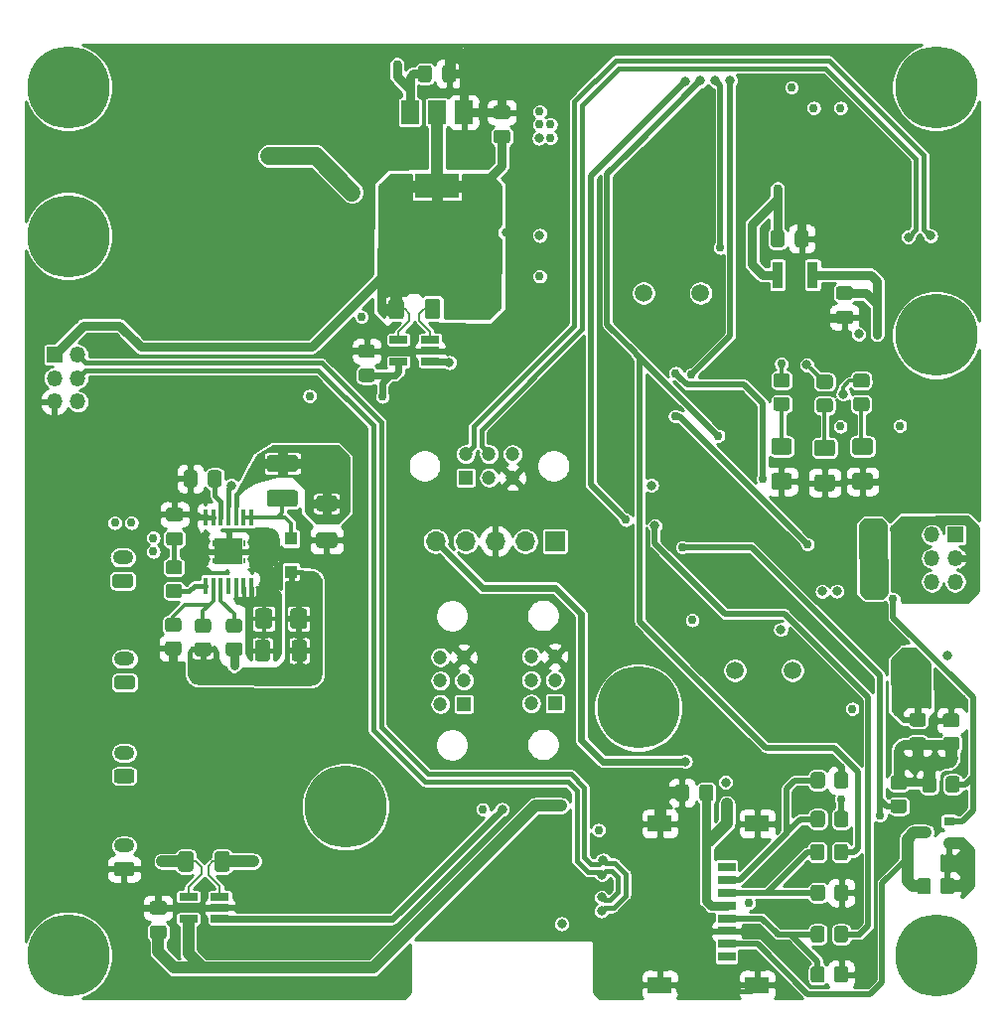
<source format=gbr>
G04 #@! TF.GenerationSoftware,KiCad,Pcbnew,(5.1.6)-1*
G04 #@! TF.CreationDate,2021-11-02T10:07:08-04:00*
G04 #@! TF.ProjectId,payload2020_papa_board,7061796c-6f61-4643-9230-32305f706170,rev?*
G04 #@! TF.SameCoordinates,Original*
G04 #@! TF.FileFunction,Copper,L1,Top*
G04 #@! TF.FilePolarity,Positive*
%FSLAX46Y46*%
G04 Gerber Fmt 4.6, Leading zero omitted, Abs format (unit mm)*
G04 Created by KiCad (PCBNEW (5.1.6)-1) date 2021-11-02 10:07:08*
%MOMM*%
%LPD*%
G01*
G04 APERTURE LIST*
G04 #@! TA.AperFunction,EtchedComponent*
%ADD10C,0.100000*%
G04 #@! TD*
G04 #@! TA.AperFunction,SMDPad,CuDef*
%ADD11R,1.500000X0.800000*%
G04 #@! TD*
G04 #@! TA.AperFunction,SMDPad,CuDef*
%ADD12R,2.000000X1.450000*%
G04 #@! TD*
G04 #@! TA.AperFunction,ComponentPad*
%ADD13R,1.350000X1.350000*%
G04 #@! TD*
G04 #@! TA.AperFunction,ComponentPad*
%ADD14O,1.350000X1.350000*%
G04 #@! TD*
G04 #@! TA.AperFunction,ComponentPad*
%ADD15C,7.000000*%
G04 #@! TD*
G04 #@! TA.AperFunction,SMDPad,CuDef*
%ADD16R,3.800000X2.000000*%
G04 #@! TD*
G04 #@! TA.AperFunction,SMDPad,CuDef*
%ADD17R,1.500000X2.000000*%
G04 #@! TD*
G04 #@! TA.AperFunction,ComponentPad*
%ADD18C,1.500000*%
G04 #@! TD*
G04 #@! TA.AperFunction,SMDPad,CuDef*
%ADD19R,2.460000X2.310000*%
G04 #@! TD*
G04 #@! TA.AperFunction,SMDPad,CuDef*
%ADD20R,0.355600X1.473200*%
G04 #@! TD*
G04 #@! TA.AperFunction,SMDPad,CuDef*
%ADD21R,0.900000X2.300000*%
G04 #@! TD*
G04 #@! TA.AperFunction,SMDPad,CuDef*
%ADD22C,0.100000*%
G04 #@! TD*
G04 #@! TA.AperFunction,SMDPad,CuDef*
%ADD23R,1.560000X0.650000*%
G04 #@! TD*
G04 #@! TA.AperFunction,SMDPad,CuDef*
%ADD24R,0.900000X0.800000*%
G04 #@! TD*
G04 #@! TA.AperFunction,ComponentPad*
%ADD25O,1.750000X1.200000*%
G04 #@! TD*
G04 #@! TA.AperFunction,ComponentPad*
%ADD26C,1.200000*%
G04 #@! TD*
G04 #@! TA.AperFunction,ComponentPad*
%ADD27R,1.200000X1.200000*%
G04 #@! TD*
G04 #@! TA.AperFunction,ComponentPad*
%ADD28O,1.700000X1.700000*%
G04 #@! TD*
G04 #@! TA.AperFunction,ComponentPad*
%ADD29R,1.700000X1.700000*%
G04 #@! TD*
G04 #@! TA.AperFunction,SMDPad,CuDef*
%ADD30R,1.100000X1.100000*%
G04 #@! TD*
G04 #@! TA.AperFunction,ViaPad*
%ADD31C,0.762000*%
G04 #@! TD*
G04 #@! TA.AperFunction,ViaPad*
%ADD32C,0.800000*%
G04 #@! TD*
G04 #@! TA.AperFunction,Conductor*
%ADD33C,0.420000*%
G04 #@! TD*
G04 #@! TA.AperFunction,Conductor*
%ADD34C,0.800000*%
G04 #@! TD*
G04 #@! TA.AperFunction,Conductor*
%ADD35C,0.203200*%
G04 #@! TD*
G04 #@! TA.AperFunction,Conductor*
%ADD36C,0.600000*%
G04 #@! TD*
G04 #@! TA.AperFunction,Conductor*
%ADD37C,0.500000*%
G04 #@! TD*
G04 #@! TA.AperFunction,Conductor*
%ADD38C,0.400000*%
G04 #@! TD*
G04 #@! TA.AperFunction,Conductor*
%ADD39C,1.000000*%
G04 #@! TD*
G04 #@! TA.AperFunction,Conductor*
%ADD40C,0.370000*%
G04 #@! TD*
G04 #@! TA.AperFunction,Conductor*
%ADD41C,1.500000*%
G04 #@! TD*
G04 #@! TA.AperFunction,Conductor*
%ADD42C,0.300000*%
G04 #@! TD*
G04 #@! TA.AperFunction,Conductor*
%ADD43C,0.350000*%
G04 #@! TD*
G04 #@! TA.AperFunction,Conductor*
%ADD44C,0.254000*%
G04 #@! TD*
G04 APERTURE END LIST*
D10*
G36*
X118284620Y-111929000D02*
G01*
X118184620Y-111929000D01*
X118184620Y-112279000D01*
X118284620Y-112279000D01*
X118284620Y-111929000D01*
G37*
X118284620Y-111929000D02*
X118184620Y-111929000D01*
X118184620Y-112279000D01*
X118284620Y-112279000D01*
X118284620Y-111929000D01*
G36*
X118284620Y-110829000D02*
G01*
X118184620Y-110829000D01*
X118184620Y-110479000D01*
X118284620Y-110479000D01*
X118284620Y-110829000D01*
G37*
X118284620Y-110829000D02*
X118184620Y-110829000D01*
X118184620Y-110479000D01*
X118284620Y-110479000D01*
X118284620Y-110829000D01*
G36*
X120744620Y-110829000D02*
G01*
X120844620Y-110829000D01*
X120844620Y-110479000D01*
X120744620Y-110479000D01*
X120744620Y-110829000D01*
G37*
X120744620Y-110829000D02*
X120844620Y-110829000D01*
X120844620Y-110479000D01*
X120744620Y-110479000D01*
X120744620Y-110829000D01*
G36*
X120744620Y-111929000D02*
G01*
X120844620Y-111929000D01*
X120844620Y-112279000D01*
X120744620Y-112279000D01*
X120744620Y-111929000D01*
G37*
X120744620Y-111929000D02*
X120844620Y-111929000D01*
X120844620Y-112279000D01*
X120744620Y-112279000D01*
X120744620Y-111929000D01*
G04 #@! TA.AperFunction,SMDPad,CuDef*
G36*
G01*
X123234560Y-116483480D02*
X123234560Y-117733480D01*
G75*
G02*
X122984560Y-117983480I-250000J0D01*
G01*
X122059560Y-117983480D01*
G75*
G02*
X121809560Y-117733480I0J250000D01*
G01*
X121809560Y-116483480D01*
G75*
G02*
X122059560Y-116233480I250000J0D01*
G01*
X122984560Y-116233480D01*
G75*
G02*
X123234560Y-116483480I0J-250000D01*
G01*
G37*
G04 #@! TD.AperFunction*
G04 #@! TA.AperFunction,SMDPad,CuDef*
G36*
G01*
X126209560Y-116483480D02*
X126209560Y-117733480D01*
G75*
G02*
X125959560Y-117983480I-250000J0D01*
G01*
X125034560Y-117983480D01*
G75*
G02*
X124784560Y-117733480I0J250000D01*
G01*
X124784560Y-116483480D01*
G75*
G02*
X125034560Y-116233480I250000J0D01*
G01*
X125959560Y-116233480D01*
G75*
G02*
X126209560Y-116483480I0J-250000D01*
G01*
G37*
G04 #@! TD.AperFunction*
G04 #@! TA.AperFunction,SMDPad,CuDef*
G36*
G01*
X130849359Y-95795760D02*
X131749361Y-95795760D01*
G75*
G02*
X131999360Y-96045759I0J-249999D01*
G01*
X131999360Y-96695761D01*
G75*
G02*
X131749361Y-96945760I-249999J0D01*
G01*
X130849359Y-96945760D01*
G75*
G02*
X130599360Y-96695761I0J249999D01*
G01*
X130599360Y-96045759D01*
G75*
G02*
X130849359Y-95795760I249999J0D01*
G01*
G37*
G04 #@! TD.AperFunction*
G04 #@! TA.AperFunction,SMDPad,CuDef*
G36*
G01*
X130849359Y-93745760D02*
X131749361Y-93745760D01*
G75*
G02*
X131999360Y-93995759I0J-249999D01*
G01*
X131999360Y-94645761D01*
G75*
G02*
X131749361Y-94895760I-249999J0D01*
G01*
X130849359Y-94895760D01*
G75*
G02*
X130599360Y-94645761I0J249999D01*
G01*
X130599360Y-93995759D01*
G75*
G02*
X130849359Y-93745760I249999J0D01*
G01*
G37*
G04 #@! TD.AperFunction*
G04 #@! TA.AperFunction,SMDPad,CuDef*
G36*
G01*
X177824119Y-127220640D02*
X178724121Y-127220640D01*
G75*
G02*
X178974120Y-127470639I0J-249999D01*
G01*
X178974120Y-128120641D01*
G75*
G02*
X178724121Y-128370640I-249999J0D01*
G01*
X177824119Y-128370640D01*
G75*
G02*
X177574120Y-128120641I0J249999D01*
G01*
X177574120Y-127470639D01*
G75*
G02*
X177824119Y-127220640I249999J0D01*
G01*
G37*
G04 #@! TD.AperFunction*
G04 #@! TA.AperFunction,SMDPad,CuDef*
G36*
G01*
X177824119Y-125170640D02*
X178724121Y-125170640D01*
G75*
G02*
X178974120Y-125420639I0J-249999D01*
G01*
X178974120Y-126070641D01*
G75*
G02*
X178724121Y-126320640I-249999J0D01*
G01*
X177824119Y-126320640D01*
G75*
G02*
X177574120Y-126070641I0J249999D01*
G01*
X177574120Y-125420639D01*
G75*
G02*
X177824119Y-125170640I249999J0D01*
G01*
G37*
G04 #@! TD.AperFunction*
D11*
X161992000Y-138256000D03*
X161992000Y-139356000D03*
X161992000Y-140466000D03*
X161992000Y-141556000D03*
X161982000Y-142656000D03*
X161992000Y-143756000D03*
X161992000Y-144856000D03*
X161992000Y-145956000D03*
D12*
X156292000Y-148336000D03*
X156292000Y-134586000D03*
X164592000Y-134586000D03*
X164592000Y-148336000D03*
D13*
X181473000Y-109966000D03*
D14*
X181473000Y-111966000D03*
X181473000Y-113966000D03*
X179473000Y-109966000D03*
X179473000Y-111966000D03*
X179473000Y-113966000D03*
X106654600Y-98628200D03*
X106654600Y-96628200D03*
X106654600Y-94628200D03*
X104654600Y-98628200D03*
X104654600Y-96628200D03*
D13*
X104654600Y-94628200D03*
G04 #@! TA.AperFunction,SMDPad,CuDef*
G36*
G01*
X127238997Y-109764400D02*
X128539003Y-109764400D01*
G75*
G02*
X128789000Y-110014397I0J-249997D01*
G01*
X128789000Y-110839403D01*
G75*
G02*
X128539003Y-111089400I-249997J0D01*
G01*
X127238997Y-111089400D01*
G75*
G02*
X126989000Y-110839403I0J249997D01*
G01*
X126989000Y-110014397D01*
G75*
G02*
X127238997Y-109764400I249997J0D01*
G01*
G37*
G04 #@! TD.AperFunction*
G04 #@! TA.AperFunction,SMDPad,CuDef*
G36*
G01*
X127238997Y-106639400D02*
X128539003Y-106639400D01*
G75*
G02*
X128789000Y-106889397I0J-249997D01*
G01*
X128789000Y-107714403D01*
G75*
G02*
X128539003Y-107964400I-249997J0D01*
G01*
X127238997Y-107964400D01*
G75*
G02*
X126989000Y-107714403I0J249997D01*
G01*
X126989000Y-106889397D01*
G75*
G02*
X127238997Y-106639400I249997J0D01*
G01*
G37*
G04 #@! TD.AperFunction*
G04 #@! TA.AperFunction,SMDPad,CuDef*
G36*
G01*
X123090500Y-119187197D02*
X123090500Y-120487203D01*
G75*
G02*
X122840503Y-120737200I-249997J0D01*
G01*
X122015497Y-120737200D01*
G75*
G02*
X121765500Y-120487203I0J249997D01*
G01*
X121765500Y-119187197D01*
G75*
G02*
X122015497Y-118937200I249997J0D01*
G01*
X122840503Y-118937200D01*
G75*
G02*
X123090500Y-119187197I0J-249997D01*
G01*
G37*
G04 #@! TD.AperFunction*
G04 #@! TA.AperFunction,SMDPad,CuDef*
G36*
G01*
X126215500Y-119187197D02*
X126215500Y-120487203D01*
G75*
G02*
X125965503Y-120737200I-249997J0D01*
G01*
X125140497Y-120737200D01*
G75*
G02*
X124890500Y-120487203I0J249997D01*
G01*
X124890500Y-119187197D01*
G75*
G02*
X125140497Y-118937200I249997J0D01*
G01*
X125965503Y-118937200D01*
G75*
G02*
X126215500Y-119187197I0J-249997D01*
G01*
G37*
G04 #@! TD.AperFunction*
G04 #@! TA.AperFunction,SMDPad,CuDef*
G36*
G01*
X136261680Y-91351261D02*
X136261680Y-90101259D01*
G75*
G02*
X136511679Y-89851260I249999J0D01*
G01*
X137311681Y-89851260D01*
G75*
G02*
X137561680Y-90101259I0J-249999D01*
G01*
X137561680Y-91351261D01*
G75*
G02*
X137311681Y-91601260I-249999J0D01*
G01*
X136511679Y-91601260D01*
G75*
G02*
X136261680Y-91351261I0J249999D01*
G01*
G37*
G04 #@! TD.AperFunction*
G04 #@! TA.AperFunction,SMDPad,CuDef*
G36*
G01*
X133161680Y-91351261D02*
X133161680Y-90101259D01*
G75*
G02*
X133411679Y-89851260I249999J0D01*
G01*
X134211681Y-89851260D01*
G75*
G02*
X134461680Y-90101259I0J-249999D01*
G01*
X134461680Y-91351261D01*
G75*
G02*
X134211681Y-91601260I-249999J0D01*
G01*
X133411679Y-91601260D01*
G75*
G02*
X133161680Y-91351261I0J249999D01*
G01*
G37*
G04 #@! TD.AperFunction*
G04 #@! TA.AperFunction,SMDPad,CuDef*
G36*
G01*
X118331820Y-138445401D02*
X118331820Y-137195399D01*
G75*
G02*
X118581819Y-136945400I249999J0D01*
G01*
X119381821Y-136945400D01*
G75*
G02*
X119631820Y-137195399I0J-249999D01*
G01*
X119631820Y-138445401D01*
G75*
G02*
X119381821Y-138695400I-249999J0D01*
G01*
X118581819Y-138695400D01*
G75*
G02*
X118331820Y-138445401I0J249999D01*
G01*
G37*
G04 #@! TD.AperFunction*
G04 #@! TA.AperFunction,SMDPad,CuDef*
G36*
G01*
X115231820Y-138445401D02*
X115231820Y-137195399D01*
G75*
G02*
X115481819Y-136945400I249999J0D01*
G01*
X116281821Y-136945400D01*
G75*
G02*
X116531820Y-137195399I0J-249999D01*
G01*
X116531820Y-138445401D01*
G75*
G02*
X116281821Y-138695400I-249999J0D01*
G01*
X115481819Y-138695400D01*
G75*
G02*
X115231820Y-138445401I0J249999D01*
G01*
G37*
G04 #@! TD.AperFunction*
D15*
X179854000Y-145818000D03*
X179854000Y-71818000D03*
X179854000Y-92948000D03*
X105854000Y-71818000D03*
X129494000Y-133138000D03*
G04 #@! TA.AperFunction,SMDPad,CuDef*
G36*
G01*
X166212099Y-96206000D02*
X167112101Y-96206000D01*
G75*
G02*
X167362100Y-96455999I0J-249999D01*
G01*
X167362100Y-97156001D01*
G75*
G02*
X167112101Y-97406000I-249999J0D01*
G01*
X166212099Y-97406000D01*
G75*
G02*
X165962100Y-97156001I0J249999D01*
G01*
X165962100Y-96455999D01*
G75*
G02*
X166212099Y-96206000I249999J0D01*
G01*
G37*
G04 #@! TD.AperFunction*
G04 #@! TA.AperFunction,SMDPad,CuDef*
G36*
G01*
X166212099Y-98206000D02*
X167112101Y-98206000D01*
G75*
G02*
X167362100Y-98455999I0J-249999D01*
G01*
X167362100Y-99156001D01*
G75*
G02*
X167112101Y-99406000I-249999J0D01*
G01*
X166212099Y-99406000D01*
G75*
G02*
X165962100Y-99156001I0J249999D01*
G01*
X165962100Y-98455999D01*
G75*
G02*
X166212099Y-98206000I249999J0D01*
G01*
G37*
G04 #@! TD.AperFunction*
X154454000Y-124698000D03*
X105854000Y-145818000D03*
X105854000Y-84498000D03*
G04 #@! TA.AperFunction,SMDPad,CuDef*
G36*
G01*
X138918440Y-70192880D02*
X138918440Y-71142880D01*
G75*
G02*
X138668440Y-71392880I-250000J0D01*
G01*
X137993440Y-71392880D01*
G75*
G02*
X137743440Y-71142880I0J250000D01*
G01*
X137743440Y-70192880D01*
G75*
G02*
X137993440Y-69942880I250000J0D01*
G01*
X138668440Y-69942880D01*
G75*
G02*
X138918440Y-70192880I0J-250000D01*
G01*
G37*
G04 #@! TD.AperFunction*
G04 #@! TA.AperFunction,SMDPad,CuDef*
G36*
G01*
X136843440Y-70192880D02*
X136843440Y-71142880D01*
G75*
G02*
X136593440Y-71392880I-250000J0D01*
G01*
X135918440Y-71392880D01*
G75*
G02*
X135668440Y-71142880I0J250000D01*
G01*
X135668440Y-70192880D01*
G75*
G02*
X135918440Y-69942880I250000J0D01*
G01*
X136593440Y-69942880D01*
G75*
G02*
X136843440Y-70192880I0J-250000D01*
G01*
G37*
G04 #@! TD.AperFunction*
G04 #@! TA.AperFunction,SMDPad,CuDef*
G36*
G01*
X142349200Y-73363420D02*
X143299200Y-73363420D01*
G75*
G02*
X143549200Y-73613420I0J-250000D01*
G01*
X143549200Y-74288420D01*
G75*
G02*
X143299200Y-74538420I-250000J0D01*
G01*
X142349200Y-74538420D01*
G75*
G02*
X142099200Y-74288420I0J250000D01*
G01*
X142099200Y-73613420D01*
G75*
G02*
X142349200Y-73363420I250000J0D01*
G01*
G37*
G04 #@! TD.AperFunction*
G04 #@! TA.AperFunction,SMDPad,CuDef*
G36*
G01*
X142349200Y-75438420D02*
X143299200Y-75438420D01*
G75*
G02*
X143549200Y-75688420I0J-250000D01*
G01*
X143549200Y-76363420D01*
G75*
G02*
X143299200Y-76613420I-250000J0D01*
G01*
X142349200Y-76613420D01*
G75*
G02*
X142099200Y-76363420I0J250000D01*
G01*
X142099200Y-75688420D01*
G75*
G02*
X142349200Y-75438420I250000J0D01*
G01*
G37*
G04 #@! TD.AperFunction*
D16*
X137289540Y-80254240D03*
D17*
X137289540Y-73954240D03*
X134989540Y-73954240D03*
X139589540Y-73954240D03*
D18*
X154886000Y-89357200D03*
X159766000Y-89357200D03*
X162709200Y-121513600D03*
X167589200Y-121513600D03*
D19*
X119514620Y-111379000D03*
D20*
X121464654Y-114300000D03*
X120814643Y-114300000D03*
X120164631Y-114300000D03*
X119514620Y-114300000D03*
X118864609Y-114300000D03*
X118214597Y-114300000D03*
X117564586Y-114300000D03*
X117564586Y-108458000D03*
X118214597Y-108458000D03*
X118864609Y-108458000D03*
X119514620Y-108458000D03*
X120164631Y-108458000D03*
X120814643Y-108458000D03*
X121464654Y-108458000D03*
D21*
X169320340Y-87811740D03*
X166320340Y-87811740D03*
G04 #@! TA.AperFunction,SMDPad,CuDef*
D22*
G36*
X166953840Y-93261740D02*
G01*
X166953840Y-89136740D01*
X167370340Y-89136740D01*
X167370340Y-86661740D01*
X168270340Y-86661740D01*
X168270340Y-89136740D01*
X168686840Y-89136740D01*
X168686840Y-93261740D01*
X166953840Y-93261740D01*
G37*
G04 #@! TD.AperFunction*
D23*
X134020580Y-95227220D03*
X134020580Y-93327220D03*
X136720580Y-93327220D03*
X136720580Y-94277220D03*
X136720580Y-95227220D03*
X116088180Y-142709940D03*
X116088180Y-140809940D03*
X118788180Y-140809940D03*
X118788180Y-141759940D03*
X118788180Y-142709940D03*
G04 #@! TA.AperFunction,SMDPad,CuDef*
G36*
G01*
X181579941Y-126384100D02*
X180679939Y-126384100D01*
G75*
G02*
X180429940Y-126134101I0J249999D01*
G01*
X180429940Y-125434099D01*
G75*
G02*
X180679939Y-125184100I249999J0D01*
G01*
X181579941Y-125184100D01*
G75*
G02*
X181829940Y-125434099I0J-249999D01*
G01*
X181829940Y-126134101D01*
G75*
G02*
X181579941Y-126384100I-249999J0D01*
G01*
G37*
G04 #@! TD.AperFunction*
G04 #@! TA.AperFunction,SMDPad,CuDef*
G36*
G01*
X181579941Y-128384100D02*
X180679939Y-128384100D01*
G75*
G02*
X180429940Y-128134101I0J249999D01*
G01*
X180429940Y-127434099D01*
G75*
G02*
X180679939Y-127184100I249999J0D01*
G01*
X181579941Y-127184100D01*
G75*
G02*
X181829940Y-127434099I0J-249999D01*
G01*
X181829940Y-128134101D01*
G75*
G02*
X181579941Y-128384100I-249999J0D01*
G01*
G37*
G04 #@! TD.AperFunction*
G04 #@! TA.AperFunction,SMDPad,CuDef*
G36*
G01*
X171168520Y-140932321D02*
X171168520Y-140032319D01*
G75*
G02*
X171418519Y-139782320I249999J0D01*
G01*
X172118521Y-139782320D01*
G75*
G02*
X172368520Y-140032319I0J-249999D01*
G01*
X172368520Y-140932321D01*
G75*
G02*
X172118521Y-141182320I-249999J0D01*
G01*
X171418519Y-141182320D01*
G75*
G02*
X171168520Y-140932321I0J249999D01*
G01*
G37*
G04 #@! TD.AperFunction*
G04 #@! TA.AperFunction,SMDPad,CuDef*
G36*
G01*
X169168520Y-140932321D02*
X169168520Y-140032319D01*
G75*
G02*
X169418519Y-139782320I249999J0D01*
G01*
X170118521Y-139782320D01*
G75*
G02*
X170368520Y-140032319I0J-249999D01*
G01*
X170368520Y-140932321D01*
G75*
G02*
X170118521Y-141182320I-249999J0D01*
G01*
X169418519Y-141182320D01*
G75*
G02*
X169168520Y-140932321I0J249999D01*
G01*
G37*
G04 #@! TD.AperFunction*
G04 #@! TA.AperFunction,SMDPad,CuDef*
G36*
G01*
X169162420Y-131338741D02*
X169162420Y-130438739D01*
G75*
G02*
X169412419Y-130188740I249999J0D01*
G01*
X170112421Y-130188740D01*
G75*
G02*
X170362420Y-130438739I0J-249999D01*
G01*
X170362420Y-131338741D01*
G75*
G02*
X170112421Y-131588740I-249999J0D01*
G01*
X169412419Y-131588740D01*
G75*
G02*
X169162420Y-131338741I0J249999D01*
G01*
G37*
G04 #@! TD.AperFunction*
G04 #@! TA.AperFunction,SMDPad,CuDef*
G36*
G01*
X171162420Y-131338741D02*
X171162420Y-130438739D01*
G75*
G02*
X171412419Y-130188740I249999J0D01*
G01*
X172112421Y-130188740D01*
G75*
G02*
X172362420Y-130438739I0J-249999D01*
G01*
X172362420Y-131338741D01*
G75*
G02*
X172112421Y-131588740I-249999J0D01*
G01*
X171412419Y-131588740D01*
G75*
G02*
X171162420Y-131338741I0J249999D01*
G01*
G37*
G04 #@! TD.AperFunction*
G04 #@! TA.AperFunction,SMDPad,CuDef*
G36*
G01*
X171153280Y-147897001D02*
X171153280Y-146996999D01*
G75*
G02*
X171403279Y-146747000I249999J0D01*
G01*
X172103281Y-146747000D01*
G75*
G02*
X172353280Y-146996999I0J-249999D01*
G01*
X172353280Y-147897001D01*
G75*
G02*
X172103281Y-148147000I-249999J0D01*
G01*
X171403279Y-148147000D01*
G75*
G02*
X171153280Y-147897001I0J249999D01*
G01*
G37*
G04 #@! TD.AperFunction*
G04 #@! TA.AperFunction,SMDPad,CuDef*
G36*
G01*
X169153280Y-147897001D02*
X169153280Y-146996999D01*
G75*
G02*
X169403279Y-146747000I249999J0D01*
G01*
X170103281Y-146747000D01*
G75*
G02*
X170353280Y-146996999I0J-249999D01*
G01*
X170353280Y-147897001D01*
G75*
G02*
X170103281Y-148147000I-249999J0D01*
G01*
X169403279Y-148147000D01*
G75*
G02*
X169153280Y-147897001I0J249999D01*
G01*
G37*
G04 #@! TD.AperFunction*
G04 #@! TA.AperFunction,SMDPad,CuDef*
G36*
G01*
X171153280Y-144468001D02*
X171153280Y-143567999D01*
G75*
G02*
X171403279Y-143318000I249999J0D01*
G01*
X172103281Y-143318000D01*
G75*
G02*
X172353280Y-143567999I0J-249999D01*
G01*
X172353280Y-144468001D01*
G75*
G02*
X172103281Y-144718000I-249999J0D01*
G01*
X171403279Y-144718000D01*
G75*
G02*
X171153280Y-144468001I0J249999D01*
G01*
G37*
G04 #@! TD.AperFunction*
G04 #@! TA.AperFunction,SMDPad,CuDef*
G36*
G01*
X169153280Y-144468001D02*
X169153280Y-143567999D01*
G75*
G02*
X169403279Y-143318000I249999J0D01*
G01*
X170103281Y-143318000D01*
G75*
G02*
X170353280Y-143567999I0J-249999D01*
G01*
X170353280Y-144468001D01*
G75*
G02*
X170103281Y-144718000I-249999J0D01*
G01*
X169403279Y-144718000D01*
G75*
G02*
X169153280Y-144468001I0J249999D01*
G01*
G37*
G04 #@! TD.AperFunction*
G04 #@! TA.AperFunction,SMDPad,CuDef*
G36*
G01*
X169130420Y-137470301D02*
X169130420Y-136570299D01*
G75*
G02*
X169380419Y-136320300I249999J0D01*
G01*
X170080421Y-136320300D01*
G75*
G02*
X170330420Y-136570299I0J-249999D01*
G01*
X170330420Y-137470301D01*
G75*
G02*
X170080421Y-137720300I-249999J0D01*
G01*
X169380419Y-137720300D01*
G75*
G02*
X169130420Y-137470301I0J249999D01*
G01*
G37*
G04 #@! TD.AperFunction*
G04 #@! TA.AperFunction,SMDPad,CuDef*
G36*
G01*
X171130420Y-137470301D02*
X171130420Y-136570299D01*
G75*
G02*
X171380419Y-136320300I249999J0D01*
G01*
X172080421Y-136320300D01*
G75*
G02*
X172330420Y-136570299I0J-249999D01*
G01*
X172330420Y-137470301D01*
G75*
G02*
X172080421Y-137720300I-249999J0D01*
G01*
X171380419Y-137720300D01*
G75*
G02*
X171130420Y-137470301I0J249999D01*
G01*
G37*
G04 #@! TD.AperFunction*
G04 #@! TA.AperFunction,SMDPad,CuDef*
G36*
G01*
X169162420Y-134653441D02*
X169162420Y-133753439D01*
G75*
G02*
X169412419Y-133503440I249999J0D01*
G01*
X170112421Y-133503440D01*
G75*
G02*
X170362420Y-133753439I0J-249999D01*
G01*
X170362420Y-134653441D01*
G75*
G02*
X170112421Y-134903440I-249999J0D01*
G01*
X169412419Y-134903440D01*
G75*
G02*
X169162420Y-134653441I0J249999D01*
G01*
G37*
G04 #@! TD.AperFunction*
G04 #@! TA.AperFunction,SMDPad,CuDef*
G36*
G01*
X171162420Y-134653441D02*
X171162420Y-133753439D01*
G75*
G02*
X171412419Y-133503440I249999J0D01*
G01*
X172112421Y-133503440D01*
G75*
G02*
X172362420Y-133753439I0J-249999D01*
G01*
X172362420Y-134653441D01*
G75*
G02*
X172112421Y-134903440I-249999J0D01*
G01*
X171412419Y-134903440D01*
G75*
G02*
X171162420Y-134653441I0J249999D01*
G01*
G37*
G04 #@! TD.AperFunction*
G04 #@! TA.AperFunction,SMDPad,CuDef*
G36*
G01*
X114352919Y-117050260D02*
X115252921Y-117050260D01*
G75*
G02*
X115502920Y-117300259I0J-249999D01*
G01*
X115502920Y-118000261D01*
G75*
G02*
X115252921Y-118250260I-249999J0D01*
G01*
X114352919Y-118250260D01*
G75*
G02*
X114102920Y-118000261I0J249999D01*
G01*
X114102920Y-117300259D01*
G75*
G02*
X114352919Y-117050260I249999J0D01*
G01*
G37*
G04 #@! TD.AperFunction*
G04 #@! TA.AperFunction,SMDPad,CuDef*
G36*
G01*
X114352919Y-119050260D02*
X115252921Y-119050260D01*
G75*
G02*
X115502920Y-119300259I0J-249999D01*
G01*
X115502920Y-120000261D01*
G75*
G02*
X115252921Y-120250260I-249999J0D01*
G01*
X114352919Y-120250260D01*
G75*
G02*
X114102920Y-120000261I0J249999D01*
G01*
X114102920Y-119300259D01*
G75*
G02*
X114352919Y-119050260I249999J0D01*
G01*
G37*
G04 #@! TD.AperFunction*
G04 #@! TA.AperFunction,SMDPad,CuDef*
G36*
G01*
X117785301Y-120329000D02*
X116885299Y-120329000D01*
G75*
G02*
X116635300Y-120079001I0J249999D01*
G01*
X116635300Y-119378999D01*
G75*
G02*
X116885299Y-119129000I249999J0D01*
G01*
X117785301Y-119129000D01*
G75*
G02*
X118035300Y-119378999I0J-249999D01*
G01*
X118035300Y-120079001D01*
G75*
G02*
X117785301Y-120329000I-249999J0D01*
G01*
G37*
G04 #@! TD.AperFunction*
G04 #@! TA.AperFunction,SMDPad,CuDef*
G36*
G01*
X117785301Y-118329000D02*
X116885299Y-118329000D01*
G75*
G02*
X116635300Y-118079001I0J249999D01*
G01*
X116635300Y-117378999D01*
G75*
G02*
X116885299Y-117129000I249999J0D01*
G01*
X117785301Y-117129000D01*
G75*
G02*
X118035300Y-117378999I0J-249999D01*
G01*
X118035300Y-118079001D01*
G75*
G02*
X117785301Y-118329000I-249999J0D01*
G01*
G37*
G04 #@! TD.AperFunction*
G04 #@! TA.AperFunction,SMDPad,CuDef*
G36*
G01*
X114416419Y-112155680D02*
X115316421Y-112155680D01*
G75*
G02*
X115566420Y-112405679I0J-249999D01*
G01*
X115566420Y-113105681D01*
G75*
G02*
X115316421Y-113355680I-249999J0D01*
G01*
X114416419Y-113355680D01*
G75*
G02*
X114166420Y-113105681I0J249999D01*
G01*
X114166420Y-112405679D01*
G75*
G02*
X114416419Y-112155680I249999J0D01*
G01*
G37*
G04 #@! TD.AperFunction*
G04 #@! TA.AperFunction,SMDPad,CuDef*
G36*
G01*
X114416419Y-114155680D02*
X115316421Y-114155680D01*
G75*
G02*
X115566420Y-114405679I0J-249999D01*
G01*
X115566420Y-115105681D01*
G75*
G02*
X115316421Y-115355680I-249999J0D01*
G01*
X114416419Y-115355680D01*
G75*
G02*
X114166420Y-115105681I0J249999D01*
G01*
X114166420Y-114405679D01*
G75*
G02*
X114416419Y-114155680I249999J0D01*
G01*
G37*
G04 #@! TD.AperFunction*
G04 #@! TA.AperFunction,SMDPad,CuDef*
G36*
G01*
X179410920Y-139465899D02*
X179410920Y-140365901D01*
G75*
G02*
X179160921Y-140615900I-249999J0D01*
G01*
X178460919Y-140615900D01*
G75*
G02*
X178210920Y-140365901I0J249999D01*
G01*
X178210920Y-139465899D01*
G75*
G02*
X178460919Y-139215900I249999J0D01*
G01*
X179160921Y-139215900D01*
G75*
G02*
X179410920Y-139465899I0J-249999D01*
G01*
G37*
G04 #@! TD.AperFunction*
G04 #@! TA.AperFunction,SMDPad,CuDef*
G36*
G01*
X181410920Y-139465899D02*
X181410920Y-140365901D01*
G75*
G02*
X181160921Y-140615900I-249999J0D01*
G01*
X180460919Y-140615900D01*
G75*
G02*
X180210920Y-140365901I0J249999D01*
G01*
X180210920Y-139465899D01*
G75*
G02*
X180460919Y-139215900I249999J0D01*
G01*
X181160921Y-139215900D01*
G75*
G02*
X181410920Y-139465899I0J-249999D01*
G01*
G37*
G04 #@! TD.AperFunction*
G04 #@! TA.AperFunction,SMDPad,CuDef*
G36*
G01*
X173019299Y-96231400D02*
X173919301Y-96231400D01*
G75*
G02*
X174169300Y-96481399I0J-249999D01*
G01*
X174169300Y-97181401D01*
G75*
G02*
X173919301Y-97431400I-249999J0D01*
G01*
X173019299Y-97431400D01*
G75*
G02*
X172769300Y-97181401I0J249999D01*
G01*
X172769300Y-96481399D01*
G75*
G02*
X173019299Y-96231400I249999J0D01*
G01*
G37*
G04 #@! TD.AperFunction*
G04 #@! TA.AperFunction,SMDPad,CuDef*
G36*
G01*
X173019299Y-98231400D02*
X173919301Y-98231400D01*
G75*
G02*
X174169300Y-98481399I0J-249999D01*
G01*
X174169300Y-99181401D01*
G75*
G02*
X173919301Y-99431400I-249999J0D01*
G01*
X173019299Y-99431400D01*
G75*
G02*
X172769300Y-99181401I0J249999D01*
G01*
X172769300Y-98481399D01*
G75*
G02*
X173019299Y-98231400I249999J0D01*
G01*
G37*
G04 #@! TD.AperFunction*
G04 #@! TA.AperFunction,SMDPad,CuDef*
G36*
G01*
X119544679Y-117119600D02*
X120444681Y-117119600D01*
G75*
G02*
X120694680Y-117369599I0J-249999D01*
G01*
X120694680Y-118069601D01*
G75*
G02*
X120444681Y-118319600I-249999J0D01*
G01*
X119544679Y-118319600D01*
G75*
G02*
X119294680Y-118069601I0J249999D01*
G01*
X119294680Y-117369599D01*
G75*
G02*
X119544679Y-117119600I249999J0D01*
G01*
G37*
G04 #@! TD.AperFunction*
G04 #@! TA.AperFunction,SMDPad,CuDef*
G36*
G01*
X119544679Y-119119600D02*
X120444681Y-119119600D01*
G75*
G02*
X120694680Y-119369599I0J-249999D01*
G01*
X120694680Y-120069601D01*
G75*
G02*
X120444681Y-120319600I-249999J0D01*
G01*
X119544679Y-120319600D01*
G75*
G02*
X119294680Y-120069601I0J249999D01*
G01*
X119294680Y-119369599D01*
G75*
G02*
X119544679Y-119119600I249999J0D01*
G01*
G37*
G04 #@! TD.AperFunction*
G04 #@! TA.AperFunction,SMDPad,CuDef*
G36*
G01*
X169895099Y-96333000D02*
X170795101Y-96333000D01*
G75*
G02*
X171045100Y-96582999I0J-249999D01*
G01*
X171045100Y-97283001D01*
G75*
G02*
X170795101Y-97533000I-249999J0D01*
G01*
X169895099Y-97533000D01*
G75*
G02*
X169645100Y-97283001I0J249999D01*
G01*
X169645100Y-96582999D01*
G75*
G02*
X169895099Y-96333000I249999J0D01*
G01*
G37*
G04 #@! TD.AperFunction*
G04 #@! TA.AperFunction,SMDPad,CuDef*
G36*
G01*
X169895099Y-98333000D02*
X170795101Y-98333000D01*
G75*
G02*
X171045100Y-98582999I0J-249999D01*
G01*
X171045100Y-99283001D01*
G75*
G02*
X170795101Y-99533000I-249999J0D01*
G01*
X169895099Y-99533000D01*
G75*
G02*
X169645100Y-99283001I0J249999D01*
G01*
X169645100Y-98582999D01*
G75*
G02*
X169895099Y-98333000I249999J0D01*
G01*
G37*
G04 #@! TD.AperFunction*
G04 #@! TA.AperFunction,SMDPad,CuDef*
G36*
G01*
X176201919Y-132496000D02*
X177101921Y-132496000D01*
G75*
G02*
X177351920Y-132745999I0J-249999D01*
G01*
X177351920Y-133446001D01*
G75*
G02*
X177101921Y-133696000I-249999J0D01*
G01*
X176201919Y-133696000D01*
G75*
G02*
X175951920Y-133446001I0J249999D01*
G01*
X175951920Y-132745999D01*
G75*
G02*
X176201919Y-132496000I249999J0D01*
G01*
G37*
G04 #@! TD.AperFunction*
G04 #@! TA.AperFunction,SMDPad,CuDef*
G36*
G01*
X176201919Y-130496000D02*
X177101921Y-130496000D01*
G75*
G02*
X177351920Y-130745999I0J-249999D01*
G01*
X177351920Y-131446001D01*
G75*
G02*
X177101921Y-131696000I-249999J0D01*
G01*
X176201919Y-131696000D01*
G75*
G02*
X175951920Y-131446001I0J249999D01*
G01*
X175951920Y-130745999D01*
G75*
G02*
X176201919Y-130496000I249999J0D01*
G01*
G37*
G04 #@! TD.AperFunction*
G04 #@! TA.AperFunction,SMDPad,CuDef*
G36*
G01*
X178656940Y-131689261D02*
X178656940Y-130789259D01*
G75*
G02*
X178906939Y-130539260I249999J0D01*
G01*
X179606941Y-130539260D01*
G75*
G02*
X179856940Y-130789259I0J-249999D01*
G01*
X179856940Y-131689261D01*
G75*
G02*
X179606941Y-131939260I-249999J0D01*
G01*
X178906939Y-131939260D01*
G75*
G02*
X178656940Y-131689261I0J249999D01*
G01*
G37*
G04 #@! TD.AperFunction*
G04 #@! TA.AperFunction,SMDPad,CuDef*
G36*
G01*
X180656940Y-131689261D02*
X180656940Y-130789259D01*
G75*
G02*
X180906939Y-130539260I249999J0D01*
G01*
X181606941Y-130539260D01*
G75*
G02*
X181856940Y-130789259I0J-249999D01*
G01*
X181856940Y-131689261D01*
G75*
G02*
X181606941Y-131939260I-249999J0D01*
G01*
X180906939Y-131939260D01*
G75*
G02*
X180656940Y-131689261I0J249999D01*
G01*
G37*
G04 #@! TD.AperFunction*
D24*
X180949600Y-136296400D03*
X180949600Y-134396400D03*
X178949600Y-135346400D03*
G04 #@! TA.AperFunction,SMDPad,CuDef*
G36*
G01*
X123037020Y-103175380D02*
X125187020Y-103175380D01*
G75*
G02*
X125437020Y-103425380I0J-250000D01*
G01*
X125437020Y-104350380D01*
G75*
G02*
X125187020Y-104600380I-250000J0D01*
G01*
X123037020Y-104600380D01*
G75*
G02*
X122787020Y-104350380I0J250000D01*
G01*
X122787020Y-103425380D01*
G75*
G02*
X123037020Y-103175380I250000J0D01*
G01*
G37*
G04 #@! TD.AperFunction*
G04 #@! TA.AperFunction,SMDPad,CuDef*
G36*
G01*
X123037020Y-106150380D02*
X125187020Y-106150380D01*
G75*
G02*
X125437020Y-106400380I0J-250000D01*
G01*
X125437020Y-107325380D01*
G75*
G02*
X125187020Y-107575380I-250000J0D01*
G01*
X123037020Y-107575380D01*
G75*
G02*
X122787020Y-107325380I0J250000D01*
G01*
X122787020Y-106400380D01*
G75*
G02*
X123037020Y-106150380I250000J0D01*
G01*
G37*
G04 #@! TD.AperFunction*
D25*
X110622080Y-136463020D03*
G04 #@! TA.AperFunction,ComponentPad*
G36*
G01*
X111247081Y-139063020D02*
X109997079Y-139063020D01*
G75*
G02*
X109747080Y-138813021I0J249999D01*
G01*
X109747080Y-138113019D01*
G75*
G02*
X109997079Y-137863020I249999J0D01*
G01*
X111247081Y-137863020D01*
G75*
G02*
X111497080Y-138113019I0J-249999D01*
G01*
X111497080Y-138813021D01*
G75*
G02*
X111247081Y-139063020I-249999J0D01*
G01*
G37*
G04 #@! TD.AperFunction*
X110622080Y-128540760D03*
G04 #@! TA.AperFunction,ComponentPad*
G36*
G01*
X111247081Y-131140760D02*
X109997079Y-131140760D01*
G75*
G02*
X109747080Y-130890761I0J249999D01*
G01*
X109747080Y-130190759D01*
G75*
G02*
X109997079Y-129940760I249999J0D01*
G01*
X111247081Y-129940760D01*
G75*
G02*
X111497080Y-130190759I0J-249999D01*
G01*
X111497080Y-130890761D01*
G75*
G02*
X111247081Y-131140760I-249999J0D01*
G01*
G37*
G04 #@! TD.AperFunction*
X110665260Y-120549920D03*
G04 #@! TA.AperFunction,ComponentPad*
G36*
G01*
X111290261Y-123149920D02*
X110040259Y-123149920D01*
G75*
G02*
X109790260Y-122899921I0J249999D01*
G01*
X109790260Y-122199919D01*
G75*
G02*
X110040259Y-121949920I249999J0D01*
G01*
X111290261Y-121949920D01*
G75*
G02*
X111540260Y-122199919I0J-249999D01*
G01*
X111540260Y-122899921D01*
G75*
G02*
X111290261Y-123149920I-249999J0D01*
G01*
G37*
G04 #@! TD.AperFunction*
D26*
X145329400Y-124340000D03*
X145329400Y-122340000D03*
X145329400Y-120340000D03*
X147329400Y-120340000D03*
D27*
X147329400Y-124340000D03*
D26*
X147329400Y-122340000D03*
X137582400Y-124390800D03*
X137582400Y-122390800D03*
X137582400Y-120390800D03*
X139582400Y-120390800D03*
D27*
X139582400Y-124390800D03*
D26*
X139582400Y-122390800D03*
D28*
X137185400Y-110515400D03*
X139725400Y-110515400D03*
X142265400Y-110515400D03*
X144805400Y-110515400D03*
D29*
X147345400Y-110515400D03*
D26*
X139732000Y-103089200D03*
X141732000Y-103089200D03*
X143732000Y-103089200D03*
X143732000Y-105089200D03*
D27*
X139732000Y-105089200D03*
D26*
X141732000Y-105089200D03*
D25*
X110502700Y-111906300D03*
G04 #@! TA.AperFunction,ComponentPad*
G36*
G01*
X111127701Y-114506300D02*
X109877699Y-114506300D01*
G75*
G02*
X109627700Y-114256301I0J249999D01*
G01*
X109627700Y-113556299D01*
G75*
G02*
X109877699Y-113306300I249999J0D01*
G01*
X111127701Y-113306300D01*
G75*
G02*
X111377700Y-113556299I0J-249999D01*
G01*
X111377700Y-114256301D01*
G75*
G02*
X111127701Y-114506300I-249999J0D01*
G01*
G37*
G04 #@! TD.AperFunction*
G04 #@! TA.AperFunction,SMDPad,CuDef*
G36*
G01*
X167287100Y-106122500D02*
X166037100Y-106122500D01*
G75*
G02*
X165787100Y-105872500I0J250000D01*
G01*
X165787100Y-104947500D01*
G75*
G02*
X166037100Y-104697500I250000J0D01*
G01*
X167287100Y-104697500D01*
G75*
G02*
X167537100Y-104947500I0J-250000D01*
G01*
X167537100Y-105872500D01*
G75*
G02*
X167287100Y-106122500I-250000J0D01*
G01*
G37*
G04 #@! TD.AperFunction*
G04 #@! TA.AperFunction,SMDPad,CuDef*
G36*
G01*
X167287100Y-103147500D02*
X166037100Y-103147500D01*
G75*
G02*
X165787100Y-102897500I0J250000D01*
G01*
X165787100Y-101972500D01*
G75*
G02*
X166037100Y-101722500I250000J0D01*
G01*
X167287100Y-101722500D01*
G75*
G02*
X167537100Y-101972500I0J-250000D01*
G01*
X167537100Y-102897500D01*
G75*
G02*
X167287100Y-103147500I-250000J0D01*
G01*
G37*
G04 #@! TD.AperFunction*
G04 #@! TA.AperFunction,SMDPad,CuDef*
G36*
G01*
X174195900Y-106125700D02*
X172945900Y-106125700D01*
G75*
G02*
X172695900Y-105875700I0J250000D01*
G01*
X172695900Y-104950700D01*
G75*
G02*
X172945900Y-104700700I250000J0D01*
G01*
X174195900Y-104700700D01*
G75*
G02*
X174445900Y-104950700I0J-250000D01*
G01*
X174445900Y-105875700D01*
G75*
G02*
X174195900Y-106125700I-250000J0D01*
G01*
G37*
G04 #@! TD.AperFunction*
G04 #@! TA.AperFunction,SMDPad,CuDef*
G36*
G01*
X174195900Y-103150700D02*
X172945900Y-103150700D01*
G75*
G02*
X172695900Y-102900700I0J250000D01*
G01*
X172695900Y-101975700D01*
G75*
G02*
X172945900Y-101725700I250000J0D01*
G01*
X174195900Y-101725700D01*
G75*
G02*
X174445900Y-101975700I0J-250000D01*
G01*
X174445900Y-102900700D01*
G75*
G02*
X174195900Y-103150700I-250000J0D01*
G01*
G37*
G04 #@! TD.AperFunction*
G04 #@! TA.AperFunction,SMDPad,CuDef*
G36*
G01*
X170970100Y-106249500D02*
X169720100Y-106249500D01*
G75*
G02*
X169470100Y-105999500I0J250000D01*
G01*
X169470100Y-105074500D01*
G75*
G02*
X169720100Y-104824500I250000J0D01*
G01*
X170970100Y-104824500D01*
G75*
G02*
X171220100Y-105074500I0J-250000D01*
G01*
X171220100Y-105999500D01*
G75*
G02*
X170970100Y-106249500I-250000J0D01*
G01*
G37*
G04 #@! TD.AperFunction*
G04 #@! TA.AperFunction,SMDPad,CuDef*
G36*
G01*
X170970100Y-103274500D02*
X169720100Y-103274500D01*
G75*
G02*
X169470100Y-103024500I0J250000D01*
G01*
X169470100Y-102099500D01*
G75*
G02*
X169720100Y-101849500I250000J0D01*
G01*
X170970100Y-101849500D01*
G75*
G02*
X171220100Y-102099500I0J-250000D01*
G01*
X171220100Y-103024500D01*
G75*
G02*
X170970100Y-103274500I-250000J0D01*
G01*
G37*
G04 #@! TD.AperFunction*
D30*
X124848620Y-113111280D03*
X124848620Y-110311280D03*
G04 #@! TA.AperFunction,SMDPad,CuDef*
G36*
G01*
X171564280Y-88767160D02*
X172514280Y-88767160D01*
G75*
G02*
X172764280Y-89017160I0J-250000D01*
G01*
X172764280Y-89692160D01*
G75*
G02*
X172514280Y-89942160I-250000J0D01*
G01*
X171564280Y-89942160D01*
G75*
G02*
X171314280Y-89692160I0J250000D01*
G01*
X171314280Y-89017160D01*
G75*
G02*
X171564280Y-88767160I250000J0D01*
G01*
G37*
G04 #@! TD.AperFunction*
G04 #@! TA.AperFunction,SMDPad,CuDef*
G36*
G01*
X171564280Y-90842160D02*
X172514280Y-90842160D01*
G75*
G02*
X172764280Y-91092160I0J-250000D01*
G01*
X172764280Y-91767160D01*
G75*
G02*
X172514280Y-92017160I-250000J0D01*
G01*
X171564280Y-92017160D01*
G75*
G02*
X171314280Y-91767160I0J250000D01*
G01*
X171314280Y-91092160D01*
G75*
G02*
X171564280Y-90842160I250000J0D01*
G01*
G37*
G04 #@! TD.AperFunction*
G04 #@! TA.AperFunction,SMDPad,CuDef*
G36*
G01*
X165733060Y-85206860D02*
X165733060Y-84256860D01*
G75*
G02*
X165983060Y-84006860I250000J0D01*
G01*
X166658060Y-84006860D01*
G75*
G02*
X166908060Y-84256860I0J-250000D01*
G01*
X166908060Y-85206860D01*
G75*
G02*
X166658060Y-85456860I-250000J0D01*
G01*
X165983060Y-85456860D01*
G75*
G02*
X165733060Y-85206860I0J250000D01*
G01*
G37*
G04 #@! TD.AperFunction*
G04 #@! TA.AperFunction,SMDPad,CuDef*
G36*
G01*
X167808060Y-85206860D02*
X167808060Y-84256860D01*
G75*
G02*
X168058060Y-84006860I250000J0D01*
G01*
X168733060Y-84006860D01*
G75*
G02*
X168983060Y-84256860I0J-250000D01*
G01*
X168983060Y-85206860D01*
G75*
G02*
X168733060Y-85456860I-250000J0D01*
G01*
X168058060Y-85456860D01*
G75*
G02*
X167808060Y-85206860I0J250000D01*
G01*
G37*
G04 #@! TD.AperFunction*
G04 #@! TA.AperFunction,SMDPad,CuDef*
G36*
G01*
X115392220Y-110896980D02*
X114442220Y-110896980D01*
G75*
G02*
X114192220Y-110646980I0J250000D01*
G01*
X114192220Y-109971980D01*
G75*
G02*
X114442220Y-109721980I250000J0D01*
G01*
X115392220Y-109721980D01*
G75*
G02*
X115642220Y-109971980I0J-250000D01*
G01*
X115642220Y-110646980D01*
G75*
G02*
X115392220Y-110896980I-250000J0D01*
G01*
G37*
G04 #@! TD.AperFunction*
G04 #@! TA.AperFunction,SMDPad,CuDef*
G36*
G01*
X115392220Y-108821980D02*
X114442220Y-108821980D01*
G75*
G02*
X114192220Y-108571980I0J250000D01*
G01*
X114192220Y-107896980D01*
G75*
G02*
X114442220Y-107646980I250000J0D01*
G01*
X115392220Y-107646980D01*
G75*
G02*
X115642220Y-107896980I0J-250000D01*
G01*
X115642220Y-108571980D01*
G75*
G02*
X115392220Y-108821980I-250000J0D01*
G01*
G37*
G04 #@! TD.AperFunction*
G04 #@! TA.AperFunction,SMDPad,CuDef*
G36*
G01*
X118933720Y-104711480D02*
X118933720Y-105661480D01*
G75*
G02*
X118683720Y-105911480I-250000J0D01*
G01*
X118008720Y-105911480D01*
G75*
G02*
X117758720Y-105661480I0J250000D01*
G01*
X117758720Y-104711480D01*
G75*
G02*
X118008720Y-104461480I250000J0D01*
G01*
X118683720Y-104461480D01*
G75*
G02*
X118933720Y-104711480I0J-250000D01*
G01*
G37*
G04 #@! TD.AperFunction*
G04 #@! TA.AperFunction,SMDPad,CuDef*
G36*
G01*
X116858720Y-104711480D02*
X116858720Y-105661480D01*
G75*
G02*
X116608720Y-105911480I-250000J0D01*
G01*
X115933720Y-105911480D01*
G75*
G02*
X115683720Y-105661480I0J250000D01*
G01*
X115683720Y-104711480D01*
G75*
G02*
X115933720Y-104461480I250000J0D01*
G01*
X116608720Y-104461480D01*
G75*
G02*
X116858720Y-104711480I0J-250000D01*
G01*
G37*
G04 #@! TD.AperFunction*
G04 #@! TA.AperFunction,SMDPad,CuDef*
G36*
G01*
X113052840Y-143252520D02*
X114002840Y-143252520D01*
G75*
G02*
X114252840Y-143502520I0J-250000D01*
G01*
X114252840Y-144177520D01*
G75*
G02*
X114002840Y-144427520I-250000J0D01*
G01*
X113052840Y-144427520D01*
G75*
G02*
X112802840Y-144177520I0J250000D01*
G01*
X112802840Y-143502520D01*
G75*
G02*
X113052840Y-143252520I250000J0D01*
G01*
G37*
G04 #@! TD.AperFunction*
G04 #@! TA.AperFunction,SMDPad,CuDef*
G36*
G01*
X113052840Y-141177520D02*
X114002840Y-141177520D01*
G75*
G02*
X114252840Y-141427520I0J-250000D01*
G01*
X114252840Y-142102520D01*
G75*
G02*
X114002840Y-142352520I-250000J0D01*
G01*
X113052840Y-142352520D01*
G75*
G02*
X112802840Y-142102520I0J250000D01*
G01*
X112802840Y-141427520D01*
G75*
G02*
X113052840Y-141177520I250000J0D01*
G01*
G37*
G04 #@! TD.AperFunction*
G04 #@! TA.AperFunction,SMDPad,CuDef*
G36*
G01*
X160853700Y-131478000D02*
X160853700Y-132428000D01*
G75*
G02*
X160603700Y-132678000I-250000J0D01*
G01*
X159928700Y-132678000D01*
G75*
G02*
X159678700Y-132428000I0J250000D01*
G01*
X159678700Y-131478000D01*
G75*
G02*
X159928700Y-131228000I250000J0D01*
G01*
X160603700Y-131228000D01*
G75*
G02*
X160853700Y-131478000I0J-250000D01*
G01*
G37*
G04 #@! TD.AperFunction*
G04 #@! TA.AperFunction,SMDPad,CuDef*
G36*
G01*
X158778700Y-131478000D02*
X158778700Y-132428000D01*
G75*
G02*
X158528700Y-132678000I-250000J0D01*
G01*
X157853700Y-132678000D01*
G75*
G02*
X157603700Y-132428000I0J250000D01*
G01*
X157603700Y-131478000D01*
G75*
G02*
X157853700Y-131228000I250000J0D01*
G01*
X158528700Y-131228000D01*
G75*
G02*
X158778700Y-131478000I0J-250000D01*
G01*
G37*
G04 #@! TD.AperFunction*
D31*
X171421200Y-124012200D03*
X171421200Y-122945400D03*
X171421200Y-126095000D03*
X171421200Y-125028200D03*
X181142640Y-123954540D03*
X170553380Y-91447620D03*
X168391840Y-82677000D03*
X167507920Y-77436980D03*
X114815620Y-121041160D03*
X119989600Y-121114820D03*
X144406620Y-71549260D03*
X139649200Y-70637400D03*
X132664200Y-92430600D03*
X129659380Y-94307660D03*
X112014000Y-141762480D03*
X110622080Y-138463020D03*
D32*
X171775120Y-142234920D03*
X171747180Y-145752820D03*
X177263200Y-88934800D03*
X176319180Y-105549700D03*
X153543000Y-130429000D03*
X162407600Y-98145600D03*
X117195600Y-82499200D03*
X117195600Y-88341200D03*
X117195600Y-91389200D03*
X117195600Y-85293200D03*
X112623600Y-88341200D03*
X112623600Y-91389200D03*
X114780060Y-92717620D03*
X112623600Y-85293200D03*
X114780060Y-89814400D03*
X114780060Y-86807040D03*
X121767600Y-82499200D03*
X121767600Y-85293200D03*
X119692420Y-86799420D03*
X121767600Y-88341200D03*
X119705120Y-89814400D03*
X121767600Y-91389200D03*
X119717820Y-92689680D03*
X116916200Y-77978000D03*
X119964200Y-77952600D03*
X115316000Y-78003400D03*
X113792000Y-78003400D03*
X118465600Y-77978000D03*
X121462800Y-77952600D03*
X116916200Y-76835000D03*
X115316000Y-76860400D03*
X113792000Y-76860400D03*
X118465600Y-76835000D03*
X115316000Y-75717400D03*
X113792000Y-75717400D03*
X116916200Y-75692000D03*
X115316000Y-74574400D03*
X113792000Y-74574400D03*
X116916200Y-74549000D03*
X115316000Y-73431400D03*
X113792000Y-73431400D03*
X116916200Y-73406000D03*
X118465600Y-73406000D03*
X115316000Y-72288400D03*
X119964200Y-72237600D03*
X118465600Y-72263000D03*
X113792000Y-72288400D03*
X116916200Y-72263000D03*
X121462800Y-72237600D03*
X122510960Y-112069120D03*
X121515280Y-112069120D03*
X122475400Y-110570520D03*
X121525440Y-110570520D03*
X123393200Y-110550960D03*
X123393200Y-112074960D03*
X113535460Y-140195300D03*
X169440000Y-117840000D03*
X114866420Y-105186480D03*
X117568980Y-112090200D03*
X117599460Y-110495080D03*
X129997200Y-87579200D03*
X143205200Y-84175600D03*
D31*
X163288980Y-94462600D03*
D32*
X112623600Y-82499200D03*
X114802920Y-83893660D03*
X119717820Y-83893660D03*
D31*
X151274780Y-94322900D03*
X138404600Y-68935600D03*
X122479000Y-114973000D03*
X176502060Y-77467460D03*
X110490000Y-96926400D03*
X154679742Y-85458517D03*
X153742800Y-116011200D03*
X159076800Y-126526800D03*
X159076800Y-125460000D03*
X159076800Y-124444000D03*
X159076800Y-123377200D03*
D32*
X164576760Y-132765800D03*
X162687000Y-148818600D03*
X158115000Y-148844000D03*
D31*
X165122000Y-110778800D03*
X152676000Y-85429600D03*
X153565000Y-85429600D03*
X160296000Y-85505800D03*
X159127600Y-85531200D03*
D32*
X121738800Y-75752200D03*
X121738800Y-74447400D03*
X158470600Y-129286000D03*
D31*
X166319200Y-80441800D03*
D32*
X126474220Y-103835200D03*
D31*
X126466600Y-104952800D03*
X113101120Y-111404400D03*
X113101120Y-110230920D03*
X109819440Y-108950760D03*
X111246920Y-108950760D03*
X121637200Y-137773920D03*
X113873280Y-137815320D03*
X130048000Y-80772000D03*
X124175520Y-77685900D03*
X126492000Y-105968800D03*
X122992800Y-77673200D03*
X163850320Y-141371320D03*
D32*
X173250000Y-92862400D03*
X180797200Y-120294400D03*
X147921980Y-143131540D03*
X161889440Y-131069080D03*
D31*
X151071580Y-135130540D03*
X169397680Y-73593960D03*
X167523160Y-71833740D03*
X171693840Y-73593960D03*
X176755200Y-100669600D03*
X159051400Y-117230400D03*
X172691200Y-124799600D03*
D32*
X182519320Y-137947400D03*
D31*
X133324600Y-87249000D03*
X174019990Y-109246810D03*
X174875600Y-114842800D03*
D32*
X162001200Y-132918200D03*
X141716760Y-87071200D03*
D31*
X174824800Y-92877640D03*
X141183360Y-133377940D03*
D32*
X161036000Y-71259700D03*
D31*
X176196400Y-115452400D03*
X161464400Y-85480400D03*
D32*
X155571600Y-105749600D03*
D31*
X171675200Y-100720400D03*
D32*
X168830400Y-95488000D03*
D31*
X166646000Y-95386400D03*
D32*
X171929200Y-97977200D03*
D31*
X175069500Y-133878320D03*
X171775120Y-132527040D03*
X158213200Y-111032800D03*
D32*
X159771080Y-71267320D03*
D31*
X161261200Y-101533200D03*
D32*
X155876400Y-109204000D03*
X158493460Y-71282560D03*
D31*
X153387200Y-108696000D03*
D32*
X162306000Y-71252080D03*
D31*
X158975200Y-96300800D03*
D32*
X166595200Y-118043200D03*
X142839440Y-133372860D03*
X171378880Y-114772440D03*
X138333480Y-95283020D03*
X170134280Y-114792760D03*
X119761000Y-105763060D03*
D31*
X130860800Y-91389200D03*
X157654400Y-96199200D03*
X165071200Y-105187040D03*
D32*
X179374800Y-84480400D03*
X177469800Y-84582000D03*
X151434800Y-137693400D03*
X151323040Y-142031720D03*
X151358600Y-138938000D03*
X151323040Y-140858240D03*
D31*
X168881200Y-110778800D03*
X157603600Y-99856800D03*
X127011840Y-119399560D03*
X127016920Y-120501920D03*
X127011840Y-118383560D03*
D32*
X176405540Y-120934480D03*
X145999200Y-76144120D03*
X146050000Y-84439760D03*
D31*
X147888960Y-133070600D03*
X132638800Y-98196400D03*
X146055080Y-73888600D03*
X146977100Y-74973180D03*
X146977100Y-76144120D03*
X146050000Y-87924640D03*
X133883400Y-69875400D03*
X178076000Y-108950000D03*
X177060000Y-108950000D03*
X126441200Y-98145600D03*
X146034760Y-74978260D03*
D33*
X118803420Y-141775180D02*
X118788180Y-141759940D01*
X114866420Y-105186480D02*
X116271220Y-105186480D01*
X166551000Y-105676700D02*
X166560500Y-105667200D01*
X174117000Y-105575100D02*
X174129700Y-105562400D01*
D34*
X139651740Y-73892040D02*
X139589540Y-73954240D01*
D33*
X171768520Y-140482320D02*
X171768520Y-142228320D01*
D35*
X118818660Y-141729460D02*
X118788180Y-141759940D01*
X114825780Y-120032780D02*
X114815620Y-120022620D01*
X118783100Y-141765020D02*
X118788180Y-141759940D01*
D36*
X113527840Y-141765020D02*
X118783100Y-141765020D01*
D35*
X113543080Y-141749780D02*
X113527840Y-141765020D01*
X112242600Y-141765020D02*
X112232440Y-141775180D01*
X131352340Y-94277220D02*
X131325620Y-94303940D01*
X131321900Y-94307660D02*
X131325620Y-94303940D01*
D36*
X129659380Y-94307660D02*
X131321900Y-94307660D01*
D37*
X114917220Y-108234480D02*
X116809520Y-108234480D01*
X117033040Y-108458000D02*
X117564586Y-108458000D01*
D34*
X138330940Y-70667880D02*
X139316460Y-70667880D01*
X139316460Y-70667880D02*
X139589540Y-70940960D01*
X138330940Y-70667880D02*
X138330940Y-68699380D01*
D35*
X139592860Y-73950920D02*
X139589540Y-73954240D01*
D34*
X142824200Y-73950920D02*
X139592860Y-73950920D01*
X142824200Y-73950920D02*
X142824200Y-72395080D01*
X143670020Y-71549260D02*
X144406620Y-71549260D01*
X142824200Y-72395080D02*
X143670020Y-71549260D01*
D35*
X119989600Y-119724680D02*
X119994680Y-119719600D01*
D34*
X119989600Y-121114820D02*
X119989600Y-119724680D01*
D35*
X114802920Y-121028460D02*
X114815620Y-121041160D01*
D34*
X114802920Y-119650260D02*
X114802920Y-121028460D01*
D33*
X171747180Y-145752820D02*
X171747180Y-147440900D01*
D35*
X120164631Y-114300000D02*
X120164631Y-115366571D01*
X120164631Y-115366571D02*
X120406160Y-115608100D01*
X120406160Y-115608100D02*
X120881140Y-115608100D01*
X120881140Y-115608100D02*
X121427240Y-116154200D01*
X121427240Y-114337414D02*
X121464654Y-114300000D01*
X121427240Y-116392960D02*
X121427240Y-114337414D01*
X121427240Y-116154200D02*
X121427240Y-116392960D01*
X121427240Y-116392960D02*
X121427240Y-117337840D01*
X120881140Y-114366497D02*
X120814643Y-114300000D01*
X120881140Y-115608100D02*
X120881140Y-114366497D01*
X168290240Y-84728140D02*
X168293960Y-84731860D01*
D34*
X168391840Y-82677000D02*
X168391840Y-84728140D01*
D35*
X167820340Y-87899240D02*
X167820340Y-90652600D01*
X172077380Y-91467760D02*
X172039280Y-91429660D01*
X172021320Y-91447620D02*
X172039280Y-91429660D01*
D34*
X170553380Y-91447620D02*
X172021320Y-91447620D01*
D33*
X176306480Y-105562400D02*
X176319180Y-105549700D01*
X174129700Y-105562400D02*
X176306480Y-105562400D01*
X166560500Y-105667200D02*
X166560500Y-106740960D01*
X166560500Y-106740960D02*
X167454580Y-107635040D01*
X176319180Y-106707940D02*
X176319180Y-105549700D01*
X175392080Y-107635040D02*
X176319180Y-106707940D01*
X171147740Y-107635040D02*
X175392080Y-107635040D01*
X167454580Y-107635040D02*
X171147740Y-107635040D01*
D35*
X181129940Y-123967240D02*
X181142640Y-123954540D01*
D37*
X181129940Y-125784100D02*
X181129940Y-123967240D01*
D35*
X113527840Y-140202920D02*
X113535460Y-140195300D01*
D36*
X113527840Y-141765020D02*
X113527840Y-140202920D01*
D35*
X112016540Y-141765020D02*
X112014000Y-141762480D01*
D36*
X113527840Y-141765020D02*
X112016540Y-141765020D01*
D34*
X139589540Y-70940960D02*
X139589540Y-73954240D01*
D38*
X118214597Y-108458000D02*
X117564586Y-108458000D01*
D37*
X116809520Y-108234480D02*
X117033040Y-108458000D01*
D33*
X170345100Y-105537000D02*
X170345100Y-106832400D01*
X170345100Y-106832400D02*
X171147740Y-107635040D01*
D37*
X171762420Y-129791460D02*
X171762420Y-130888740D01*
X171180760Y-129209800D02*
X171762420Y-129791460D01*
X166060120Y-129209800D02*
X171180760Y-129209800D01*
D33*
X164617400Y-132689600D02*
X164617400Y-132765800D01*
D37*
X164576760Y-130693160D02*
X166060120Y-129209800D01*
X164576760Y-132765800D02*
X164576760Y-130693160D01*
D33*
X164617400Y-134560600D02*
X164592000Y-134586000D01*
X164617400Y-132765800D02*
X164617400Y-134560600D01*
D39*
X157124400Y-131953000D02*
X156311600Y-132765800D01*
X158191200Y-131953000D02*
X157124400Y-131953000D01*
X156311600Y-132765800D02*
X156311600Y-134566400D01*
D33*
X156311600Y-134566400D02*
X156292000Y-134586000D01*
D39*
X157124400Y-131953000D02*
X155067000Y-131953000D01*
X155067000Y-131953000D02*
X153543000Y-130429000D01*
D33*
X164084000Y-148844000D02*
X164592000Y-148336000D01*
X162687000Y-148844000D02*
X163042600Y-148844000D01*
X163042600Y-148844000D02*
X164084000Y-148844000D01*
X163017200Y-148818600D02*
X163042600Y-148844000D01*
X162687000Y-148818600D02*
X163017200Y-148818600D01*
X156292000Y-148336000D02*
X157607000Y-148336000D01*
X161992000Y-143756000D02*
X160822000Y-143756000D01*
X160822000Y-143756000D02*
X158115000Y-146463000D01*
X158115000Y-146463000D02*
X158115000Y-148844000D01*
X158115000Y-148844000D02*
X158115000Y-148844000D01*
X157607000Y-148336000D02*
X158115000Y-148844000D01*
D36*
X158470600Y-129286000D02*
X151409400Y-129286000D01*
X151409400Y-129286000D02*
X149580600Y-127457200D01*
X149580600Y-127457200D02*
X149580600Y-116687600D01*
X149580600Y-116687600D02*
X147370800Y-114477800D01*
X141147800Y-114477800D02*
X137185400Y-110515400D01*
X147370800Y-114477800D02*
X141147800Y-114477800D01*
D38*
X124112020Y-103887880D02*
X123023020Y-103887880D01*
D35*
X115876740Y-137815320D02*
X115881820Y-137820400D01*
D39*
X113873280Y-137815320D02*
X115876740Y-137815320D01*
D35*
X117185440Y-138856720D02*
X116088180Y-139953980D01*
X116088180Y-139953980D02*
X116088180Y-140809940D01*
X117185440Y-138280140D02*
X117185440Y-138856720D01*
X116725700Y-137820400D02*
X117185440Y-138280140D01*
X115881820Y-137820400D02*
X116725700Y-137820400D01*
D40*
X120164631Y-108458000D02*
X120164631Y-107515889D01*
D38*
X124112020Y-103887880D02*
X122555660Y-103887880D01*
X120164631Y-107515889D02*
X120164631Y-106581169D01*
X120164631Y-106581169D02*
X121986040Y-104759760D01*
X121986040Y-104457500D02*
X122555660Y-103887880D01*
X121986040Y-104759760D02*
X121986040Y-104457500D01*
D41*
X124256800Y-77673200D02*
X122992800Y-77673200D01*
X124256800Y-77673200D02*
X126949200Y-77673200D01*
X126949200Y-77673200D02*
X130048000Y-80772000D01*
D35*
X166320340Y-84732080D02*
X166320560Y-84731860D01*
D34*
X166320340Y-87811740D02*
X165053140Y-87811740D01*
X165053140Y-87811740D02*
X164160200Y-86918800D01*
X164160200Y-86918800D02*
X164160200Y-83642200D01*
D35*
X166281100Y-80454500D02*
X166268400Y-80441800D01*
X166320560Y-80443160D02*
X166319200Y-80441800D01*
D34*
X164160200Y-83489800D02*
X166320560Y-81329440D01*
X164160200Y-83642200D02*
X164160200Y-83489800D01*
X166320560Y-81329440D02*
X166320560Y-80443160D01*
X166320560Y-84731860D02*
X166320560Y-81329440D01*
D41*
X122992800Y-77673200D02*
X122986800Y-77673200D01*
D35*
X121881900Y-137820400D02*
X121917460Y-137784840D01*
D39*
X121635520Y-137805160D02*
X118997060Y-137805160D01*
D35*
X117800120Y-138209020D02*
X117800120Y-138945620D01*
X117800120Y-138945620D02*
X118788180Y-139933680D01*
X118981820Y-137820400D02*
X118188740Y-137820400D01*
X118788180Y-139933680D02*
X118788180Y-140809940D01*
X118188740Y-137820400D02*
X117800120Y-138209020D01*
D39*
X137289540Y-73954240D02*
X137289540Y-80254240D01*
D34*
X180873400Y-136372600D02*
X180949600Y-136296400D01*
D39*
X182519320Y-137947400D02*
X182519320Y-139420600D01*
X182024020Y-139915900D02*
X180810920Y-139915900D01*
X182519320Y-139420600D02*
X182024020Y-139915900D01*
X180949600Y-136296400D02*
X182011320Y-136296400D01*
X182519320Y-136804400D02*
X182519320Y-137947400D01*
X182011320Y-136296400D02*
X182519320Y-136804400D01*
D35*
X133811680Y-90726260D02*
X134574280Y-90726260D01*
X134574280Y-90726260D02*
X134960360Y-91112340D01*
X134960360Y-91112340D02*
X134960360Y-91739720D01*
X134020580Y-92679500D02*
X134020580Y-93327220D01*
X134960360Y-91739720D02*
X134020580Y-92679500D01*
D34*
X142824200Y-76025920D02*
X142824200Y-78544420D01*
X141114380Y-80254240D02*
X137289540Y-80254240D01*
X142824200Y-78544420D02*
X141114380Y-80254240D01*
X133324600Y-87249000D02*
X126619000Y-93954600D01*
X126619000Y-93954600D02*
X112039400Y-93954600D01*
X112039400Y-93954600D02*
X110210600Y-92125800D01*
X107157000Y-92125800D02*
X104654600Y-94628200D01*
X110210600Y-92125800D02*
X107157000Y-92125800D01*
D33*
X162041000Y-141605000D02*
X161992000Y-141556000D01*
D34*
X160682200Y-141556000D02*
X161992000Y-141556000D01*
D33*
X160274000Y-131945200D02*
X160266200Y-131953000D01*
X160291600Y-131978400D02*
X160266200Y-131953000D01*
D34*
X160266200Y-131953000D02*
X160266200Y-136113700D01*
D39*
X162001200Y-134569200D02*
X161721800Y-134848600D01*
X162001200Y-132918200D02*
X162001200Y-134569200D01*
D33*
X160266200Y-136113700D02*
X160456700Y-136113700D01*
D39*
X160456700Y-136113700D02*
X161721800Y-134848600D01*
D34*
X160266200Y-136113700D02*
X160266200Y-141140000D01*
X160266200Y-141140000D02*
X160682200Y-141556000D01*
D38*
X118864609Y-108458000D02*
X118864609Y-107142609D01*
X118346220Y-106624220D02*
X118346220Y-105186480D01*
X118864609Y-107142609D02*
X118346220Y-106624220D01*
D33*
X114866420Y-110360280D02*
X114917220Y-110309480D01*
X114866420Y-112755680D02*
X114866420Y-110360280D01*
D34*
X172039280Y-89354660D02*
X173769020Y-89354660D01*
X173638340Y-87811740D02*
X169320340Y-87811740D01*
X173638340Y-87811740D02*
X174260540Y-87811740D01*
X174260540Y-87811740D02*
X174824800Y-88376000D01*
X173873060Y-89354660D02*
X174824800Y-90306400D01*
D35*
X173769020Y-89354660D02*
X173873060Y-89354660D01*
D34*
X174824800Y-88376000D02*
X174824800Y-90306400D01*
X174824800Y-90306400D02*
X174824800Y-92877640D01*
D37*
X124848620Y-107269280D02*
X124340620Y-106761280D01*
D40*
X124112020Y-106862880D02*
X124112020Y-108054140D01*
X123708160Y-108458000D02*
X121244360Y-108458000D01*
X124112020Y-108054140D02*
X123708160Y-108458000D01*
D35*
X121244360Y-108458000D02*
X121464654Y-108458000D01*
D40*
X120814643Y-108458000D02*
X121244360Y-108458000D01*
X124848620Y-110311280D02*
X124848620Y-108999020D01*
X124307600Y-108458000D02*
X123708160Y-108458000D01*
X124848620Y-108999020D02*
X124307600Y-108458000D01*
D37*
X167815260Y-130888740D02*
X167062150Y-131641850D01*
X167062150Y-131641850D02*
X167062150Y-135385810D01*
X169762420Y-130888740D02*
X167815260Y-130888740D01*
X168244520Y-134203440D02*
X167453310Y-134994650D01*
X169762420Y-134203440D02*
X168244520Y-134203440D01*
X167062150Y-135385810D02*
X167453310Y-134994650D01*
X163091960Y-139356000D02*
X167062150Y-135385810D01*
X161992000Y-139356000D02*
X163091960Y-139356000D01*
X168889680Y-137020300D02*
X165427660Y-140482320D01*
X169730420Y-137020300D02*
X168889680Y-137020300D01*
X169768520Y-140482320D02*
X165427660Y-140482320D01*
X162008320Y-140482320D02*
X161992000Y-140466000D01*
X165427660Y-140482320D02*
X162008320Y-140482320D01*
X166349680Y-144018000D02*
X166217600Y-143885920D01*
X161982000Y-142656000D02*
X164754000Y-142656000D01*
X164754000Y-142656000D02*
X164987680Y-142656000D01*
X164987680Y-142656000D02*
X166217600Y-143885920D01*
X167472360Y-144018000D02*
X166349680Y-144018000D01*
X169753280Y-146298920D02*
X167472360Y-144018000D01*
X169753280Y-147447000D02*
X169753280Y-146298920D01*
X169753280Y-144018000D02*
X167472360Y-144018000D01*
D39*
X178949600Y-135346400D02*
X177937200Y-135346400D01*
X177937200Y-135346400D02*
X177393600Y-135890000D01*
X177812700Y-139915900D02*
X178810920Y-139915900D01*
X177393600Y-139496800D02*
X177812700Y-139915900D01*
D37*
X175260000Y-144272000D02*
X175260000Y-148082000D01*
X175260000Y-148082000D02*
X174244000Y-149098000D01*
X174244000Y-149098000D02*
X168910000Y-149098000D01*
X164668000Y-144856000D02*
X161992000Y-144856000D01*
X168910000Y-149098000D02*
X164668000Y-144856000D01*
X175260000Y-139662000D02*
X177393600Y-137528400D01*
X175260000Y-144272000D02*
X175260000Y-139662000D01*
D39*
X177393600Y-135890000D02*
X177393600Y-137528400D01*
X177393600Y-137528400D02*
X177393600Y-139496800D01*
D33*
X180857400Y-134304200D02*
X180949600Y-134396400D01*
D37*
X182062200Y-134396400D02*
X180949600Y-134396400D01*
D35*
X182448200Y-123215400D02*
X182448200Y-123243340D01*
D37*
X182448200Y-123243340D02*
X183009540Y-123804680D01*
X183009540Y-133449060D02*
X182062200Y-134396400D01*
X182349140Y-131239260D02*
X183009540Y-130578860D01*
X181256940Y-131239260D02*
X182349140Y-131239260D01*
X183009540Y-130578860D02*
X183009540Y-133449060D01*
X183009540Y-123804680D02*
X183009540Y-130578860D01*
X161464400Y-71688100D02*
X161036000Y-71259700D01*
X161464400Y-85480400D02*
X161464400Y-71688100D01*
D35*
X182448200Y-123243340D02*
X182412540Y-123243340D01*
D37*
X176196400Y-117027200D02*
X176196400Y-115452400D01*
X182412540Y-123243340D02*
X176196400Y-117027200D01*
D42*
X170275400Y-96933000D02*
X170345100Y-96933000D01*
X168830400Y-95488000D02*
X170275400Y-96933000D01*
X166662100Y-96806000D02*
X166662100Y-95402500D01*
D35*
X166662100Y-95402500D02*
X166646000Y-95386400D01*
D40*
X118864609Y-114300000D02*
X118864609Y-115570229D01*
X119994680Y-116700300D02*
X119994680Y-117719600D01*
X118864609Y-115570229D02*
X119994680Y-116700300D01*
D35*
X174128180Y-96956880D02*
X174129700Y-96958400D01*
D42*
X171929200Y-97977200D02*
X171929200Y-97367600D01*
X172465400Y-96831400D02*
X173469300Y-96831400D01*
X171929200Y-97367600D02*
X172465400Y-96831400D01*
D33*
X117564586Y-114300000D02*
X116598700Y-114300000D01*
X116143020Y-114755680D02*
X114866420Y-114755680D01*
X116598700Y-114300000D02*
X116143020Y-114755680D01*
D40*
X117335300Y-117729000D02*
X117335300Y-116464080D01*
X118214597Y-115584783D02*
X118214597Y-114300000D01*
X114802920Y-117650260D02*
X114802920Y-116928900D01*
X115801140Y-115930680D02*
X117868700Y-115930680D01*
X114802920Y-116928900D02*
X115801140Y-115930680D01*
X117868700Y-115930680D02*
X118214597Y-115584783D01*
X117335300Y-116464080D02*
X117868700Y-115930680D01*
D35*
X176652940Y-132661660D02*
X176657000Y-132657600D01*
D37*
X175064420Y-121986040D02*
X175064420Y-132224780D01*
D35*
X175064420Y-133873240D02*
X175069500Y-133878320D01*
X171762420Y-132539740D02*
X171775120Y-132527040D01*
D37*
X171762420Y-134203440D02*
X171762420Y-132539740D01*
X168457880Y-115379500D02*
X175064420Y-121986040D01*
X176651920Y-133096000D02*
X175641000Y-133096000D01*
D35*
X175064420Y-132519420D02*
X175064420Y-132455920D01*
D37*
X175641000Y-133096000D02*
X175064420Y-132519420D01*
X175064420Y-132455920D02*
X175064420Y-133873240D01*
X175064420Y-132224780D02*
X175064420Y-132455920D01*
X164090860Y-111012480D02*
X168457880Y-115379500D01*
D35*
X164070540Y-111032800D02*
X164090860Y-111012480D01*
D37*
X158213200Y-111032800D02*
X164070540Y-111032800D01*
D35*
X155276599Y-118073219D02*
X155276599Y-118065599D01*
D37*
X171730420Y-137020300D02*
X172877480Y-137020300D01*
X165315900Y-128112520D02*
X171147740Y-128112520D01*
X173193710Y-130158490D02*
X173193710Y-136704070D01*
X171147740Y-128112520D02*
X173193710Y-130158490D01*
X172877480Y-137020300D02*
X173193710Y-136704070D01*
X153742800Y-77295600D02*
X159771080Y-71267320D01*
D35*
X153692000Y-77346400D02*
X153742800Y-77295600D01*
D37*
X154586940Y-110239460D02*
X154586940Y-94858940D01*
X161261200Y-101533200D02*
X154250800Y-94522800D01*
D35*
X154586940Y-94858940D02*
X154250800Y-94522800D01*
X154250800Y-94522800D02*
X154250800Y-94472000D01*
D37*
X154250800Y-94472000D02*
X151812400Y-92033600D01*
X151812400Y-79226000D02*
X153742800Y-77295600D01*
X151812400Y-92033600D02*
X151812400Y-79226000D01*
X154586940Y-110239460D02*
X154586940Y-117375940D01*
X155276599Y-118065599D02*
X154586940Y-117375940D01*
X165315900Y-128112520D02*
X155276599Y-118073219D01*
D35*
X173352460Y-144018000D02*
X173372780Y-143997680D01*
D37*
X171753280Y-144018000D02*
X173352460Y-144018000D01*
X174068740Y-143301720D02*
X173372780Y-143997680D01*
X158493460Y-71282560D02*
X150390000Y-79386020D01*
X150390000Y-105698800D02*
X151329800Y-106638600D01*
X150390000Y-79386020D02*
X150390000Y-105698800D01*
X153387200Y-108696000D02*
X151329800Y-106638600D01*
X155876400Y-109204000D02*
X155876400Y-110728000D01*
X174068740Y-129702560D02*
X174068740Y-143301720D01*
X174068740Y-129702560D02*
X174068740Y-123840340D01*
X174068740Y-123840340D02*
X166950800Y-116722400D01*
X161870800Y-116722400D02*
X155876400Y-110728000D01*
X166950800Y-116722400D02*
X161870800Y-116722400D01*
X162306000Y-91054840D02*
X162306000Y-71252080D01*
X162306000Y-92970000D02*
X158975200Y-96300800D01*
X162306000Y-91054840D02*
X162306000Y-92970000D01*
X118788180Y-142709940D02*
X118917680Y-142709940D01*
D36*
X118788180Y-142709940D02*
X125189020Y-142709940D01*
X133502360Y-142709940D02*
X142839440Y-133372860D01*
X125189020Y-142709940D02*
X133502360Y-142709940D01*
D35*
X138292920Y-95054500D02*
X138348720Y-95110300D01*
D36*
X136720580Y-95227220D02*
X138277680Y-95227220D01*
D38*
X119514620Y-106009440D02*
X119761000Y-105763060D01*
D40*
X119514620Y-108458000D02*
X119514620Y-107508040D01*
D38*
X119514620Y-107508040D02*
X119514620Y-106009440D01*
D37*
X157654400Y-96199200D02*
X158060800Y-96605600D01*
X158060800Y-96605600D02*
X158619600Y-97164400D01*
X158619600Y-97164400D02*
X163496400Y-97164400D01*
X163496400Y-97164400D02*
X165071200Y-98739200D01*
X165071200Y-98739200D02*
X165071200Y-105187040D01*
D33*
X149001760Y-92134358D02*
X149001760Y-73038638D01*
X149001760Y-73038638D02*
X152515238Y-69525160D01*
X152515238Y-69525160D02*
X170704842Y-69525160D01*
X178808100Y-83913700D02*
X179374800Y-84480400D01*
X178808100Y-77628418D02*
X178808100Y-83913700D01*
X170704842Y-69525160D02*
X178808100Y-77628418D01*
X140397000Y-100739118D02*
X140397000Y-102424200D01*
X149001760Y-92134358D02*
X140397000Y-100739118D01*
X140397000Y-102424200D02*
X139732000Y-103089200D01*
X149671760Y-92411882D02*
X149671760Y-73316162D01*
X149671760Y-73316162D02*
X152792762Y-70195160D01*
X152792762Y-70195160D02*
X170427318Y-70195160D01*
X178138100Y-83913700D02*
X177469800Y-84582000D01*
X170427318Y-70195160D02*
X178138100Y-77905942D01*
X178138100Y-77905942D02*
X178138100Y-83913700D01*
X141067000Y-102424200D02*
X141732000Y-103089200D01*
X149671760Y-92411882D02*
X141067000Y-101016642D01*
X141067000Y-101016642D02*
X141067000Y-102424200D01*
D43*
X151434800Y-137693400D02*
X151655676Y-137693400D01*
D33*
X107319600Y-95293200D02*
X127440762Y-95293200D01*
X106654600Y-94628200D02*
X107319600Y-95293200D01*
X151109400Y-138018800D02*
X150404193Y-138018800D01*
X151434800Y-137693400D02*
X151109400Y-138018800D01*
X150404193Y-138018800D02*
X149864800Y-137479407D01*
X149864800Y-137479407D02*
X149864800Y-131509438D01*
X149864800Y-131509438D02*
X148728762Y-130373400D01*
X148728762Y-130373400D02*
X136536762Y-130373400D01*
X136536762Y-130373400D02*
X132516600Y-126353238D01*
X132516600Y-100369038D02*
X127440762Y-95293200D01*
X132516600Y-126353238D02*
X132516600Y-100369038D01*
X151684000Y-137942600D02*
X152472661Y-137942600D01*
X151434800Y-137693400D02*
X151684000Y-137942600D01*
X152472661Y-137942600D02*
X153392000Y-138861939D01*
X153392000Y-138861939D02*
X153392000Y-140711762D01*
X151574780Y-141779980D02*
X151323040Y-142031720D01*
X152323782Y-141779980D02*
X151574780Y-141779980D01*
X153392000Y-140711762D02*
X152323782Y-141779980D01*
X107319600Y-95963200D02*
X127163238Y-95963200D01*
X106654600Y-96628200D02*
X107319600Y-95963200D01*
X151109400Y-138688800D02*
X150126669Y-138688800D01*
X151358600Y-138938000D02*
X151109400Y-138688800D01*
X150126669Y-138688800D02*
X149194800Y-137756931D01*
X149194800Y-137756931D02*
X149194800Y-131786962D01*
X149194800Y-131786962D02*
X148451238Y-131043400D01*
X148451238Y-131043400D02*
X136259238Y-131043400D01*
X136259238Y-131043400D02*
X131846600Y-126630762D01*
X131846600Y-100646562D02*
X127163238Y-95963200D01*
X131846600Y-126630762D02*
X131846600Y-100646562D01*
X151684000Y-138612600D02*
X152195137Y-138612600D01*
X151358600Y-138938000D02*
X151684000Y-138612600D01*
X152195137Y-138612600D02*
X152722000Y-139139463D01*
X152722000Y-139139463D02*
X152722000Y-140434238D01*
X151574780Y-141109980D02*
X151323040Y-140858240D01*
X152046258Y-141109980D02*
X151574780Y-141109980D01*
X152722000Y-140434238D02*
X152046258Y-141109980D01*
D37*
X168881200Y-110778800D02*
X157959200Y-99856800D01*
D35*
X157959200Y-99856800D02*
X157603600Y-99856800D01*
X136911680Y-90726260D02*
X136187180Y-90726260D01*
X136187180Y-90726260D02*
X135808720Y-91104720D01*
X135808720Y-91104720D02*
X135808720Y-91714320D01*
X136720580Y-92626180D02*
X136720580Y-93327220D01*
X135808720Y-91714320D02*
X136720580Y-92626180D01*
D39*
X145643600Y-133070600D02*
X147888960Y-133070600D01*
D33*
X147888960Y-133070600D02*
X147888960Y-133070600D01*
X147888960Y-133070600D02*
X147533360Y-133070600D01*
D39*
X114894360Y-146880580D02*
X117302280Y-146880580D01*
X113527840Y-145514060D02*
X114894360Y-146880580D01*
X117302280Y-146880580D02*
X124348240Y-146880580D01*
X116319300Y-146880580D02*
X117302280Y-146880580D01*
X131833620Y-146880580D02*
X145643600Y-133070600D01*
X124348240Y-146880580D02*
X131833620Y-146880580D01*
D36*
X134020580Y-96085640D02*
X134020580Y-95227220D01*
X133727280Y-96378940D02*
X134020580Y-96085640D01*
D34*
X136255940Y-70667880D02*
X136255940Y-70667880D01*
X135300720Y-70667880D02*
X136255940Y-70667880D01*
X134989540Y-70979060D02*
X135300720Y-70667880D01*
X134989540Y-71995060D02*
X134989540Y-70979060D01*
X134989540Y-73954240D02*
X134989540Y-71995060D01*
X133883400Y-70888920D02*
X134989540Y-71995060D01*
X133883400Y-69875400D02*
X133883400Y-70888920D01*
D36*
X132638800Y-98196400D02*
X132638800Y-97028000D01*
D35*
X133259740Y-96407060D02*
X133259740Y-96378940D01*
D36*
X132638800Y-97028000D02*
X133259740Y-96407060D01*
X133259740Y-96378940D02*
X133727280Y-96378940D01*
X131325620Y-96378940D02*
X133259740Y-96378940D01*
D39*
X113527840Y-143840020D02*
X113527840Y-145514060D01*
X116088180Y-145666480D02*
X117302280Y-146880580D01*
X116088180Y-145666480D02*
X116088180Y-143113780D01*
D36*
X116088180Y-143113780D02*
X116088180Y-142709940D01*
D42*
X173469300Y-98831400D02*
X173469300Y-102206400D01*
X170345100Y-102562000D02*
X170345100Y-98933000D01*
D34*
X170091100Y-102308000D02*
X170345100Y-102562000D01*
D42*
X166662100Y-98806000D02*
X166662100Y-102435000D01*
D44*
G36*
X129718491Y-103327672D02*
G01*
X129724412Y-108024325D01*
X128800160Y-108948969D01*
X127008402Y-108947472D01*
X126082162Y-108020969D01*
X126082131Y-107964400D01*
X126660418Y-107964400D01*
X126666732Y-108028503D01*
X126685430Y-108090143D01*
X126715794Y-108146950D01*
X126756657Y-108196743D01*
X126806450Y-108237606D01*
X126863257Y-108267970D01*
X126924897Y-108286668D01*
X126989000Y-108292982D01*
X127534250Y-108291400D01*
X127616000Y-108209650D01*
X127616000Y-107574900D01*
X128162000Y-107574900D01*
X128162000Y-108209650D01*
X128243750Y-108291400D01*
X128789000Y-108292982D01*
X128853103Y-108286668D01*
X128914743Y-108267970D01*
X128971550Y-108237606D01*
X129021343Y-108196743D01*
X129062206Y-108146950D01*
X129092570Y-108090143D01*
X129111268Y-108028503D01*
X129117582Y-107964400D01*
X129116000Y-107656650D01*
X129034250Y-107574900D01*
X128162000Y-107574900D01*
X127616000Y-107574900D01*
X126743750Y-107574900D01*
X126662000Y-107656650D01*
X126660418Y-107964400D01*
X126082131Y-107964400D01*
X126081399Y-106639400D01*
X126660418Y-106639400D01*
X126662000Y-106947150D01*
X126743750Y-107028900D01*
X127616000Y-107028900D01*
X127616000Y-106394150D01*
X128162000Y-106394150D01*
X128162000Y-107028900D01*
X129034250Y-107028900D01*
X129116000Y-106947150D01*
X129117582Y-106639400D01*
X129111268Y-106575297D01*
X129092570Y-106513657D01*
X129062206Y-106456850D01*
X129021343Y-106407057D01*
X128971550Y-106366194D01*
X128914743Y-106335830D01*
X128853103Y-106317132D01*
X128789000Y-106310818D01*
X128243750Y-106312400D01*
X128162000Y-106394150D01*
X127616000Y-106394150D01*
X127534250Y-106312400D01*
X126989000Y-106310818D01*
X126924897Y-106317132D01*
X126863257Y-106335830D01*
X126806450Y-106366194D01*
X126756657Y-106407057D01*
X126715794Y-106456850D01*
X126685430Y-106513657D01*
X126666732Y-106575297D01*
X126660418Y-106639400D01*
X126081399Y-106639400D01*
X126081072Y-106048377D01*
X126078618Y-106023602D01*
X126071378Y-105999781D01*
X126059630Y-105977831D01*
X126043581Y-105958352D01*
X125043047Y-104964329D01*
X125023750Y-104948598D01*
X125001756Y-104936933D01*
X124977908Y-104929784D01*
X124960874Y-104928186D01*
X125437020Y-104928962D01*
X125501123Y-104922648D01*
X125562763Y-104903950D01*
X125619570Y-104873586D01*
X125669363Y-104832723D01*
X125710226Y-104782930D01*
X125740590Y-104726123D01*
X125759288Y-104664483D01*
X125765602Y-104600380D01*
X125764020Y-104242630D01*
X125682270Y-104160880D01*
X124385020Y-104160880D01*
X124385020Y-104845630D01*
X124466770Y-104927380D01*
X124854656Y-104928012D01*
X123725673Y-104934760D01*
X123692590Y-104939350D01*
X121831566Y-105453860D01*
X121800824Y-105466916D01*
X121217501Y-105811427D01*
X121217311Y-105811539D01*
X120433026Y-106276583D01*
X120376063Y-106222295D01*
X121238843Y-104600380D01*
X122458438Y-104600380D01*
X122464752Y-104664483D01*
X122483450Y-104726123D01*
X122513814Y-104782930D01*
X122554677Y-104832723D01*
X122604470Y-104873586D01*
X122661277Y-104903950D01*
X122722917Y-104922648D01*
X122787020Y-104928962D01*
X123757270Y-104927380D01*
X123839020Y-104845630D01*
X123839020Y-104160880D01*
X122541770Y-104160880D01*
X122460020Y-104242630D01*
X122458438Y-104600380D01*
X121238843Y-104600380D01*
X121954899Y-103254289D01*
X122086139Y-103175380D01*
X122458438Y-103175380D01*
X122460020Y-103533130D01*
X122541770Y-103614880D01*
X123839020Y-103614880D01*
X123839020Y-102930130D01*
X124385020Y-102930130D01*
X124385020Y-103614880D01*
X125682270Y-103614880D01*
X125764020Y-103533130D01*
X125765602Y-103175380D01*
X125759288Y-103111277D01*
X125740590Y-103049637D01*
X125710226Y-102992830D01*
X125669363Y-102943037D01*
X125619570Y-102902174D01*
X125562763Y-102871810D01*
X125501123Y-102853112D01*
X125437020Y-102846798D01*
X124466770Y-102848380D01*
X124385020Y-102930130D01*
X123839020Y-102930130D01*
X123757270Y-102848380D01*
X122787020Y-102846798D01*
X122722917Y-102853112D01*
X122661277Y-102871810D01*
X122604470Y-102902174D01*
X122554677Y-102943037D01*
X122513814Y-102992830D01*
X122483450Y-103049637D01*
X122464752Y-103111277D01*
X122458438Y-103175380D01*
X122086139Y-103175380D01*
X123364225Y-102406922D01*
X128791676Y-102402738D01*
X129718491Y-103327672D01*
G37*
X129718491Y-103327672D02*
X129724412Y-108024325D01*
X128800160Y-108948969D01*
X127008402Y-108947472D01*
X126082162Y-108020969D01*
X126082131Y-107964400D01*
X126660418Y-107964400D01*
X126666732Y-108028503D01*
X126685430Y-108090143D01*
X126715794Y-108146950D01*
X126756657Y-108196743D01*
X126806450Y-108237606D01*
X126863257Y-108267970D01*
X126924897Y-108286668D01*
X126989000Y-108292982D01*
X127534250Y-108291400D01*
X127616000Y-108209650D01*
X127616000Y-107574900D01*
X128162000Y-107574900D01*
X128162000Y-108209650D01*
X128243750Y-108291400D01*
X128789000Y-108292982D01*
X128853103Y-108286668D01*
X128914743Y-108267970D01*
X128971550Y-108237606D01*
X129021343Y-108196743D01*
X129062206Y-108146950D01*
X129092570Y-108090143D01*
X129111268Y-108028503D01*
X129117582Y-107964400D01*
X129116000Y-107656650D01*
X129034250Y-107574900D01*
X128162000Y-107574900D01*
X127616000Y-107574900D01*
X126743750Y-107574900D01*
X126662000Y-107656650D01*
X126660418Y-107964400D01*
X126082131Y-107964400D01*
X126081399Y-106639400D01*
X126660418Y-106639400D01*
X126662000Y-106947150D01*
X126743750Y-107028900D01*
X127616000Y-107028900D01*
X127616000Y-106394150D01*
X128162000Y-106394150D01*
X128162000Y-107028900D01*
X129034250Y-107028900D01*
X129116000Y-106947150D01*
X129117582Y-106639400D01*
X129111268Y-106575297D01*
X129092570Y-106513657D01*
X129062206Y-106456850D01*
X129021343Y-106407057D01*
X128971550Y-106366194D01*
X128914743Y-106335830D01*
X128853103Y-106317132D01*
X128789000Y-106310818D01*
X128243750Y-106312400D01*
X128162000Y-106394150D01*
X127616000Y-106394150D01*
X127534250Y-106312400D01*
X126989000Y-106310818D01*
X126924897Y-106317132D01*
X126863257Y-106335830D01*
X126806450Y-106366194D01*
X126756657Y-106407057D01*
X126715794Y-106456850D01*
X126685430Y-106513657D01*
X126666732Y-106575297D01*
X126660418Y-106639400D01*
X126081399Y-106639400D01*
X126081072Y-106048377D01*
X126078618Y-106023602D01*
X126071378Y-105999781D01*
X126059630Y-105977831D01*
X126043581Y-105958352D01*
X125043047Y-104964329D01*
X125023750Y-104948598D01*
X125001756Y-104936933D01*
X124977908Y-104929784D01*
X124960874Y-104928186D01*
X125437020Y-104928962D01*
X125501123Y-104922648D01*
X125562763Y-104903950D01*
X125619570Y-104873586D01*
X125669363Y-104832723D01*
X125710226Y-104782930D01*
X125740590Y-104726123D01*
X125759288Y-104664483D01*
X125765602Y-104600380D01*
X125764020Y-104242630D01*
X125682270Y-104160880D01*
X124385020Y-104160880D01*
X124385020Y-104845630D01*
X124466770Y-104927380D01*
X124854656Y-104928012D01*
X123725673Y-104934760D01*
X123692590Y-104939350D01*
X121831566Y-105453860D01*
X121800824Y-105466916D01*
X121217501Y-105811427D01*
X121217311Y-105811539D01*
X120433026Y-106276583D01*
X120376063Y-106222295D01*
X121238843Y-104600380D01*
X122458438Y-104600380D01*
X122464752Y-104664483D01*
X122483450Y-104726123D01*
X122513814Y-104782930D01*
X122554677Y-104832723D01*
X122604470Y-104873586D01*
X122661277Y-104903950D01*
X122722917Y-104922648D01*
X122787020Y-104928962D01*
X123757270Y-104927380D01*
X123839020Y-104845630D01*
X123839020Y-104160880D01*
X122541770Y-104160880D01*
X122460020Y-104242630D01*
X122458438Y-104600380D01*
X121238843Y-104600380D01*
X121954899Y-103254289D01*
X122086139Y-103175380D01*
X122458438Y-103175380D01*
X122460020Y-103533130D01*
X122541770Y-103614880D01*
X123839020Y-103614880D01*
X123839020Y-102930130D01*
X124385020Y-102930130D01*
X124385020Y-103614880D01*
X125682270Y-103614880D01*
X125764020Y-103533130D01*
X125765602Y-103175380D01*
X125759288Y-103111277D01*
X125740590Y-103049637D01*
X125710226Y-102992830D01*
X125669363Y-102943037D01*
X125619570Y-102902174D01*
X125562763Y-102871810D01*
X125501123Y-102853112D01*
X125437020Y-102846798D01*
X124466770Y-102848380D01*
X124385020Y-102930130D01*
X123839020Y-102930130D01*
X123757270Y-102848380D01*
X122787020Y-102846798D01*
X122722917Y-102853112D01*
X122661277Y-102871810D01*
X122604470Y-102902174D01*
X122554677Y-102943037D01*
X122513814Y-102992830D01*
X122483450Y-103049637D01*
X122464752Y-103111277D01*
X122458438Y-103175380D01*
X122086139Y-103175380D01*
X123364225Y-102406922D01*
X128791676Y-102402738D01*
X129718491Y-103327672D01*
G36*
X142689287Y-80201425D02*
G01*
X142675092Y-83536155D01*
X142562828Y-83648419D01*
X142472323Y-83783869D01*
X142409982Y-83934373D01*
X142378200Y-84094148D01*
X142378200Y-84257052D01*
X142409982Y-84416827D01*
X142472323Y-84567331D01*
X142562828Y-84702781D01*
X142669672Y-84809625D01*
X142645048Y-90594442D01*
X141716209Y-91508869D01*
X137979412Y-91466340D01*
X137990746Y-91351261D01*
X137990746Y-90101259D01*
X137977698Y-89968780D01*
X137939055Y-89841392D01*
X137876303Y-89723991D01*
X137791852Y-89621088D01*
X137688949Y-89536637D01*
X137571548Y-89473885D01*
X137444160Y-89435242D01*
X137311681Y-89422194D01*
X136511679Y-89422194D01*
X136379200Y-89435242D01*
X136251812Y-89473885D01*
X136134411Y-89536637D01*
X136071580Y-89588201D01*
X135783368Y-89293816D01*
X135764291Y-89277819D01*
X135742460Y-89265851D01*
X135718714Y-89258372D01*
X135692886Y-89255662D01*
X134912449Y-89254019D01*
X134887668Y-89256407D01*
X134863828Y-89263584D01*
X134841847Y-89275274D01*
X134822741Y-89290856D01*
X134569358Y-89542210D01*
X134525783Y-89528992D01*
X134461680Y-89522678D01*
X134266430Y-89524260D01*
X134184680Y-89606010D01*
X134184680Y-89923809D01*
X133816810Y-90288734D01*
X133800939Y-90307916D01*
X133789115Y-90329825D01*
X133781792Y-90353620D01*
X133779253Y-90378144D01*
X133775802Y-90959827D01*
X133603139Y-91119260D01*
X133438680Y-91119260D01*
X133438680Y-91099260D01*
X132916430Y-91099260D01*
X132834680Y-91181010D01*
X132833850Y-91401372D01*
X132317662Y-90840085D01*
X132327510Y-89851260D01*
X132833098Y-89851260D01*
X132834680Y-90271510D01*
X132916430Y-90353260D01*
X133438680Y-90353260D01*
X133438680Y-89606010D01*
X133356930Y-89524260D01*
X133161680Y-89522678D01*
X133097577Y-89528992D01*
X133035937Y-89547690D01*
X132979130Y-89578054D01*
X132929337Y-89618917D01*
X132888474Y-89668710D01*
X132858110Y-89725517D01*
X132839412Y-89787157D01*
X132833098Y-89851260D01*
X132327510Y-89851260D01*
X132413139Y-81254240D01*
X135060958Y-81254240D01*
X135067272Y-81318343D01*
X135085970Y-81379983D01*
X135116334Y-81436790D01*
X135157197Y-81486583D01*
X135206990Y-81527446D01*
X135263797Y-81557810D01*
X135325437Y-81576508D01*
X135389540Y-81582822D01*
X136834790Y-81581240D01*
X136916540Y-81499490D01*
X136916540Y-80627240D01*
X137662540Y-80627240D01*
X137662540Y-81499490D01*
X137744290Y-81581240D01*
X139189540Y-81582822D01*
X139253643Y-81576508D01*
X139315283Y-81557810D01*
X139372090Y-81527446D01*
X139421883Y-81486583D01*
X139462746Y-81436790D01*
X139493110Y-81379983D01*
X139511808Y-81318343D01*
X139518122Y-81254240D01*
X139516540Y-80708990D01*
X139434790Y-80627240D01*
X137662540Y-80627240D01*
X136916540Y-80627240D01*
X135144290Y-80627240D01*
X135062540Y-80708990D01*
X135060958Y-81254240D01*
X132413139Y-81254240D01*
X132423467Y-80217357D01*
X133359314Y-79289481D01*
X135061053Y-79287085D01*
X135062540Y-79799490D01*
X135144290Y-79881240D01*
X136916540Y-79881240D01*
X136916540Y-79861240D01*
X137662540Y-79861240D01*
X137662540Y-79881240D01*
X139434790Y-79881240D01*
X139516540Y-79799490D01*
X139518045Y-79280809D01*
X141768131Y-79277641D01*
X142689287Y-80201425D01*
G37*
X142689287Y-80201425D02*
X142675092Y-83536155D01*
X142562828Y-83648419D01*
X142472323Y-83783869D01*
X142409982Y-83934373D01*
X142378200Y-84094148D01*
X142378200Y-84257052D01*
X142409982Y-84416827D01*
X142472323Y-84567331D01*
X142562828Y-84702781D01*
X142669672Y-84809625D01*
X142645048Y-90594442D01*
X141716209Y-91508869D01*
X137979412Y-91466340D01*
X137990746Y-91351261D01*
X137990746Y-90101259D01*
X137977698Y-89968780D01*
X137939055Y-89841392D01*
X137876303Y-89723991D01*
X137791852Y-89621088D01*
X137688949Y-89536637D01*
X137571548Y-89473885D01*
X137444160Y-89435242D01*
X137311681Y-89422194D01*
X136511679Y-89422194D01*
X136379200Y-89435242D01*
X136251812Y-89473885D01*
X136134411Y-89536637D01*
X136071580Y-89588201D01*
X135783368Y-89293816D01*
X135764291Y-89277819D01*
X135742460Y-89265851D01*
X135718714Y-89258372D01*
X135692886Y-89255662D01*
X134912449Y-89254019D01*
X134887668Y-89256407D01*
X134863828Y-89263584D01*
X134841847Y-89275274D01*
X134822741Y-89290856D01*
X134569358Y-89542210D01*
X134525783Y-89528992D01*
X134461680Y-89522678D01*
X134266430Y-89524260D01*
X134184680Y-89606010D01*
X134184680Y-89923809D01*
X133816810Y-90288734D01*
X133800939Y-90307916D01*
X133789115Y-90329825D01*
X133781792Y-90353620D01*
X133779253Y-90378144D01*
X133775802Y-90959827D01*
X133603139Y-91119260D01*
X133438680Y-91119260D01*
X133438680Y-91099260D01*
X132916430Y-91099260D01*
X132834680Y-91181010D01*
X132833850Y-91401372D01*
X132317662Y-90840085D01*
X132327510Y-89851260D01*
X132833098Y-89851260D01*
X132834680Y-90271510D01*
X132916430Y-90353260D01*
X133438680Y-90353260D01*
X133438680Y-89606010D01*
X133356930Y-89524260D01*
X133161680Y-89522678D01*
X133097577Y-89528992D01*
X133035937Y-89547690D01*
X132979130Y-89578054D01*
X132929337Y-89618917D01*
X132888474Y-89668710D01*
X132858110Y-89725517D01*
X132839412Y-89787157D01*
X132833098Y-89851260D01*
X132327510Y-89851260D01*
X132413139Y-81254240D01*
X135060958Y-81254240D01*
X135067272Y-81318343D01*
X135085970Y-81379983D01*
X135116334Y-81436790D01*
X135157197Y-81486583D01*
X135206990Y-81527446D01*
X135263797Y-81557810D01*
X135325437Y-81576508D01*
X135389540Y-81582822D01*
X136834790Y-81581240D01*
X136916540Y-81499490D01*
X136916540Y-80627240D01*
X137662540Y-80627240D01*
X137662540Y-81499490D01*
X137744290Y-81581240D01*
X139189540Y-81582822D01*
X139253643Y-81576508D01*
X139315283Y-81557810D01*
X139372090Y-81527446D01*
X139421883Y-81486583D01*
X139462746Y-81436790D01*
X139493110Y-81379983D01*
X139511808Y-81318343D01*
X139518122Y-81254240D01*
X139516540Y-80708990D01*
X139434790Y-80627240D01*
X137662540Y-80627240D01*
X136916540Y-80627240D01*
X135144290Y-80627240D01*
X135062540Y-80708990D01*
X135060958Y-81254240D01*
X132413139Y-81254240D01*
X132423467Y-80217357D01*
X133359314Y-79289481D01*
X135061053Y-79287085D01*
X135062540Y-79799490D01*
X135144290Y-79881240D01*
X136916540Y-79881240D01*
X136916540Y-79861240D01*
X137662540Y-79861240D01*
X137662540Y-79881240D01*
X139434790Y-79881240D01*
X139516540Y-79799490D01*
X139518045Y-79280809D01*
X141768131Y-79277641D01*
X142689287Y-80201425D01*
G36*
X183012080Y-136775277D02*
G01*
X183012080Y-139901647D01*
X182087796Y-140813421D01*
X182014877Y-140812427D01*
X182036732Y-140740382D01*
X182048992Y-140615900D01*
X182045920Y-140201650D01*
X181887170Y-140042900D01*
X180937920Y-140042900D01*
X180937920Y-140062900D01*
X180683920Y-140062900D01*
X180683920Y-140042900D01*
X180663920Y-140042900D01*
X180663920Y-139788900D01*
X180683920Y-139788900D01*
X180683920Y-138739650D01*
X180937920Y-138739650D01*
X180937920Y-139788900D01*
X181887170Y-139788900D01*
X182045920Y-139630150D01*
X182048992Y-139215900D01*
X182036732Y-139091418D01*
X182000422Y-138971720D01*
X181941457Y-138861406D01*
X181862105Y-138764715D01*
X181765414Y-138685363D01*
X181655100Y-138626398D01*
X181535402Y-138590088D01*
X181410920Y-138577828D01*
X181096670Y-138580900D01*
X180937920Y-138739650D01*
X180683920Y-138739650D01*
X180525170Y-138580900D01*
X180284120Y-138578544D01*
X180284120Y-137294608D01*
X180375118Y-137322212D01*
X180499600Y-137334472D01*
X180663850Y-137331400D01*
X180822600Y-137172650D01*
X180822600Y-136423400D01*
X181076600Y-136423400D01*
X181076600Y-137172650D01*
X181235350Y-137331400D01*
X181399600Y-137334472D01*
X181524082Y-137322212D01*
X181643780Y-137285902D01*
X181754094Y-137226937D01*
X181850785Y-137147585D01*
X181930137Y-137050894D01*
X181989102Y-136940580D01*
X182025412Y-136820882D01*
X182037672Y-136696400D01*
X182034600Y-136582150D01*
X181875850Y-136423400D01*
X181076600Y-136423400D01*
X180822600Y-136423400D01*
X180802600Y-136423400D01*
X180802600Y-136169400D01*
X180822600Y-136169400D01*
X180822600Y-136149400D01*
X181076600Y-136149400D01*
X181076600Y-136169400D01*
X181875850Y-136169400D01*
X182034600Y-136010650D01*
X182037672Y-135896400D01*
X182033950Y-135858613D01*
X182087263Y-135858167D01*
X183012080Y-136775277D01*
G37*
X183012080Y-136775277D02*
X183012080Y-139901647D01*
X182087796Y-140813421D01*
X182014877Y-140812427D01*
X182036732Y-140740382D01*
X182048992Y-140615900D01*
X182045920Y-140201650D01*
X181887170Y-140042900D01*
X180937920Y-140042900D01*
X180937920Y-140062900D01*
X180683920Y-140062900D01*
X180683920Y-140042900D01*
X180663920Y-140042900D01*
X180663920Y-139788900D01*
X180683920Y-139788900D01*
X180683920Y-138739650D01*
X180937920Y-138739650D01*
X180937920Y-139788900D01*
X181887170Y-139788900D01*
X182045920Y-139630150D01*
X182048992Y-139215900D01*
X182036732Y-139091418D01*
X182000422Y-138971720D01*
X181941457Y-138861406D01*
X181862105Y-138764715D01*
X181765414Y-138685363D01*
X181655100Y-138626398D01*
X181535402Y-138590088D01*
X181410920Y-138577828D01*
X181096670Y-138580900D01*
X180937920Y-138739650D01*
X180683920Y-138739650D01*
X180525170Y-138580900D01*
X180284120Y-138578544D01*
X180284120Y-137294608D01*
X180375118Y-137322212D01*
X180499600Y-137334472D01*
X180663850Y-137331400D01*
X180822600Y-137172650D01*
X180822600Y-136423400D01*
X181076600Y-136423400D01*
X181076600Y-137172650D01*
X181235350Y-137331400D01*
X181399600Y-137334472D01*
X181524082Y-137322212D01*
X181643780Y-137285902D01*
X181754094Y-137226937D01*
X181850785Y-137147585D01*
X181930137Y-137050894D01*
X181989102Y-136940580D01*
X182025412Y-136820882D01*
X182037672Y-136696400D01*
X182034600Y-136582150D01*
X181875850Y-136423400D01*
X181076600Y-136423400D01*
X180822600Y-136423400D01*
X180802600Y-136423400D01*
X180802600Y-136169400D01*
X180822600Y-136169400D01*
X180822600Y-136149400D01*
X181076600Y-136149400D01*
X181076600Y-136169400D01*
X181875850Y-136169400D01*
X182034600Y-136010650D01*
X182037672Y-135896400D01*
X182033950Y-135858613D01*
X182087263Y-135858167D01*
X183012080Y-136775277D01*
G36*
X139388567Y-68547956D02*
G01*
X139370090Y-70049244D01*
X139245440Y-70374224D01*
X139245440Y-70294878D01*
X139163692Y-70294878D01*
X139245440Y-70213130D01*
X139247022Y-69942880D01*
X139240708Y-69878777D01*
X139222010Y-69817137D01*
X139191646Y-69760330D01*
X139150783Y-69710537D01*
X139100990Y-69669674D01*
X139044183Y-69639310D01*
X138982543Y-69620612D01*
X138918440Y-69614298D01*
X138785690Y-69615880D01*
X138703940Y-69697630D01*
X138703940Y-70294880D01*
X138723940Y-70294880D01*
X138723940Y-71040880D01*
X138703940Y-71040880D01*
X138703940Y-71060880D01*
X138196078Y-71060880D01*
X138191475Y-68533306D01*
X139388567Y-68547956D01*
G37*
X139388567Y-68547956D02*
X139370090Y-70049244D01*
X139245440Y-70374224D01*
X139245440Y-70294878D01*
X139163692Y-70294878D01*
X139245440Y-70213130D01*
X139247022Y-69942880D01*
X139240708Y-69878777D01*
X139222010Y-69817137D01*
X139191646Y-69760330D01*
X139150783Y-69710537D01*
X139100990Y-69669674D01*
X139044183Y-69639310D01*
X138982543Y-69620612D01*
X138918440Y-69614298D01*
X138785690Y-69615880D01*
X138703940Y-69697630D01*
X138703940Y-70294880D01*
X138723940Y-70294880D01*
X138723940Y-71040880D01*
X138703940Y-71040880D01*
X138703940Y-71060880D01*
X138196078Y-71060880D01*
X138191475Y-68533306D01*
X139388567Y-68547956D01*
G36*
X126529544Y-113137695D02*
G01*
X126701940Y-113160150D01*
X126861022Y-113213232D01*
X127007013Y-113295776D01*
X127134513Y-113404730D01*
X127238806Y-113536064D01*
X127316043Y-113684928D01*
X127363366Y-113845821D01*
X127379604Y-114018914D01*
X127358360Y-121797841D01*
X127340401Y-121974719D01*
X127290024Y-122138672D01*
X127208549Y-122289588D01*
X127099116Y-122421655D01*
X126965961Y-122529758D01*
X126814230Y-122609720D01*
X126649792Y-122658448D01*
X126472726Y-122674636D01*
X116993195Y-122605550D01*
X116816386Y-122586783D01*
X116652676Y-122535663D01*
X116502127Y-122453499D01*
X116370562Y-122343468D01*
X116263068Y-122209824D01*
X116183799Y-122057734D01*
X116135817Y-121893069D01*
X116120435Y-121715936D01*
X116136850Y-120329000D01*
X116306718Y-120329000D01*
X116313032Y-120393103D01*
X116331730Y-120454743D01*
X116362094Y-120511550D01*
X116402957Y-120561343D01*
X116452750Y-120602206D01*
X116509557Y-120632570D01*
X116571197Y-120651268D01*
X116635300Y-120657582D01*
X117126550Y-120656000D01*
X117208300Y-120574250D01*
X117208300Y-119856000D01*
X117462300Y-119856000D01*
X117462300Y-120574250D01*
X117544050Y-120656000D01*
X118035300Y-120657582D01*
X118099403Y-120651268D01*
X118161043Y-120632570D01*
X118217850Y-120602206D01*
X118267643Y-120561343D01*
X118308506Y-120511550D01*
X118338870Y-120454743D01*
X118357568Y-120393103D01*
X118363882Y-120329000D01*
X118362300Y-119937750D01*
X118280550Y-119856000D01*
X117462300Y-119856000D01*
X117208300Y-119856000D01*
X116390050Y-119856000D01*
X116308300Y-119937750D01*
X116306718Y-120329000D01*
X116136850Y-120329000D01*
X116138921Y-120154111D01*
X116157495Y-119982165D01*
X116206661Y-119822731D01*
X116285277Y-119675577D01*
X116365216Y-119577166D01*
X116390050Y-119602000D01*
X117208300Y-119602000D01*
X117208300Y-119582000D01*
X117462300Y-119582000D01*
X117462300Y-119602000D01*
X118280550Y-119602000D01*
X118342044Y-119540506D01*
X118431371Y-119646437D01*
X118514784Y-119798675D01*
X118566402Y-119964415D01*
X118584835Y-120143433D01*
X118585218Y-120273867D01*
X118585865Y-120286310D01*
X118605640Y-120481275D01*
X118610566Y-120505669D01*
X118667983Y-120693034D01*
X118677571Y-120716001D01*
X118770426Y-120888571D01*
X118784309Y-120909226D01*
X118909036Y-121060373D01*
X118926681Y-121077924D01*
X119078490Y-121201845D01*
X119099219Y-121215619D01*
X119272281Y-121307554D01*
X119286823Y-121313534D01*
X119311719Y-121395606D01*
X119379523Y-121522459D01*
X119470772Y-121633647D01*
X119581960Y-121724897D01*
X119708813Y-121792701D01*
X119846456Y-121834455D01*
X119989600Y-121848553D01*
X120132743Y-121834455D01*
X120270386Y-121792701D01*
X120397239Y-121724897D01*
X120508427Y-121633648D01*
X120599677Y-121522460D01*
X120667481Y-121395607D01*
X120667580Y-121395280D01*
X123307849Y-121388985D01*
X123320296Y-121388343D01*
X123515347Y-121368661D01*
X123539754Y-121363746D01*
X123727217Y-121306389D01*
X123750196Y-121296806D01*
X123922867Y-121203978D01*
X123943536Y-121190096D01*
X124094777Y-121065364D01*
X124112339Y-121047717D01*
X124236340Y-120895875D01*
X124250122Y-120875140D01*
X124323423Y-120737200D01*
X124561918Y-120737200D01*
X124568232Y-120801303D01*
X124586930Y-120862943D01*
X124617294Y-120919750D01*
X124658157Y-120969543D01*
X124707950Y-121010406D01*
X124764757Y-121040770D01*
X124826397Y-121059468D01*
X124890500Y-121065782D01*
X125344250Y-121064200D01*
X125426000Y-120982450D01*
X125426000Y-119964200D01*
X125680000Y-119964200D01*
X125680000Y-120982450D01*
X125761750Y-121064200D01*
X126215500Y-121065782D01*
X126279603Y-121059468D01*
X126341243Y-121040770D01*
X126398050Y-121010406D01*
X126447843Y-120969543D01*
X126488706Y-120919750D01*
X126519070Y-120862943D01*
X126537768Y-120801303D01*
X126544082Y-120737200D01*
X126542500Y-120045950D01*
X126460750Y-119964200D01*
X125680000Y-119964200D01*
X125426000Y-119964200D01*
X124645250Y-119964200D01*
X124563500Y-120045950D01*
X124561918Y-120737200D01*
X124323423Y-120737200D01*
X124342116Y-120702023D01*
X124351588Y-120678998D01*
X124408040Y-120491261D01*
X124412837Y-120466830D01*
X124431577Y-120271686D01*
X124432159Y-120259236D01*
X124428932Y-118937200D01*
X124561918Y-118937200D01*
X124563500Y-119628450D01*
X124645250Y-119710200D01*
X125426000Y-119710200D01*
X125426000Y-118691950D01*
X125680000Y-118691950D01*
X125680000Y-119710200D01*
X126460750Y-119710200D01*
X126542500Y-119628450D01*
X126544082Y-118937200D01*
X126537768Y-118873097D01*
X126519070Y-118811457D01*
X126488706Y-118754650D01*
X126447843Y-118704857D01*
X126398050Y-118663994D01*
X126341243Y-118633630D01*
X126279603Y-118614932D01*
X126215500Y-118608618D01*
X125761750Y-118610200D01*
X125680000Y-118691950D01*
X125426000Y-118691950D01*
X125344250Y-118610200D01*
X124890500Y-118608618D01*
X124826397Y-118614932D01*
X124764757Y-118633630D01*
X124707950Y-118663994D01*
X124658157Y-118704857D01*
X124617294Y-118754650D01*
X124586930Y-118811457D01*
X124568232Y-118873097D01*
X124561918Y-118937200D01*
X124428932Y-118937200D01*
X124426604Y-117983480D01*
X124455978Y-117983480D01*
X124462292Y-118047583D01*
X124480990Y-118109223D01*
X124511354Y-118166030D01*
X124552217Y-118215823D01*
X124602010Y-118256686D01*
X124658817Y-118287050D01*
X124720457Y-118305748D01*
X124784560Y-118312062D01*
X125288310Y-118310480D01*
X125370060Y-118228730D01*
X125370060Y-117235480D01*
X125624060Y-117235480D01*
X125624060Y-118228730D01*
X125705810Y-118310480D01*
X126209560Y-118312062D01*
X126273663Y-118305748D01*
X126335303Y-118287050D01*
X126392110Y-118256686D01*
X126441903Y-118215823D01*
X126482766Y-118166030D01*
X126513130Y-118109223D01*
X126531828Y-118047583D01*
X126538142Y-117983480D01*
X126536560Y-117317230D01*
X126454810Y-117235480D01*
X125624060Y-117235480D01*
X125370060Y-117235480D01*
X124539310Y-117235480D01*
X124457560Y-117317230D01*
X124455978Y-117983480D01*
X124426604Y-117983480D01*
X124422332Y-116233480D01*
X124455978Y-116233480D01*
X124457560Y-116899730D01*
X124539310Y-116981480D01*
X125370060Y-116981480D01*
X125370060Y-115988230D01*
X125624060Y-115988230D01*
X125624060Y-116981480D01*
X126454810Y-116981480D01*
X126536560Y-116899730D01*
X126538142Y-116233480D01*
X126531828Y-116169377D01*
X126513130Y-116107737D01*
X126482766Y-116050930D01*
X126441903Y-116001137D01*
X126392110Y-115960274D01*
X126335303Y-115929910D01*
X126273663Y-115911212D01*
X126209560Y-115904898D01*
X125705810Y-115906480D01*
X125624060Y-115988230D01*
X125370060Y-115988230D01*
X125288310Y-115906480D01*
X124784560Y-115904898D01*
X124720457Y-115911212D01*
X124658817Y-115929910D01*
X124602010Y-115960274D01*
X124552217Y-116001137D01*
X124511354Y-116050930D01*
X124480990Y-116107737D01*
X124462292Y-116169377D01*
X124455978Y-116233480D01*
X124422332Y-116233480D01*
X124416853Y-113989314D01*
X124639870Y-113988280D01*
X124721620Y-113906530D01*
X124721620Y-113312710D01*
X124815646Y-113238280D01*
X124975620Y-113238280D01*
X124975620Y-113906530D01*
X125057370Y-113988280D01*
X125398620Y-113989862D01*
X125462723Y-113983548D01*
X125524363Y-113964850D01*
X125581170Y-113934486D01*
X125630963Y-113893623D01*
X125671826Y-113843830D01*
X125702190Y-113787023D01*
X125720888Y-113725383D01*
X125727202Y-113661280D01*
X125725620Y-113320030D01*
X125643870Y-113238280D01*
X124975620Y-113238280D01*
X124815646Y-113238280D01*
X124819660Y-113235103D01*
X124975679Y-113156093D01*
X125144324Y-113109788D01*
X125325214Y-113097624D01*
X126529544Y-113137695D01*
G37*
X126529544Y-113137695D02*
X126701940Y-113160150D01*
X126861022Y-113213232D01*
X127007013Y-113295776D01*
X127134513Y-113404730D01*
X127238806Y-113536064D01*
X127316043Y-113684928D01*
X127363366Y-113845821D01*
X127379604Y-114018914D01*
X127358360Y-121797841D01*
X127340401Y-121974719D01*
X127290024Y-122138672D01*
X127208549Y-122289588D01*
X127099116Y-122421655D01*
X126965961Y-122529758D01*
X126814230Y-122609720D01*
X126649792Y-122658448D01*
X126472726Y-122674636D01*
X116993195Y-122605550D01*
X116816386Y-122586783D01*
X116652676Y-122535663D01*
X116502127Y-122453499D01*
X116370562Y-122343468D01*
X116263068Y-122209824D01*
X116183799Y-122057734D01*
X116135817Y-121893069D01*
X116120435Y-121715936D01*
X116136850Y-120329000D01*
X116306718Y-120329000D01*
X116313032Y-120393103D01*
X116331730Y-120454743D01*
X116362094Y-120511550D01*
X116402957Y-120561343D01*
X116452750Y-120602206D01*
X116509557Y-120632570D01*
X116571197Y-120651268D01*
X116635300Y-120657582D01*
X117126550Y-120656000D01*
X117208300Y-120574250D01*
X117208300Y-119856000D01*
X117462300Y-119856000D01*
X117462300Y-120574250D01*
X117544050Y-120656000D01*
X118035300Y-120657582D01*
X118099403Y-120651268D01*
X118161043Y-120632570D01*
X118217850Y-120602206D01*
X118267643Y-120561343D01*
X118308506Y-120511550D01*
X118338870Y-120454743D01*
X118357568Y-120393103D01*
X118363882Y-120329000D01*
X118362300Y-119937750D01*
X118280550Y-119856000D01*
X117462300Y-119856000D01*
X117208300Y-119856000D01*
X116390050Y-119856000D01*
X116308300Y-119937750D01*
X116306718Y-120329000D01*
X116136850Y-120329000D01*
X116138921Y-120154111D01*
X116157495Y-119982165D01*
X116206661Y-119822731D01*
X116285277Y-119675577D01*
X116365216Y-119577166D01*
X116390050Y-119602000D01*
X117208300Y-119602000D01*
X117208300Y-119582000D01*
X117462300Y-119582000D01*
X117462300Y-119602000D01*
X118280550Y-119602000D01*
X118342044Y-119540506D01*
X118431371Y-119646437D01*
X118514784Y-119798675D01*
X118566402Y-119964415D01*
X118584835Y-120143433D01*
X118585218Y-120273867D01*
X118585865Y-120286310D01*
X118605640Y-120481275D01*
X118610566Y-120505669D01*
X118667983Y-120693034D01*
X118677571Y-120716001D01*
X118770426Y-120888571D01*
X118784309Y-120909226D01*
X118909036Y-121060373D01*
X118926681Y-121077924D01*
X119078490Y-121201845D01*
X119099219Y-121215619D01*
X119272281Y-121307554D01*
X119286823Y-121313534D01*
X119311719Y-121395606D01*
X119379523Y-121522459D01*
X119470772Y-121633647D01*
X119581960Y-121724897D01*
X119708813Y-121792701D01*
X119846456Y-121834455D01*
X119989600Y-121848553D01*
X120132743Y-121834455D01*
X120270386Y-121792701D01*
X120397239Y-121724897D01*
X120508427Y-121633648D01*
X120599677Y-121522460D01*
X120667481Y-121395607D01*
X120667580Y-121395280D01*
X123307849Y-121388985D01*
X123320296Y-121388343D01*
X123515347Y-121368661D01*
X123539754Y-121363746D01*
X123727217Y-121306389D01*
X123750196Y-121296806D01*
X123922867Y-121203978D01*
X123943536Y-121190096D01*
X124094777Y-121065364D01*
X124112339Y-121047717D01*
X124236340Y-120895875D01*
X124250122Y-120875140D01*
X124323423Y-120737200D01*
X124561918Y-120737200D01*
X124568232Y-120801303D01*
X124586930Y-120862943D01*
X124617294Y-120919750D01*
X124658157Y-120969543D01*
X124707950Y-121010406D01*
X124764757Y-121040770D01*
X124826397Y-121059468D01*
X124890500Y-121065782D01*
X125344250Y-121064200D01*
X125426000Y-120982450D01*
X125426000Y-119964200D01*
X125680000Y-119964200D01*
X125680000Y-120982450D01*
X125761750Y-121064200D01*
X126215500Y-121065782D01*
X126279603Y-121059468D01*
X126341243Y-121040770D01*
X126398050Y-121010406D01*
X126447843Y-120969543D01*
X126488706Y-120919750D01*
X126519070Y-120862943D01*
X126537768Y-120801303D01*
X126544082Y-120737200D01*
X126542500Y-120045950D01*
X126460750Y-119964200D01*
X125680000Y-119964200D01*
X125426000Y-119964200D01*
X124645250Y-119964200D01*
X124563500Y-120045950D01*
X124561918Y-120737200D01*
X124323423Y-120737200D01*
X124342116Y-120702023D01*
X124351588Y-120678998D01*
X124408040Y-120491261D01*
X124412837Y-120466830D01*
X124431577Y-120271686D01*
X124432159Y-120259236D01*
X124428932Y-118937200D01*
X124561918Y-118937200D01*
X124563500Y-119628450D01*
X124645250Y-119710200D01*
X125426000Y-119710200D01*
X125426000Y-118691950D01*
X125680000Y-118691950D01*
X125680000Y-119710200D01*
X126460750Y-119710200D01*
X126542500Y-119628450D01*
X126544082Y-118937200D01*
X126537768Y-118873097D01*
X126519070Y-118811457D01*
X126488706Y-118754650D01*
X126447843Y-118704857D01*
X126398050Y-118663994D01*
X126341243Y-118633630D01*
X126279603Y-118614932D01*
X126215500Y-118608618D01*
X125761750Y-118610200D01*
X125680000Y-118691950D01*
X125426000Y-118691950D01*
X125344250Y-118610200D01*
X124890500Y-118608618D01*
X124826397Y-118614932D01*
X124764757Y-118633630D01*
X124707950Y-118663994D01*
X124658157Y-118704857D01*
X124617294Y-118754650D01*
X124586930Y-118811457D01*
X124568232Y-118873097D01*
X124561918Y-118937200D01*
X124428932Y-118937200D01*
X124426604Y-117983480D01*
X124455978Y-117983480D01*
X124462292Y-118047583D01*
X124480990Y-118109223D01*
X124511354Y-118166030D01*
X124552217Y-118215823D01*
X124602010Y-118256686D01*
X124658817Y-118287050D01*
X124720457Y-118305748D01*
X124784560Y-118312062D01*
X125288310Y-118310480D01*
X125370060Y-118228730D01*
X125370060Y-117235480D01*
X125624060Y-117235480D01*
X125624060Y-118228730D01*
X125705810Y-118310480D01*
X126209560Y-118312062D01*
X126273663Y-118305748D01*
X126335303Y-118287050D01*
X126392110Y-118256686D01*
X126441903Y-118215823D01*
X126482766Y-118166030D01*
X126513130Y-118109223D01*
X126531828Y-118047583D01*
X126538142Y-117983480D01*
X126536560Y-117317230D01*
X126454810Y-117235480D01*
X125624060Y-117235480D01*
X125370060Y-117235480D01*
X124539310Y-117235480D01*
X124457560Y-117317230D01*
X124455978Y-117983480D01*
X124426604Y-117983480D01*
X124422332Y-116233480D01*
X124455978Y-116233480D01*
X124457560Y-116899730D01*
X124539310Y-116981480D01*
X125370060Y-116981480D01*
X125370060Y-115988230D01*
X125624060Y-115988230D01*
X125624060Y-116981480D01*
X126454810Y-116981480D01*
X126536560Y-116899730D01*
X126538142Y-116233480D01*
X126531828Y-116169377D01*
X126513130Y-116107737D01*
X126482766Y-116050930D01*
X126441903Y-116001137D01*
X126392110Y-115960274D01*
X126335303Y-115929910D01*
X126273663Y-115911212D01*
X126209560Y-115904898D01*
X125705810Y-115906480D01*
X125624060Y-115988230D01*
X125370060Y-115988230D01*
X125288310Y-115906480D01*
X124784560Y-115904898D01*
X124720457Y-115911212D01*
X124658817Y-115929910D01*
X124602010Y-115960274D01*
X124552217Y-116001137D01*
X124511354Y-116050930D01*
X124480990Y-116107737D01*
X124462292Y-116169377D01*
X124455978Y-116233480D01*
X124422332Y-116233480D01*
X124416853Y-113989314D01*
X124639870Y-113988280D01*
X124721620Y-113906530D01*
X124721620Y-113312710D01*
X124815646Y-113238280D01*
X124975620Y-113238280D01*
X124975620Y-113906530D01*
X125057370Y-113988280D01*
X125398620Y-113989862D01*
X125462723Y-113983548D01*
X125524363Y-113964850D01*
X125581170Y-113934486D01*
X125630963Y-113893623D01*
X125671826Y-113843830D01*
X125702190Y-113787023D01*
X125720888Y-113725383D01*
X125727202Y-113661280D01*
X125725620Y-113320030D01*
X125643870Y-113238280D01*
X124975620Y-113238280D01*
X124815646Y-113238280D01*
X124819660Y-113235103D01*
X124975679Y-113156093D01*
X125144324Y-113109788D01*
X125325214Y-113097624D01*
X126529544Y-113137695D01*
G36*
X180821876Y-127570451D02*
G01*
X180984052Y-127619050D01*
X181133792Y-127698060D01*
X181265445Y-127804500D01*
X181374066Y-127934372D01*
X181455556Y-128082777D01*
X181502940Y-128231841D01*
X181502940Y-128860350D01*
X181534384Y-128891794D01*
X181535645Y-128969510D01*
X181519231Y-129138790D01*
X181467627Y-129293253D01*
X181382758Y-129432239D01*
X181268925Y-129548706D01*
X181131917Y-129636731D01*
X180978679Y-129691854D01*
X180809814Y-129712136D01*
X180741795Y-129712588D01*
X180727756Y-129713460D01*
X180552239Y-129734171D01*
X180524883Y-129740526D01*
X180358210Y-129799306D01*
X180332919Y-129811518D01*
X180183240Y-129905493D01*
X180161251Y-129922966D01*
X180122688Y-129961287D01*
X180101120Y-129949758D01*
X179981422Y-129913448D01*
X179856940Y-129901188D01*
X179788690Y-129904260D01*
X179629940Y-130063010D01*
X179629940Y-130866260D01*
X179649940Y-130866260D01*
X179649940Y-131058189D01*
X179567444Y-131139200D01*
X179441931Y-131216676D01*
X179302366Y-131264438D01*
X179148598Y-131280868D01*
X177221121Y-131270840D01*
X177044980Y-131252587D01*
X176881773Y-131202215D01*
X176731507Y-131121005D01*
X176599939Y-131012065D01*
X176492127Y-130879585D01*
X176412192Y-130728630D01*
X176363204Y-130564996D01*
X176346447Y-130388718D01*
X176347658Y-130019750D01*
X177024920Y-130019750D01*
X177024920Y-130723000D01*
X177828170Y-130723000D01*
X177986920Y-130564250D01*
X177988044Y-130539260D01*
X178018868Y-130539260D01*
X178021940Y-130707510D01*
X178180690Y-130866260D01*
X178883940Y-130866260D01*
X178883940Y-130063010D01*
X178725190Y-129904260D01*
X178656940Y-129901188D01*
X178532458Y-129913448D01*
X178412760Y-129949758D01*
X178302446Y-130008723D01*
X178205755Y-130088075D01*
X178126403Y-130184766D01*
X178067438Y-130295080D01*
X178031128Y-130414778D01*
X178018868Y-130539260D01*
X177988044Y-130539260D01*
X177989992Y-130496000D01*
X177977732Y-130371518D01*
X177941422Y-130251820D01*
X177882457Y-130141506D01*
X177803105Y-130044815D01*
X177706414Y-129965463D01*
X177596100Y-129906498D01*
X177476402Y-129870188D01*
X177351920Y-129857928D01*
X177183670Y-129861000D01*
X177024920Y-130019750D01*
X176347658Y-130019750D01*
X176352876Y-128431261D01*
X176359033Y-128370640D01*
X176936048Y-128370640D01*
X176948308Y-128495122D01*
X176984618Y-128614820D01*
X177043583Y-128725134D01*
X177122935Y-128821825D01*
X177219626Y-128901177D01*
X177329940Y-128960142D01*
X177449638Y-128996452D01*
X177574120Y-129008712D01*
X177742370Y-129005640D01*
X177901120Y-128846890D01*
X177901120Y-128168640D01*
X178647120Y-128168640D01*
X178647120Y-128846890D01*
X178805870Y-129005640D01*
X178974120Y-129008712D01*
X179098602Y-128996452D01*
X179218300Y-128960142D01*
X179328614Y-128901177D01*
X179425305Y-128821825D01*
X179504657Y-128725134D01*
X179563622Y-128614820D01*
X179599932Y-128495122D01*
X179610866Y-128384100D01*
X179791868Y-128384100D01*
X179804128Y-128508582D01*
X179840438Y-128628280D01*
X179899403Y-128738594D01*
X179978755Y-128835285D01*
X180075446Y-128914637D01*
X180185760Y-128973602D01*
X180305458Y-129009912D01*
X180429940Y-129022172D01*
X180598190Y-129019100D01*
X180756940Y-128860350D01*
X180756940Y-128157100D01*
X179953690Y-128157100D01*
X179794940Y-128315850D01*
X179791868Y-128384100D01*
X179610866Y-128384100D01*
X179612192Y-128370640D01*
X179609120Y-128327390D01*
X179450370Y-128168640D01*
X178647120Y-128168640D01*
X177901120Y-128168640D01*
X177097870Y-128168640D01*
X176939120Y-128327390D01*
X176936048Y-128370640D01*
X176359033Y-128370640D01*
X176370750Y-128255287D01*
X176420699Y-128092150D01*
X176501447Y-127941852D01*
X176609909Y-127810140D01*
X176741928Y-127702061D01*
X176892453Y-127621747D01*
X177055743Y-127572263D01*
X177231755Y-127554895D01*
X180647183Y-127553493D01*
X180821876Y-127570451D01*
G37*
X180821876Y-127570451D02*
X180984052Y-127619050D01*
X181133792Y-127698060D01*
X181265445Y-127804500D01*
X181374066Y-127934372D01*
X181455556Y-128082777D01*
X181502940Y-128231841D01*
X181502940Y-128860350D01*
X181534384Y-128891794D01*
X181535645Y-128969510D01*
X181519231Y-129138790D01*
X181467627Y-129293253D01*
X181382758Y-129432239D01*
X181268925Y-129548706D01*
X181131917Y-129636731D01*
X180978679Y-129691854D01*
X180809814Y-129712136D01*
X180741795Y-129712588D01*
X180727756Y-129713460D01*
X180552239Y-129734171D01*
X180524883Y-129740526D01*
X180358210Y-129799306D01*
X180332919Y-129811518D01*
X180183240Y-129905493D01*
X180161251Y-129922966D01*
X180122688Y-129961287D01*
X180101120Y-129949758D01*
X179981422Y-129913448D01*
X179856940Y-129901188D01*
X179788690Y-129904260D01*
X179629940Y-130063010D01*
X179629940Y-130866260D01*
X179649940Y-130866260D01*
X179649940Y-131058189D01*
X179567444Y-131139200D01*
X179441931Y-131216676D01*
X179302366Y-131264438D01*
X179148598Y-131280868D01*
X177221121Y-131270840D01*
X177044980Y-131252587D01*
X176881773Y-131202215D01*
X176731507Y-131121005D01*
X176599939Y-131012065D01*
X176492127Y-130879585D01*
X176412192Y-130728630D01*
X176363204Y-130564996D01*
X176346447Y-130388718D01*
X176347658Y-130019750D01*
X177024920Y-130019750D01*
X177024920Y-130723000D01*
X177828170Y-130723000D01*
X177986920Y-130564250D01*
X177988044Y-130539260D01*
X178018868Y-130539260D01*
X178021940Y-130707510D01*
X178180690Y-130866260D01*
X178883940Y-130866260D01*
X178883940Y-130063010D01*
X178725190Y-129904260D01*
X178656940Y-129901188D01*
X178532458Y-129913448D01*
X178412760Y-129949758D01*
X178302446Y-130008723D01*
X178205755Y-130088075D01*
X178126403Y-130184766D01*
X178067438Y-130295080D01*
X178031128Y-130414778D01*
X178018868Y-130539260D01*
X177988044Y-130539260D01*
X177989992Y-130496000D01*
X177977732Y-130371518D01*
X177941422Y-130251820D01*
X177882457Y-130141506D01*
X177803105Y-130044815D01*
X177706414Y-129965463D01*
X177596100Y-129906498D01*
X177476402Y-129870188D01*
X177351920Y-129857928D01*
X177183670Y-129861000D01*
X177024920Y-130019750D01*
X176347658Y-130019750D01*
X176352876Y-128431261D01*
X176359033Y-128370640D01*
X176936048Y-128370640D01*
X176948308Y-128495122D01*
X176984618Y-128614820D01*
X177043583Y-128725134D01*
X177122935Y-128821825D01*
X177219626Y-128901177D01*
X177329940Y-128960142D01*
X177449638Y-128996452D01*
X177574120Y-129008712D01*
X177742370Y-129005640D01*
X177901120Y-128846890D01*
X177901120Y-128168640D01*
X178647120Y-128168640D01*
X178647120Y-128846890D01*
X178805870Y-129005640D01*
X178974120Y-129008712D01*
X179098602Y-128996452D01*
X179218300Y-128960142D01*
X179328614Y-128901177D01*
X179425305Y-128821825D01*
X179504657Y-128725134D01*
X179563622Y-128614820D01*
X179599932Y-128495122D01*
X179610866Y-128384100D01*
X179791868Y-128384100D01*
X179804128Y-128508582D01*
X179840438Y-128628280D01*
X179899403Y-128738594D01*
X179978755Y-128835285D01*
X180075446Y-128914637D01*
X180185760Y-128973602D01*
X180305458Y-129009912D01*
X180429940Y-129022172D01*
X180598190Y-129019100D01*
X180756940Y-128860350D01*
X180756940Y-128157100D01*
X179953690Y-128157100D01*
X179794940Y-128315850D01*
X179791868Y-128384100D01*
X179610866Y-128384100D01*
X179612192Y-128370640D01*
X179609120Y-128327390D01*
X179450370Y-128168640D01*
X178647120Y-128168640D01*
X177901120Y-128168640D01*
X177097870Y-128168640D01*
X176939120Y-128327390D01*
X176936048Y-128370640D01*
X176359033Y-128370640D01*
X176370750Y-128255287D01*
X176420699Y-128092150D01*
X176501447Y-127941852D01*
X176609909Y-127810140D01*
X176741928Y-127702061D01*
X176892453Y-127621747D01*
X177055743Y-127572263D01*
X177231755Y-127554895D01*
X180647183Y-127553493D01*
X180821876Y-127570451D01*
G36*
X178039720Y-68423721D02*
G01*
X177412390Y-68842889D01*
X176878889Y-69376390D01*
X176459721Y-70003720D01*
X176170992Y-70700772D01*
X176023800Y-71440758D01*
X176023800Y-72195242D01*
X176170992Y-72935228D01*
X176459721Y-73632280D01*
X176878889Y-74259610D01*
X177412390Y-74793111D01*
X178039720Y-75212279D01*
X178736772Y-75501008D01*
X179476758Y-75648200D01*
X180231242Y-75648200D01*
X180971228Y-75501008D01*
X181668280Y-75212279D01*
X182295610Y-74793111D01*
X182829111Y-74259610D01*
X183248279Y-73632280D01*
X183502000Y-73019745D01*
X183502000Y-91746256D01*
X183248279Y-91133720D01*
X182829111Y-90506390D01*
X182295610Y-89972889D01*
X181668280Y-89553721D01*
X180971228Y-89264992D01*
X180231242Y-89117800D01*
X179476758Y-89117800D01*
X178736772Y-89264992D01*
X178039720Y-89553721D01*
X177412390Y-89972889D01*
X176878889Y-90506390D01*
X176459721Y-91133720D01*
X176170992Y-91830772D01*
X176023800Y-92570758D01*
X176023800Y-93325242D01*
X176170992Y-94065228D01*
X176459721Y-94762280D01*
X176878889Y-95389610D01*
X177412390Y-95923111D01*
X178039720Y-96342279D01*
X178736772Y-96631008D01*
X179476758Y-96778200D01*
X180231242Y-96778200D01*
X180971228Y-96631008D01*
X181668280Y-96342279D01*
X182295610Y-95923111D01*
X182829111Y-95389610D01*
X183248279Y-94762280D01*
X183502000Y-94149744D01*
X183502000Y-108782599D01*
X182806684Y-108083474D01*
X182755647Y-108041528D01*
X182698520Y-108011090D01*
X182636552Y-107992382D01*
X182572125Y-107986122D01*
X176886083Y-107993638D01*
X176821010Y-108000202D01*
X176759130Y-108019200D01*
X176702146Y-108049906D01*
X176652247Y-108091139D01*
X175925222Y-108823079D01*
X175924708Y-108822458D01*
X175421025Y-108322472D01*
X175371849Y-108282266D01*
X175314762Y-108251752D01*
X175252819Y-108232962D01*
X175188400Y-108226617D01*
X173750000Y-108226617D01*
X173684389Y-108233201D01*
X173622515Y-108252219D01*
X173565541Y-108282943D01*
X173515655Y-108324192D01*
X173019338Y-108824178D01*
X172977788Y-108875381D01*
X172947695Y-108932692D01*
X172929362Y-108994772D01*
X172923492Y-109059236D01*
X172966926Y-114954847D01*
X172973501Y-115018025D01*
X172992519Y-115079899D01*
X173023243Y-115136873D01*
X173064492Y-115186759D01*
X173568175Y-115686745D01*
X173617351Y-115726951D01*
X173674438Y-115757465D01*
X173736381Y-115776255D01*
X173800800Y-115782600D01*
X175239200Y-115782600D01*
X175304811Y-115776016D01*
X175366685Y-115756998D01*
X175423659Y-115726274D01*
X175473545Y-115685025D01*
X175510195Y-115648104D01*
X175512531Y-115659849D01*
X175566143Y-115789279D01*
X175616201Y-115864196D01*
X175616200Y-116998709D01*
X175613394Y-117027200D01*
X175616200Y-117055691D01*
X175616200Y-117055700D01*
X175624595Y-117140938D01*
X175657772Y-117250306D01*
X175711647Y-117351100D01*
X175784152Y-117439448D01*
X175806292Y-117457618D01*
X177546370Y-119197696D01*
X176938993Y-119204999D01*
X176874837Y-119212079D01*
X176813113Y-119231578D01*
X176756379Y-119262744D01*
X176706816Y-119304380D01*
X175717787Y-120316344D01*
X175677400Y-120366693D01*
X175647510Y-120424109D01*
X175629396Y-120486254D01*
X175623754Y-120550738D01*
X175638400Y-121894384D01*
X175636225Y-121872301D01*
X175603048Y-121762933D01*
X175549173Y-121662139D01*
X175522224Y-121629302D01*
X175494836Y-121595929D01*
X175494833Y-121595926D01*
X175476668Y-121573792D01*
X175454535Y-121555628D01*
X168888301Y-114989395D01*
X168888296Y-114989389D01*
X168619749Y-114720842D01*
X169404080Y-114720842D01*
X169404080Y-114864678D01*
X169432141Y-115005751D01*
X169487185Y-115138639D01*
X169567097Y-115258235D01*
X169668805Y-115359943D01*
X169788401Y-115439855D01*
X169921289Y-115494899D01*
X170062362Y-115522960D01*
X170206198Y-115522960D01*
X170347271Y-115494899D01*
X170480159Y-115439855D01*
X170599755Y-115359943D01*
X170701463Y-115258235D01*
X170763369Y-115165587D01*
X170811697Y-115237915D01*
X170913405Y-115339623D01*
X171033001Y-115419535D01*
X171165889Y-115474579D01*
X171306962Y-115502640D01*
X171450798Y-115502640D01*
X171591871Y-115474579D01*
X171724759Y-115419535D01*
X171844355Y-115339623D01*
X171946063Y-115237915D01*
X172025975Y-115118319D01*
X172081019Y-114985431D01*
X172109080Y-114844358D01*
X172109080Y-114700522D01*
X172081019Y-114559449D01*
X172025975Y-114426561D01*
X171946063Y-114306965D01*
X171844355Y-114205257D01*
X171724759Y-114125345D01*
X171591871Y-114070301D01*
X171450798Y-114042240D01*
X171306962Y-114042240D01*
X171165889Y-114070301D01*
X171033001Y-114125345D01*
X170913405Y-114205257D01*
X170811697Y-114306965D01*
X170749791Y-114399613D01*
X170701463Y-114327285D01*
X170599755Y-114225577D01*
X170480159Y-114145665D01*
X170347271Y-114090621D01*
X170206198Y-114062560D01*
X170062362Y-114062560D01*
X169921289Y-114090621D01*
X169788401Y-114145665D01*
X169668805Y-114225577D01*
X169567097Y-114327285D01*
X169487185Y-114446881D01*
X169432141Y-114579769D01*
X169404080Y-114720842D01*
X168619749Y-114720842D01*
X164480970Y-110582064D01*
X164414761Y-110527728D01*
X164313967Y-110473853D01*
X164204599Y-110440676D01*
X164090860Y-110429474D01*
X163977121Y-110440676D01*
X163937814Y-110452600D01*
X158624995Y-110452600D01*
X158550079Y-110402543D01*
X158420649Y-110348931D01*
X158283247Y-110321600D01*
X158143153Y-110321600D01*
X158005751Y-110348931D01*
X157876321Y-110402543D01*
X157759837Y-110480375D01*
X157660775Y-110579437D01*
X157582943Y-110695921D01*
X157529331Y-110825351D01*
X157502000Y-110962753D01*
X157502000Y-111102847D01*
X157529331Y-111240249D01*
X157582943Y-111369679D01*
X157660775Y-111486163D01*
X157759837Y-111585225D01*
X157876321Y-111663057D01*
X158005751Y-111716669D01*
X158143153Y-111744000D01*
X158283247Y-111744000D01*
X158420649Y-111716669D01*
X158550079Y-111663057D01*
X158624995Y-111613000D01*
X163870854Y-111613000D01*
X168067769Y-115809916D01*
X168067775Y-115809921D01*
X174484220Y-122226367D01*
X174484220Y-123432030D01*
X174480988Y-123428092D01*
X174458854Y-123409927D01*
X167381216Y-116332290D01*
X167363048Y-116310152D01*
X167274701Y-116237647D01*
X167173907Y-116183772D01*
X167064539Y-116150595D01*
X166979301Y-116142200D01*
X166979291Y-116142200D01*
X166950800Y-116139394D01*
X166922309Y-116142200D01*
X162111126Y-116142200D01*
X156456600Y-110487674D01*
X156456600Y-109649994D01*
X156523495Y-109549879D01*
X156578539Y-109416991D01*
X156606600Y-109275918D01*
X156606600Y-109132082D01*
X156578539Y-108991009D01*
X156523495Y-108858121D01*
X156443583Y-108738525D01*
X156341875Y-108636817D01*
X156222279Y-108556905D01*
X156089391Y-108501861D01*
X155948318Y-108473800D01*
X155804482Y-108473800D01*
X155663409Y-108501861D01*
X155530521Y-108556905D01*
X155410925Y-108636817D01*
X155309217Y-108738525D01*
X155229305Y-108858121D01*
X155174261Y-108991009D01*
X155167140Y-109026809D01*
X155167140Y-106357552D01*
X155225721Y-106396695D01*
X155358609Y-106451739D01*
X155499682Y-106479800D01*
X155643518Y-106479800D01*
X155784591Y-106451739D01*
X155917479Y-106396695D01*
X156037075Y-106316783D01*
X156138783Y-106215075D01*
X156218695Y-106095479D01*
X156273739Y-105962591D01*
X156301800Y-105821518D01*
X156301800Y-105677682D01*
X156273739Y-105536609D01*
X156218695Y-105403721D01*
X156138783Y-105284125D01*
X156037075Y-105182417D01*
X155917479Y-105102505D01*
X155784591Y-105047461D01*
X155643518Y-105019400D01*
X155499682Y-105019400D01*
X155358609Y-105047461D01*
X155225721Y-105102505D01*
X155167140Y-105141648D01*
X155167140Y-96259666D01*
X158275412Y-99367938D01*
X158182307Y-99318173D01*
X158072939Y-99284996D01*
X158020184Y-99279800D01*
X157940479Y-99226543D01*
X157811049Y-99172931D01*
X157673647Y-99145600D01*
X157533553Y-99145600D01*
X157396151Y-99172931D01*
X157266721Y-99226543D01*
X157150237Y-99304375D01*
X157051175Y-99403437D01*
X156973343Y-99519921D01*
X156919731Y-99649351D01*
X156892400Y-99786753D01*
X156892400Y-99926847D01*
X156919731Y-100064249D01*
X156973343Y-100193679D01*
X157051175Y-100310163D01*
X157150237Y-100409225D01*
X157266721Y-100487057D01*
X157396151Y-100540669D01*
X157533553Y-100568000D01*
X157673647Y-100568000D01*
X157811049Y-100540669D01*
X157819176Y-100537302D01*
X168179753Y-110897879D01*
X168197331Y-110986249D01*
X168250943Y-111115679D01*
X168328775Y-111232163D01*
X168427837Y-111331225D01*
X168544321Y-111409057D01*
X168673751Y-111462669D01*
X168811153Y-111490000D01*
X168951247Y-111490000D01*
X169088649Y-111462669D01*
X169218079Y-111409057D01*
X169334563Y-111331225D01*
X169433625Y-111232163D01*
X169511457Y-111115679D01*
X169565069Y-110986249D01*
X169592400Y-110848847D01*
X169592400Y-110708753D01*
X169565069Y-110571351D01*
X169511457Y-110441921D01*
X169433625Y-110325437D01*
X169334563Y-110226375D01*
X169218079Y-110148543D01*
X169088649Y-110094931D01*
X169000279Y-110077353D01*
X165672180Y-106749254D01*
X165787100Y-106760572D01*
X166376350Y-106757500D01*
X166535100Y-106598750D01*
X166535100Y-105537000D01*
X166789100Y-105537000D01*
X166789100Y-106598750D01*
X166947850Y-106757500D01*
X167537100Y-106760572D01*
X167661582Y-106748312D01*
X167781280Y-106712002D01*
X167891594Y-106653037D01*
X167988285Y-106573685D01*
X168067637Y-106476994D01*
X168126602Y-106366680D01*
X168162148Y-106249500D01*
X168832028Y-106249500D01*
X168844288Y-106373982D01*
X168880598Y-106493680D01*
X168939563Y-106603994D01*
X169018915Y-106700685D01*
X169115606Y-106780037D01*
X169225920Y-106839002D01*
X169345618Y-106875312D01*
X169470100Y-106887572D01*
X170059350Y-106884500D01*
X170218100Y-106725750D01*
X170218100Y-105664000D01*
X170472100Y-105664000D01*
X170472100Y-106725750D01*
X170630850Y-106884500D01*
X171220100Y-106887572D01*
X171344582Y-106875312D01*
X171464280Y-106839002D01*
X171574594Y-106780037D01*
X171671285Y-106700685D01*
X171750637Y-106603994D01*
X171809602Y-106493680D01*
X171845912Y-106373982D01*
X171858172Y-106249500D01*
X171857281Y-106125700D01*
X172057828Y-106125700D01*
X172070088Y-106250182D01*
X172106398Y-106369880D01*
X172165363Y-106480194D01*
X172244715Y-106576885D01*
X172341406Y-106656237D01*
X172451720Y-106715202D01*
X172571418Y-106751512D01*
X172695900Y-106763772D01*
X173285150Y-106760700D01*
X173443900Y-106601950D01*
X173443900Y-105540200D01*
X173697900Y-105540200D01*
X173697900Y-106601950D01*
X173856650Y-106760700D01*
X174445900Y-106763772D01*
X174570382Y-106751512D01*
X174690080Y-106715202D01*
X174800394Y-106656237D01*
X174897085Y-106576885D01*
X174976437Y-106480194D01*
X175035402Y-106369880D01*
X175071712Y-106250182D01*
X175083972Y-106125700D01*
X175080900Y-105698950D01*
X174922150Y-105540200D01*
X173697900Y-105540200D01*
X173443900Y-105540200D01*
X172219650Y-105540200D01*
X172060900Y-105698950D01*
X172057828Y-106125700D01*
X171857281Y-106125700D01*
X171855100Y-105822750D01*
X171696350Y-105664000D01*
X170472100Y-105664000D01*
X170218100Y-105664000D01*
X168993850Y-105664000D01*
X168835100Y-105822750D01*
X168832028Y-106249500D01*
X168162148Y-106249500D01*
X168162912Y-106246982D01*
X168175172Y-106122500D01*
X168172100Y-105695750D01*
X168013350Y-105537000D01*
X166789100Y-105537000D01*
X166535100Y-105537000D01*
X166515100Y-105537000D01*
X166515100Y-105283000D01*
X166535100Y-105283000D01*
X166535100Y-104221250D01*
X166789100Y-104221250D01*
X166789100Y-105283000D01*
X168013350Y-105283000D01*
X168172100Y-105124250D01*
X168174257Y-104824500D01*
X168832028Y-104824500D01*
X168835100Y-105251250D01*
X168993850Y-105410000D01*
X170218100Y-105410000D01*
X170218100Y-104348250D01*
X170472100Y-104348250D01*
X170472100Y-105410000D01*
X171696350Y-105410000D01*
X171855100Y-105251250D01*
X171858172Y-104824500D01*
X171845980Y-104700700D01*
X172057828Y-104700700D01*
X172060900Y-105127450D01*
X172219650Y-105286200D01*
X173443900Y-105286200D01*
X173443900Y-104224450D01*
X173697900Y-104224450D01*
X173697900Y-105286200D01*
X174922150Y-105286200D01*
X175080900Y-105127450D01*
X175083972Y-104700700D01*
X175071712Y-104576218D01*
X175035402Y-104456520D01*
X174976437Y-104346206D01*
X174897085Y-104249515D01*
X174800394Y-104170163D01*
X174690080Y-104111198D01*
X174570382Y-104074888D01*
X174445900Y-104062628D01*
X173856650Y-104065700D01*
X173697900Y-104224450D01*
X173443900Y-104224450D01*
X173285150Y-104065700D01*
X172695900Y-104062628D01*
X172571418Y-104074888D01*
X172451720Y-104111198D01*
X172341406Y-104170163D01*
X172244715Y-104249515D01*
X172165363Y-104346206D01*
X172106398Y-104456520D01*
X172070088Y-104576218D01*
X172057828Y-104700700D01*
X171845980Y-104700700D01*
X171845912Y-104700018D01*
X171809602Y-104580320D01*
X171750637Y-104470006D01*
X171671285Y-104373315D01*
X171574594Y-104293963D01*
X171464280Y-104234998D01*
X171344582Y-104198688D01*
X171220100Y-104186428D01*
X170630850Y-104189500D01*
X170472100Y-104348250D01*
X170218100Y-104348250D01*
X170059350Y-104189500D01*
X169470100Y-104186428D01*
X169345618Y-104198688D01*
X169225920Y-104234998D01*
X169115606Y-104293963D01*
X169018915Y-104373315D01*
X168939563Y-104470006D01*
X168880598Y-104580320D01*
X168844288Y-104700018D01*
X168832028Y-104824500D01*
X168174257Y-104824500D01*
X168175172Y-104697500D01*
X168162912Y-104573018D01*
X168126602Y-104453320D01*
X168067637Y-104343006D01*
X167988285Y-104246315D01*
X167891594Y-104166963D01*
X167781280Y-104107998D01*
X167661582Y-104071688D01*
X167537100Y-104059428D01*
X166947850Y-104062500D01*
X166789100Y-104221250D01*
X166535100Y-104221250D01*
X166376350Y-104062500D01*
X165787100Y-104059428D01*
X165662618Y-104071688D01*
X165651400Y-104075091D01*
X165651400Y-103329979D01*
X165713871Y-103381247D01*
X165814456Y-103435010D01*
X165923597Y-103468118D01*
X166037100Y-103479297D01*
X167287100Y-103479297D01*
X167400603Y-103468118D01*
X167509744Y-103435010D01*
X167610329Y-103381247D01*
X167698493Y-103308893D01*
X167770847Y-103220729D01*
X167824610Y-103120144D01*
X167857718Y-103011003D01*
X167868897Y-102897500D01*
X167868897Y-102099500D01*
X169138303Y-102099500D01*
X169138303Y-103024500D01*
X169149482Y-103138003D01*
X169182590Y-103247144D01*
X169236353Y-103347729D01*
X169308707Y-103435893D01*
X169396871Y-103508247D01*
X169497456Y-103562010D01*
X169606597Y-103595118D01*
X169720100Y-103606297D01*
X170970100Y-103606297D01*
X171083603Y-103595118D01*
X171192744Y-103562010D01*
X171293329Y-103508247D01*
X171381493Y-103435893D01*
X171453847Y-103347729D01*
X171507610Y-103247144D01*
X171540718Y-103138003D01*
X171551897Y-103024500D01*
X171551897Y-102099500D01*
X171540718Y-101985997D01*
X171507610Y-101876856D01*
X171453847Y-101776271D01*
X171381493Y-101688107D01*
X171293329Y-101615753D01*
X171192744Y-101561990D01*
X171083603Y-101528882D01*
X170970100Y-101517703D01*
X170825300Y-101517703D01*
X170825300Y-100650353D01*
X170964000Y-100650353D01*
X170964000Y-100790447D01*
X170991331Y-100927849D01*
X171044943Y-101057279D01*
X171122775Y-101173763D01*
X171221837Y-101272825D01*
X171338321Y-101350657D01*
X171467751Y-101404269D01*
X171605153Y-101431600D01*
X171745247Y-101431600D01*
X171882649Y-101404269D01*
X172012079Y-101350657D01*
X172128563Y-101272825D01*
X172227625Y-101173763D01*
X172305457Y-101057279D01*
X172359069Y-100927849D01*
X172386400Y-100790447D01*
X172386400Y-100650353D01*
X172359069Y-100512951D01*
X172305457Y-100383521D01*
X172227625Y-100267037D01*
X172128563Y-100167975D01*
X172012079Y-100090143D01*
X171882649Y-100036531D01*
X171745247Y-100009200D01*
X171605153Y-100009200D01*
X171467751Y-100036531D01*
X171338321Y-100090143D01*
X171221837Y-100167975D01*
X171122775Y-100267037D01*
X171044943Y-100383521D01*
X170991331Y-100512951D01*
X170964000Y-100650353D01*
X170825300Y-100650353D01*
X170825300Y-99861823D01*
X170908604Y-99853618D01*
X171017745Y-99820510D01*
X171118330Y-99766747D01*
X171206493Y-99694393D01*
X171278847Y-99606230D01*
X171332610Y-99505645D01*
X171365718Y-99396504D01*
X171376897Y-99283001D01*
X171376897Y-98582999D01*
X171365718Y-98469496D01*
X171353894Y-98430518D01*
X171362017Y-98442675D01*
X171463725Y-98544383D01*
X171583321Y-98624295D01*
X171716209Y-98679339D01*
X171857282Y-98707400D01*
X172001118Y-98707400D01*
X172142191Y-98679339D01*
X172275079Y-98624295D01*
X172394675Y-98544383D01*
X172437503Y-98501555D01*
X172437503Y-99181401D01*
X172448682Y-99294904D01*
X172481790Y-99404045D01*
X172535553Y-99504630D01*
X172607907Y-99592793D01*
X172696070Y-99665147D01*
X172796655Y-99718910D01*
X172905796Y-99752018D01*
X172989100Y-99760223D01*
X172989101Y-101393903D01*
X172945900Y-101393903D01*
X172832397Y-101405082D01*
X172723256Y-101438190D01*
X172622671Y-101491953D01*
X172534507Y-101564307D01*
X172462153Y-101652471D01*
X172408390Y-101753056D01*
X172375282Y-101862197D01*
X172364103Y-101975700D01*
X172364103Y-102900700D01*
X172375282Y-103014203D01*
X172408390Y-103123344D01*
X172462153Y-103223929D01*
X172534507Y-103312093D01*
X172622671Y-103384447D01*
X172723256Y-103438210D01*
X172832397Y-103471318D01*
X172945900Y-103482497D01*
X174195900Y-103482497D01*
X174309403Y-103471318D01*
X174418544Y-103438210D01*
X174519129Y-103384447D01*
X174607293Y-103312093D01*
X174679647Y-103223929D01*
X174733410Y-103123344D01*
X174766518Y-103014203D01*
X174777697Y-102900700D01*
X174777697Y-101975700D01*
X174766518Y-101862197D01*
X174733410Y-101753056D01*
X174679647Y-101652471D01*
X174607293Y-101564307D01*
X174519129Y-101491953D01*
X174418544Y-101438190D01*
X174309403Y-101405082D01*
X174195900Y-101393903D01*
X173949500Y-101393903D01*
X173949500Y-100599553D01*
X176044000Y-100599553D01*
X176044000Y-100739647D01*
X176071331Y-100877049D01*
X176124943Y-101006479D01*
X176202775Y-101122963D01*
X176301837Y-101222025D01*
X176418321Y-101299857D01*
X176547751Y-101353469D01*
X176685153Y-101380800D01*
X176825247Y-101380800D01*
X176962649Y-101353469D01*
X177092079Y-101299857D01*
X177208563Y-101222025D01*
X177307625Y-101122963D01*
X177385457Y-101006479D01*
X177439069Y-100877049D01*
X177466400Y-100739647D01*
X177466400Y-100599553D01*
X177439069Y-100462151D01*
X177385457Y-100332721D01*
X177307625Y-100216237D01*
X177208563Y-100117175D01*
X177092079Y-100039343D01*
X176962649Y-99985731D01*
X176825247Y-99958400D01*
X176685153Y-99958400D01*
X176547751Y-99985731D01*
X176418321Y-100039343D01*
X176301837Y-100117175D01*
X176202775Y-100216237D01*
X176124943Y-100332721D01*
X176071331Y-100462151D01*
X176044000Y-100599553D01*
X173949500Y-100599553D01*
X173949500Y-99760223D01*
X174032804Y-99752018D01*
X174141945Y-99718910D01*
X174242530Y-99665147D01*
X174330693Y-99592793D01*
X174403047Y-99504630D01*
X174456810Y-99404045D01*
X174489918Y-99294904D01*
X174501097Y-99181401D01*
X174501097Y-98481399D01*
X174489918Y-98367896D01*
X174456810Y-98258755D01*
X174403047Y-98158170D01*
X174330693Y-98070007D01*
X174242530Y-97997653D01*
X174141945Y-97943890D01*
X174032804Y-97910782D01*
X173919301Y-97899603D01*
X173019299Y-97899603D01*
X172905796Y-97910782D01*
X172796655Y-97943890D01*
X172696070Y-97997653D01*
X172659400Y-98027747D01*
X172659400Y-97905282D01*
X172631339Y-97764209D01*
X172576295Y-97631321D01*
X172496383Y-97511725D01*
X172480281Y-97495623D01*
X172513163Y-97462741D01*
X172535553Y-97504630D01*
X172607907Y-97592793D01*
X172696070Y-97665147D01*
X172796655Y-97718910D01*
X172905796Y-97752018D01*
X173019299Y-97763197D01*
X173919301Y-97763197D01*
X174032804Y-97752018D01*
X174141945Y-97718910D01*
X174242530Y-97665147D01*
X174330693Y-97592793D01*
X174403047Y-97504630D01*
X174456810Y-97404045D01*
X174489918Y-97294904D01*
X174501097Y-97181401D01*
X174501097Y-97179566D01*
X174530561Y-97124442D01*
X174555252Y-97043048D01*
X174563589Y-96958400D01*
X174555252Y-96873753D01*
X174530561Y-96792359D01*
X174501097Y-96737235D01*
X174501097Y-96481399D01*
X174489918Y-96367896D01*
X174456810Y-96258755D01*
X174403047Y-96158170D01*
X174330693Y-96070007D01*
X174242530Y-95997653D01*
X174141945Y-95943890D01*
X174032804Y-95910782D01*
X173919301Y-95899603D01*
X173019299Y-95899603D01*
X172905796Y-95910782D01*
X172796655Y-95943890D01*
X172696070Y-95997653D01*
X172607907Y-96070007D01*
X172535553Y-96158170D01*
X172481790Y-96258755D01*
X172454114Y-96349990D01*
X172441825Y-96351200D01*
X172441815Y-96351200D01*
X172371264Y-96358149D01*
X172280746Y-96385607D01*
X172197325Y-96430197D01*
X172124205Y-96490205D01*
X172109171Y-96508524D01*
X171606325Y-97011371D01*
X171588006Y-97026405D01*
X171572972Y-97044724D01*
X171572971Y-97044725D01*
X171527997Y-97099526D01*
X171483407Y-97182947D01*
X171455949Y-97273465D01*
X171446678Y-97367600D01*
X171449001Y-97391186D01*
X171449001Y-97424741D01*
X171362017Y-97511725D01*
X171282105Y-97631321D01*
X171227061Y-97764209D01*
X171199000Y-97905282D01*
X171199000Y-98049118D01*
X171227061Y-98190191D01*
X171232479Y-98203270D01*
X171206493Y-98171607D01*
X171118330Y-98099253D01*
X171017745Y-98045490D01*
X170908604Y-98012382D01*
X170795101Y-98001203D01*
X169895099Y-98001203D01*
X169781596Y-98012382D01*
X169672455Y-98045490D01*
X169571870Y-98099253D01*
X169483707Y-98171607D01*
X169411353Y-98259770D01*
X169357590Y-98360355D01*
X169324482Y-98469496D01*
X169313303Y-98582999D01*
X169313303Y-99283001D01*
X169324482Y-99396504D01*
X169357590Y-99505645D01*
X169411353Y-99606230D01*
X169483707Y-99694393D01*
X169571870Y-99766747D01*
X169672455Y-99820510D01*
X169781596Y-99853618D01*
X169864901Y-99861823D01*
X169864900Y-101517703D01*
X169720100Y-101517703D01*
X169606597Y-101528882D01*
X169497456Y-101561990D01*
X169396871Y-101615753D01*
X169308707Y-101688107D01*
X169236353Y-101776271D01*
X169182590Y-101876856D01*
X169149482Y-101985997D01*
X169138303Y-102099500D01*
X167868897Y-102099500D01*
X167868897Y-101972500D01*
X167857718Y-101858997D01*
X167824610Y-101749856D01*
X167770847Y-101649271D01*
X167698493Y-101561107D01*
X167610329Y-101488753D01*
X167509744Y-101434990D01*
X167400603Y-101401882D01*
X167287100Y-101390703D01*
X167142300Y-101390703D01*
X167142300Y-99734823D01*
X167225604Y-99726618D01*
X167334745Y-99693510D01*
X167435330Y-99639747D01*
X167523493Y-99567393D01*
X167595847Y-99479230D01*
X167649610Y-99378645D01*
X167682718Y-99269504D01*
X167693897Y-99156001D01*
X167693897Y-98455999D01*
X167682718Y-98342496D01*
X167649610Y-98233355D01*
X167595847Y-98132770D01*
X167523493Y-98044607D01*
X167435330Y-97972253D01*
X167334745Y-97918490D01*
X167225604Y-97885382D01*
X167112101Y-97874203D01*
X166212099Y-97874203D01*
X166098596Y-97885382D01*
X165989455Y-97918490D01*
X165888870Y-97972253D01*
X165800707Y-98044607D01*
X165728353Y-98132770D01*
X165674590Y-98233355D01*
X165641482Y-98342496D01*
X165630303Y-98455999D01*
X165630303Y-98583588D01*
X165609828Y-98516093D01*
X165555953Y-98415298D01*
X165501616Y-98349090D01*
X165483448Y-98326952D01*
X165461309Y-98308783D01*
X163926816Y-96774290D01*
X163908648Y-96752152D01*
X163820301Y-96679647D01*
X163719507Y-96625772D01*
X163610139Y-96592595D01*
X163524901Y-96584200D01*
X163524891Y-96584200D01*
X163496400Y-96581394D01*
X163467909Y-96584200D01*
X159627609Y-96584200D01*
X159659069Y-96508249D01*
X159669462Y-96455999D01*
X165630303Y-96455999D01*
X165630303Y-97156001D01*
X165641482Y-97269504D01*
X165674590Y-97378645D01*
X165728353Y-97479230D01*
X165800707Y-97567393D01*
X165888870Y-97639747D01*
X165989455Y-97693510D01*
X166098596Y-97726618D01*
X166212099Y-97737797D01*
X167112101Y-97737797D01*
X167225604Y-97726618D01*
X167334745Y-97693510D01*
X167435330Y-97639747D01*
X167523493Y-97567393D01*
X167595847Y-97479230D01*
X167649610Y-97378645D01*
X167682718Y-97269504D01*
X167693897Y-97156001D01*
X167693897Y-96455999D01*
X167682718Y-96342496D01*
X167649610Y-96233355D01*
X167595847Y-96132770D01*
X167523493Y-96044607D01*
X167435330Y-95972253D01*
X167334745Y-95918490D01*
X167225604Y-95885382D01*
X167159333Y-95878855D01*
X167198425Y-95839763D01*
X167276257Y-95723279D01*
X167329869Y-95593849D01*
X167357200Y-95456447D01*
X167357200Y-95416082D01*
X168100200Y-95416082D01*
X168100200Y-95559918D01*
X168128261Y-95700991D01*
X168183305Y-95833879D01*
X168263217Y-95953475D01*
X168364925Y-96055183D01*
X168484521Y-96135095D01*
X168617409Y-96190139D01*
X168758482Y-96218200D01*
X168881495Y-96218200D01*
X169313303Y-96650008D01*
X169313303Y-97283001D01*
X169324482Y-97396504D01*
X169357590Y-97505645D01*
X169411353Y-97606230D01*
X169483707Y-97694393D01*
X169571870Y-97766747D01*
X169672455Y-97820510D01*
X169781596Y-97853618D01*
X169895099Y-97864797D01*
X170795101Y-97864797D01*
X170908604Y-97853618D01*
X171017745Y-97820510D01*
X171118330Y-97766747D01*
X171206493Y-97694393D01*
X171278847Y-97606230D01*
X171332610Y-97505645D01*
X171365718Y-97396504D01*
X171376897Y-97283001D01*
X171376897Y-96582999D01*
X171365718Y-96469496D01*
X171332610Y-96360355D01*
X171278847Y-96259770D01*
X171206493Y-96171607D01*
X171118330Y-96099253D01*
X171017745Y-96045490D01*
X170908604Y-96012382D01*
X170795101Y-96001203D01*
X170022708Y-96001203D01*
X169560600Y-95539095D01*
X169560600Y-95416082D01*
X169532539Y-95275009D01*
X169477495Y-95142121D01*
X169397583Y-95022525D01*
X169295875Y-94920817D01*
X169176279Y-94840905D01*
X169043391Y-94785861D01*
X168902318Y-94757800D01*
X168758482Y-94757800D01*
X168617409Y-94785861D01*
X168484521Y-94840905D01*
X168364925Y-94920817D01*
X168263217Y-95022525D01*
X168183305Y-95142121D01*
X168128261Y-95275009D01*
X168100200Y-95416082D01*
X167357200Y-95416082D01*
X167357200Y-95316353D01*
X167329869Y-95178951D01*
X167276257Y-95049521D01*
X167198425Y-94933037D01*
X167099363Y-94833975D01*
X166982879Y-94756143D01*
X166853449Y-94702531D01*
X166716047Y-94675200D01*
X166575953Y-94675200D01*
X166438551Y-94702531D01*
X166309121Y-94756143D01*
X166192637Y-94833975D01*
X166093575Y-94933037D01*
X166015743Y-95049521D01*
X165962131Y-95178951D01*
X165934800Y-95316353D01*
X165934800Y-95456447D01*
X165962131Y-95593849D01*
X166015743Y-95723279D01*
X166093575Y-95839763D01*
X166135554Y-95881742D01*
X166098596Y-95885382D01*
X165989455Y-95918490D01*
X165888870Y-95972253D01*
X165800707Y-96044607D01*
X165728353Y-96132770D01*
X165674590Y-96233355D01*
X165641482Y-96342496D01*
X165630303Y-96455999D01*
X159669462Y-96455999D01*
X159676647Y-96419879D01*
X162696108Y-93400418D01*
X162718248Y-93382248D01*
X162765032Y-93325242D01*
X162790753Y-93293902D01*
X162844628Y-93193107D01*
X162877805Y-93083740D01*
X162889007Y-92970000D01*
X162886200Y-92941499D01*
X162886200Y-92017160D01*
X170676208Y-92017160D01*
X170688468Y-92141642D01*
X170724778Y-92261340D01*
X170783743Y-92371654D01*
X170863095Y-92468345D01*
X170959786Y-92547697D01*
X171070100Y-92606662D01*
X171189798Y-92642972D01*
X171314280Y-92655232D01*
X171753530Y-92652160D01*
X171912280Y-92493410D01*
X171912280Y-91556660D01*
X172166280Y-91556660D01*
X172166280Y-92493410D01*
X172325030Y-92652160D01*
X172547005Y-92653712D01*
X172519800Y-92790482D01*
X172519800Y-92934318D01*
X172547861Y-93075391D01*
X172602905Y-93208279D01*
X172682817Y-93327875D01*
X172784525Y-93429583D01*
X172904121Y-93509495D01*
X173037009Y-93564539D01*
X173178082Y-93592600D01*
X173321918Y-93592600D01*
X173462991Y-93564539D01*
X173595879Y-93509495D01*
X173715475Y-93429583D01*
X173817183Y-93327875D01*
X173897095Y-93208279D01*
X173952139Y-93075391D01*
X173980200Y-92934318D01*
X173980200Y-92790482D01*
X173952139Y-92649409D01*
X173897095Y-92516521D01*
X173817183Y-92396925D01*
X173715475Y-92295217D01*
X173595879Y-92215305D01*
X173462991Y-92160261D01*
X173388914Y-92145526D01*
X173390092Y-92141642D01*
X173402352Y-92017160D01*
X173399280Y-91715410D01*
X173240530Y-91556660D01*
X172166280Y-91556660D01*
X171912280Y-91556660D01*
X170838030Y-91556660D01*
X170679280Y-91715410D01*
X170676208Y-92017160D01*
X162886200Y-92017160D01*
X162886200Y-83489800D01*
X163426467Y-83489800D01*
X163430000Y-83525670D01*
X163430000Y-83678071D01*
X163430001Y-83678081D01*
X163430000Y-86882930D01*
X163426467Y-86918800D01*
X163430000Y-86954670D01*
X163430000Y-86954671D01*
X163440565Y-87061943D01*
X163482319Y-87199586D01*
X163550123Y-87326439D01*
X163641372Y-87437627D01*
X163669239Y-87460497D01*
X164511439Y-88302697D01*
X164534312Y-88330568D01*
X164645500Y-88421817D01*
X164772353Y-88489621D01*
X164909996Y-88531375D01*
X165017268Y-88541940D01*
X165017270Y-88541940D01*
X165053140Y-88545473D01*
X165089010Y-88541940D01*
X165538543Y-88541940D01*
X165538543Y-88961740D01*
X165544918Y-89026470D01*
X165563800Y-89088713D01*
X165594461Y-89146077D01*
X165635724Y-89196356D01*
X165686003Y-89237619D01*
X165743367Y-89268280D01*
X165805610Y-89287162D01*
X165870340Y-89293537D01*
X166770340Y-89293537D01*
X166835070Y-89287162D01*
X166897313Y-89268280D01*
X166954677Y-89237619D01*
X167004956Y-89196356D01*
X167046219Y-89146077D01*
X167076880Y-89088713D01*
X167095762Y-89026470D01*
X167102137Y-88961740D01*
X167102137Y-86661740D01*
X168538543Y-86661740D01*
X168538543Y-88961740D01*
X168544918Y-89026470D01*
X168563800Y-89088713D01*
X168594461Y-89146077D01*
X168635724Y-89196356D01*
X168686003Y-89237619D01*
X168743367Y-89268280D01*
X168805610Y-89287162D01*
X168870340Y-89293537D01*
X169770340Y-89293537D01*
X169835070Y-89287162D01*
X169897313Y-89268280D01*
X169954677Y-89237619D01*
X170004956Y-89196356D01*
X170046219Y-89146077D01*
X170076880Y-89088713D01*
X170095762Y-89026470D01*
X170102137Y-88961740D01*
X170102137Y-88541940D01*
X171230661Y-88541940D01*
X171152887Y-88605767D01*
X171080533Y-88693931D01*
X171026770Y-88794516D01*
X170993662Y-88903657D01*
X170982483Y-89017160D01*
X170982483Y-89692160D01*
X170993662Y-89805663D01*
X171026770Y-89914804D01*
X171080533Y-90015389D01*
X171152887Y-90103553D01*
X171241051Y-90175907D01*
X171296965Y-90205793D01*
X171189798Y-90216348D01*
X171070100Y-90252658D01*
X170959786Y-90311623D01*
X170863095Y-90390975D01*
X170783743Y-90487666D01*
X170724778Y-90597980D01*
X170688468Y-90717678D01*
X170676208Y-90842160D01*
X170679280Y-91143910D01*
X170838030Y-91302660D01*
X171912280Y-91302660D01*
X171912280Y-91282660D01*
X172166280Y-91282660D01*
X172166280Y-91302660D01*
X173240530Y-91302660D01*
X173399280Y-91143910D01*
X173402352Y-90842160D01*
X173390092Y-90717678D01*
X173353782Y-90597980D01*
X173294817Y-90487666D01*
X173215465Y-90390975D01*
X173118774Y-90311623D01*
X173008460Y-90252658D01*
X172888762Y-90216348D01*
X172781595Y-90205793D01*
X172837509Y-90175907D01*
X172925673Y-90103553D01*
X172941014Y-90084860D01*
X173570602Y-90084860D01*
X174094600Y-90608858D01*
X174094601Y-92913512D01*
X174105166Y-93020784D01*
X174146920Y-93158427D01*
X174214724Y-93285280D01*
X174305973Y-93396468D01*
X174417161Y-93487717D01*
X174544014Y-93555521D01*
X174681657Y-93597275D01*
X174824800Y-93611373D01*
X174967944Y-93597275D01*
X175105587Y-93555521D01*
X175232440Y-93487717D01*
X175343628Y-93396468D01*
X175434877Y-93285280D01*
X175502681Y-93158427D01*
X175544435Y-93020784D01*
X175555000Y-92913512D01*
X175555000Y-90342270D01*
X175558533Y-90306400D01*
X175555000Y-90270528D01*
X175555000Y-88411869D01*
X175558533Y-88375999D01*
X175551314Y-88302704D01*
X175544435Y-88232856D01*
X175502681Y-88095213D01*
X175434877Y-87968360D01*
X175343627Y-87857172D01*
X175315767Y-87834308D01*
X174802241Y-87320782D01*
X174779368Y-87292912D01*
X174668180Y-87201663D01*
X174541327Y-87133859D01*
X174403684Y-87092105D01*
X174296412Y-87081540D01*
X174296410Y-87081540D01*
X174260540Y-87078007D01*
X174224670Y-87081540D01*
X170102137Y-87081540D01*
X170102137Y-86661740D01*
X170095762Y-86597010D01*
X170076880Y-86534767D01*
X170046219Y-86477403D01*
X170004956Y-86427124D01*
X169954677Y-86385861D01*
X169897313Y-86355200D01*
X169835070Y-86336318D01*
X169770340Y-86329943D01*
X168870340Y-86329943D01*
X168805610Y-86336318D01*
X168743367Y-86355200D01*
X168686003Y-86385861D01*
X168635724Y-86427124D01*
X168594461Y-86477403D01*
X168563800Y-86534767D01*
X168544918Y-86597010D01*
X168538543Y-86661740D01*
X167102137Y-86661740D01*
X167095762Y-86597010D01*
X167076880Y-86534767D01*
X167046219Y-86477403D01*
X167004956Y-86427124D01*
X166954677Y-86385861D01*
X166897313Y-86355200D01*
X166835070Y-86336318D01*
X166770340Y-86329943D01*
X165870340Y-86329943D01*
X165805610Y-86336318D01*
X165743367Y-86355200D01*
X165686003Y-86385861D01*
X165635724Y-86427124D01*
X165594461Y-86477403D01*
X165563800Y-86534767D01*
X165544918Y-86597010D01*
X165538543Y-86661740D01*
X165538543Y-87081540D01*
X165355598Y-87081540D01*
X164890400Y-86616342D01*
X164890400Y-83792258D01*
X165590360Y-83092298D01*
X165590360Y-83830126D01*
X165571667Y-83845467D01*
X165499313Y-83933631D01*
X165445550Y-84034216D01*
X165412442Y-84143357D01*
X165401263Y-84256860D01*
X165401263Y-85206860D01*
X165412442Y-85320363D01*
X165445550Y-85429504D01*
X165499313Y-85530089D01*
X165571667Y-85618253D01*
X165659831Y-85690607D01*
X165760416Y-85744370D01*
X165869557Y-85777478D01*
X165983060Y-85788657D01*
X166658060Y-85788657D01*
X166771563Y-85777478D01*
X166880704Y-85744370D01*
X166981289Y-85690607D01*
X167069453Y-85618253D01*
X167141807Y-85530089D01*
X167171693Y-85474175D01*
X167182248Y-85581342D01*
X167218558Y-85701040D01*
X167277523Y-85811354D01*
X167356875Y-85908045D01*
X167453566Y-85987397D01*
X167563880Y-86046362D01*
X167683578Y-86082672D01*
X167808060Y-86094932D01*
X168109810Y-86091860D01*
X168268560Y-85933110D01*
X168268560Y-84858860D01*
X168522560Y-84858860D01*
X168522560Y-85933110D01*
X168681310Y-86091860D01*
X168983060Y-86094932D01*
X169107542Y-86082672D01*
X169227240Y-86046362D01*
X169337554Y-85987397D01*
X169434245Y-85908045D01*
X169513597Y-85811354D01*
X169572562Y-85701040D01*
X169608872Y-85581342D01*
X169621132Y-85456860D01*
X169618060Y-85017610D01*
X169459310Y-84858860D01*
X168522560Y-84858860D01*
X168268560Y-84858860D01*
X168248560Y-84858860D01*
X168248560Y-84604860D01*
X168268560Y-84604860D01*
X168268560Y-83530610D01*
X168522560Y-83530610D01*
X168522560Y-84604860D01*
X169459310Y-84604860D01*
X169618060Y-84446110D01*
X169621132Y-84006860D01*
X169608872Y-83882378D01*
X169572562Y-83762680D01*
X169513597Y-83652366D01*
X169434245Y-83555675D01*
X169337554Y-83476323D01*
X169227240Y-83417358D01*
X169107542Y-83381048D01*
X168983060Y-83368788D01*
X168681310Y-83371860D01*
X168522560Y-83530610D01*
X168268560Y-83530610D01*
X168109810Y-83371860D01*
X167808060Y-83368788D01*
X167683578Y-83381048D01*
X167563880Y-83417358D01*
X167453566Y-83476323D01*
X167356875Y-83555675D01*
X167277523Y-83652366D01*
X167218558Y-83762680D01*
X167182248Y-83882378D01*
X167171693Y-83989545D01*
X167141807Y-83933631D01*
X167069453Y-83845467D01*
X167050760Y-83830126D01*
X167050760Y-81365311D01*
X167054293Y-81329441D01*
X167050760Y-81293568D01*
X167050760Y-80407288D01*
X167040195Y-80300016D01*
X166998441Y-80162373D01*
X166930637Y-80035520D01*
X166839388Y-79924332D01*
X166728200Y-79833083D01*
X166601347Y-79765279D01*
X166463704Y-79723525D01*
X166320560Y-79709427D01*
X166177417Y-79723525D01*
X166039774Y-79765279D01*
X165912921Y-79833083D01*
X165801733Y-79924332D01*
X165710484Y-80035520D01*
X165642680Y-80162373D01*
X165600926Y-80300016D01*
X165590360Y-80407288D01*
X165590360Y-81026981D01*
X163669238Y-82948104D01*
X163641373Y-82970972D01*
X163550123Y-83082160D01*
X163482319Y-83209013D01*
X163440565Y-83346656D01*
X163433602Y-83417358D01*
X163426467Y-83489800D01*
X162886200Y-83489800D01*
X162886200Y-73523913D01*
X168686480Y-73523913D01*
X168686480Y-73664007D01*
X168713811Y-73801409D01*
X168767423Y-73930839D01*
X168845255Y-74047323D01*
X168944317Y-74146385D01*
X169060801Y-74224217D01*
X169190231Y-74277829D01*
X169327633Y-74305160D01*
X169467727Y-74305160D01*
X169605129Y-74277829D01*
X169734559Y-74224217D01*
X169851043Y-74146385D01*
X169950105Y-74047323D01*
X170027937Y-73930839D01*
X170081549Y-73801409D01*
X170108880Y-73664007D01*
X170108880Y-73523913D01*
X170982640Y-73523913D01*
X170982640Y-73664007D01*
X171009971Y-73801409D01*
X171063583Y-73930839D01*
X171141415Y-74047323D01*
X171240477Y-74146385D01*
X171356961Y-74224217D01*
X171486391Y-74277829D01*
X171623793Y-74305160D01*
X171763887Y-74305160D01*
X171901289Y-74277829D01*
X172030719Y-74224217D01*
X172147203Y-74146385D01*
X172246265Y-74047323D01*
X172324097Y-73930839D01*
X172377709Y-73801409D01*
X172405040Y-73664007D01*
X172405040Y-73523913D01*
X172377709Y-73386511D01*
X172324097Y-73257081D01*
X172246265Y-73140597D01*
X172147203Y-73041535D01*
X172030719Y-72963703D01*
X171901289Y-72910091D01*
X171763887Y-72882760D01*
X171623793Y-72882760D01*
X171486391Y-72910091D01*
X171356961Y-72963703D01*
X171240477Y-73041535D01*
X171141415Y-73140597D01*
X171063583Y-73257081D01*
X171009971Y-73386511D01*
X170982640Y-73523913D01*
X170108880Y-73523913D01*
X170081549Y-73386511D01*
X170027937Y-73257081D01*
X169950105Y-73140597D01*
X169851043Y-73041535D01*
X169734559Y-72963703D01*
X169605129Y-72910091D01*
X169467727Y-72882760D01*
X169327633Y-72882760D01*
X169190231Y-72910091D01*
X169060801Y-72963703D01*
X168944317Y-73041535D01*
X168845255Y-73140597D01*
X168767423Y-73257081D01*
X168713811Y-73386511D01*
X168686480Y-73523913D01*
X162886200Y-73523913D01*
X162886200Y-71763693D01*
X166811960Y-71763693D01*
X166811960Y-71903787D01*
X166839291Y-72041189D01*
X166892903Y-72170619D01*
X166970735Y-72287103D01*
X167069797Y-72386165D01*
X167186281Y-72463997D01*
X167315711Y-72517609D01*
X167453113Y-72544940D01*
X167593207Y-72544940D01*
X167730609Y-72517609D01*
X167860039Y-72463997D01*
X167976523Y-72386165D01*
X168075585Y-72287103D01*
X168153417Y-72170619D01*
X168207029Y-72041189D01*
X168234360Y-71903787D01*
X168234360Y-71763693D01*
X168207029Y-71626291D01*
X168153417Y-71496861D01*
X168075585Y-71380377D01*
X167976523Y-71281315D01*
X167860039Y-71203483D01*
X167730609Y-71149871D01*
X167593207Y-71122540D01*
X167453113Y-71122540D01*
X167315711Y-71149871D01*
X167186281Y-71203483D01*
X167069797Y-71281315D01*
X166970735Y-71380377D01*
X166892903Y-71496861D01*
X166839291Y-71626291D01*
X166811960Y-71763693D01*
X162886200Y-71763693D01*
X162886200Y-71698074D01*
X162953095Y-71597959D01*
X163008139Y-71465071D01*
X163036200Y-71323998D01*
X163036200Y-71180162D01*
X163008139Y-71039089D01*
X162953095Y-70906201D01*
X162873183Y-70786605D01*
X162821938Y-70735360D01*
X170203561Y-70735360D01*
X177597900Y-78129700D01*
X177597901Y-83689941D01*
X177436042Y-83851800D01*
X177397882Y-83851800D01*
X177256809Y-83879861D01*
X177123921Y-83934905D01*
X177004325Y-84014817D01*
X176902617Y-84116525D01*
X176822705Y-84236121D01*
X176767661Y-84369009D01*
X176739600Y-84510082D01*
X176739600Y-84653918D01*
X176767661Y-84794991D01*
X176822705Y-84927879D01*
X176902617Y-85047475D01*
X177004325Y-85149183D01*
X177123921Y-85229095D01*
X177256809Y-85284139D01*
X177397882Y-85312200D01*
X177541718Y-85312200D01*
X177682791Y-85284139D01*
X177815679Y-85229095D01*
X177935275Y-85149183D01*
X178036983Y-85047475D01*
X178116895Y-84927879D01*
X178171939Y-84794991D01*
X178200000Y-84653918D01*
X178200000Y-84615758D01*
X178473100Y-84342658D01*
X178644600Y-84514157D01*
X178644600Y-84552318D01*
X178672661Y-84693391D01*
X178727705Y-84826279D01*
X178807617Y-84945875D01*
X178909325Y-85047583D01*
X179028921Y-85127495D01*
X179161809Y-85182539D01*
X179302882Y-85210600D01*
X179446718Y-85210600D01*
X179587791Y-85182539D01*
X179720679Y-85127495D01*
X179840275Y-85047583D01*
X179941983Y-84945875D01*
X180021895Y-84826279D01*
X180076939Y-84693391D01*
X180105000Y-84552318D01*
X180105000Y-84408482D01*
X180076939Y-84267409D01*
X180021895Y-84134521D01*
X179941983Y-84014925D01*
X179840275Y-83913217D01*
X179720679Y-83833305D01*
X179587791Y-83778261D01*
X179446718Y-83750200D01*
X179408557Y-83750200D01*
X179348300Y-83689943D01*
X179348300Y-77654947D01*
X179350913Y-77628417D01*
X179340483Y-77522520D01*
X179309594Y-77420692D01*
X179300911Y-77404448D01*
X179259433Y-77326847D01*
X179191927Y-77244591D01*
X179171316Y-77227676D01*
X171105589Y-69161950D01*
X171088669Y-69141333D01*
X171006413Y-69073827D01*
X170912568Y-69023666D01*
X170810740Y-68992777D01*
X170731372Y-68984960D01*
X170704842Y-68982347D01*
X170678312Y-68984960D01*
X152541767Y-68984960D01*
X152515237Y-68982347D01*
X152409340Y-68992777D01*
X152307512Y-69023666D01*
X152213667Y-69073827D01*
X152131411Y-69141333D01*
X152114496Y-69161944D01*
X148638545Y-72637896D01*
X148617934Y-72654811D01*
X148550428Y-72737067D01*
X148550139Y-72737608D01*
X148500266Y-72830913D01*
X148469377Y-72932741D01*
X148458947Y-73038638D01*
X148461561Y-73065178D01*
X148461560Y-91910600D01*
X140033790Y-100338371D01*
X140013173Y-100355291D01*
X139945667Y-100437547D01*
X139904189Y-100515148D01*
X139895506Y-100531393D01*
X139864617Y-100633221D01*
X139854187Y-100739118D01*
X139856800Y-100765648D01*
X139856801Y-102165601D01*
X139823617Y-102159000D01*
X139640383Y-102159000D01*
X139460671Y-102194747D01*
X139291385Y-102264867D01*
X139139032Y-102366666D01*
X139009466Y-102496232D01*
X138907667Y-102648585D01*
X138837547Y-102817871D01*
X138801800Y-102997583D01*
X138801800Y-103180817D01*
X138837547Y-103360529D01*
X138907667Y-103529815D01*
X139009466Y-103682168D01*
X139139032Y-103811734D01*
X139291385Y-103913533D01*
X139460671Y-103983653D01*
X139640383Y-104019400D01*
X139823617Y-104019400D01*
X140003329Y-103983653D01*
X140172615Y-103913533D01*
X140324968Y-103811734D01*
X140454534Y-103682168D01*
X140556333Y-103529815D01*
X140626453Y-103360529D01*
X140662200Y-103180817D01*
X140662200Y-102997583D01*
X140649819Y-102935339D01*
X140732000Y-102853158D01*
X140814181Y-102935338D01*
X140801800Y-102997583D01*
X140801800Y-103180817D01*
X140837547Y-103360529D01*
X140907667Y-103529815D01*
X141009466Y-103682168D01*
X141139032Y-103811734D01*
X141291385Y-103913533D01*
X141460671Y-103983653D01*
X141640383Y-104019400D01*
X141823617Y-104019400D01*
X142003329Y-103983653D01*
X142172615Y-103913533D01*
X142324968Y-103811734D01*
X142454534Y-103682168D01*
X142556333Y-103529815D01*
X142626453Y-103360529D01*
X142662200Y-103180817D01*
X142662200Y-102997583D01*
X142801800Y-102997583D01*
X142801800Y-103180817D01*
X142837547Y-103360529D01*
X142907667Y-103529815D01*
X143009466Y-103682168D01*
X143139032Y-103811734D01*
X143291385Y-103913533D01*
X143319185Y-103925048D01*
X143185582Y-103974998D01*
X143109148Y-104015852D01*
X143061841Y-104239436D01*
X143732000Y-104909595D01*
X144402159Y-104239436D01*
X144354852Y-104015852D01*
X144206715Y-103948338D01*
X145801800Y-103948338D01*
X145801800Y-104230062D01*
X145856762Y-104506374D01*
X145964573Y-104766654D01*
X146121091Y-105000899D01*
X146320301Y-105200109D01*
X146554546Y-105356627D01*
X146814826Y-105464438D01*
X147091138Y-105519400D01*
X147372862Y-105519400D01*
X147649174Y-105464438D01*
X147909454Y-105356627D01*
X148143699Y-105200109D01*
X148342909Y-105000899D01*
X148499427Y-104766654D01*
X148607238Y-104506374D01*
X148662200Y-104230062D01*
X148662200Y-103948338D01*
X148607238Y-103672026D01*
X148499427Y-103411746D01*
X148342909Y-103177501D01*
X148143699Y-102978291D01*
X147909454Y-102821773D01*
X147649174Y-102713962D01*
X147372862Y-102659000D01*
X147091138Y-102659000D01*
X146814826Y-102713962D01*
X146554546Y-102821773D01*
X146320301Y-102978291D01*
X146121091Y-103177501D01*
X145964573Y-103411746D01*
X145856762Y-103672026D01*
X145801800Y-103948338D01*
X144206715Y-103948338D01*
X144150471Y-103922705D01*
X144172615Y-103913533D01*
X144324968Y-103811734D01*
X144454534Y-103682168D01*
X144556333Y-103529815D01*
X144626453Y-103360529D01*
X144662200Y-103180817D01*
X144662200Y-102997583D01*
X144626453Y-102817871D01*
X144556333Y-102648585D01*
X144454534Y-102496232D01*
X144324968Y-102366666D01*
X144172615Y-102264867D01*
X144003329Y-102194747D01*
X143823617Y-102159000D01*
X143640383Y-102159000D01*
X143460671Y-102194747D01*
X143291385Y-102264867D01*
X143139032Y-102366666D01*
X143009466Y-102496232D01*
X142907667Y-102648585D01*
X142837547Y-102817871D01*
X142801800Y-102997583D01*
X142662200Y-102997583D01*
X142626453Y-102817871D01*
X142556333Y-102648585D01*
X142454534Y-102496232D01*
X142324968Y-102366666D01*
X142172615Y-102264867D01*
X142003329Y-102194747D01*
X141823617Y-102159000D01*
X141640383Y-102159000D01*
X141607200Y-102165601D01*
X141607200Y-101240399D01*
X149809801Y-93037799D01*
X149809801Y-105670299D01*
X149806994Y-105698800D01*
X149818196Y-105812539D01*
X149851373Y-105921907D01*
X149905248Y-106022701D01*
X149959584Y-106088910D01*
X149959588Y-106088914D01*
X149977753Y-106111048D01*
X149999887Y-106129213D01*
X150939689Y-107069016D01*
X150939694Y-107069020D01*
X152685753Y-108815080D01*
X152703331Y-108903449D01*
X152756943Y-109032879D01*
X152834775Y-109149363D01*
X152933837Y-109248425D01*
X153050321Y-109326257D01*
X153179751Y-109379869D01*
X153317153Y-109407200D01*
X153457247Y-109407200D01*
X153594649Y-109379869D01*
X153724079Y-109326257D01*
X153840563Y-109248425D01*
X153939625Y-109149363D01*
X154006740Y-109048918D01*
X154006740Y-110210960D01*
X154006741Y-117347439D01*
X154003934Y-117375940D01*
X154015136Y-117489679D01*
X154048313Y-117599047D01*
X154102188Y-117699841D01*
X154156524Y-117766050D01*
X154156528Y-117766054D01*
X154174693Y-117788188D01*
X154196827Y-117806353D01*
X154811315Y-118420842D01*
X154846183Y-118463329D01*
X164885482Y-128502628D01*
X164903652Y-128524768D01*
X164941464Y-128555800D01*
X164991998Y-128597273D01*
X165069888Y-128638905D01*
X165092793Y-128651148D01*
X165202161Y-128684325D01*
X165287399Y-128692720D01*
X165287409Y-128692720D01*
X165315900Y-128695526D01*
X165344391Y-128692720D01*
X170907414Y-128692720D01*
X171908302Y-129693608D01*
X171889420Y-129712490D01*
X171889420Y-130761740D01*
X171909420Y-130761740D01*
X171909420Y-131015740D01*
X171889420Y-131015740D01*
X171889420Y-131035740D01*
X171635420Y-131035740D01*
X171635420Y-131015740D01*
X171615420Y-131015740D01*
X171615420Y-130761740D01*
X171635420Y-130761740D01*
X171635420Y-129712490D01*
X171476670Y-129553740D01*
X171162420Y-129550668D01*
X171037938Y-129562928D01*
X170918240Y-129599238D01*
X170807926Y-129658203D01*
X170711235Y-129737555D01*
X170631883Y-129834246D01*
X170572918Y-129944560D01*
X170541330Y-130048691D01*
X170523813Y-130027347D01*
X170435650Y-129954993D01*
X170335065Y-129901230D01*
X170225924Y-129868122D01*
X170112421Y-129856943D01*
X169412419Y-129856943D01*
X169298916Y-129868122D01*
X169189775Y-129901230D01*
X169089190Y-129954993D01*
X169001027Y-130027347D01*
X168928673Y-130115510D01*
X168874910Y-130216095D01*
X168846867Y-130308540D01*
X167843750Y-130308540D01*
X167815259Y-130305734D01*
X167786768Y-130308540D01*
X167786759Y-130308540D01*
X167701521Y-130316935D01*
X167592153Y-130350112D01*
X167491359Y-130403987D01*
X167491357Y-130403988D01*
X167491358Y-130403988D01*
X167425149Y-130458324D01*
X167425146Y-130458327D01*
X167403012Y-130476492D01*
X167384847Y-130498626D01*
X166672041Y-131211433D01*
X166649902Y-131229602D01*
X166577397Y-131317950D01*
X166523522Y-131418744D01*
X166490345Y-131528112D01*
X166481950Y-131613350D01*
X166481950Y-131613359D01*
X166479144Y-131641850D01*
X166481950Y-131670341D01*
X166481951Y-135145483D01*
X166220637Y-135406797D01*
X166230072Y-135311000D01*
X166227000Y-134871750D01*
X166068250Y-134713000D01*
X164719000Y-134713000D01*
X164719000Y-135787250D01*
X164877750Y-135946000D01*
X165592000Y-135949072D01*
X165687797Y-135939637D01*
X163073797Y-138553637D01*
X163073797Y-137856000D01*
X163067422Y-137791270D01*
X163048540Y-137729027D01*
X163017879Y-137671663D01*
X162976616Y-137621384D01*
X162926337Y-137580121D01*
X162868973Y-137549460D01*
X162806730Y-137530578D01*
X162742000Y-137524203D01*
X161242000Y-137524203D01*
X161177270Y-137530578D01*
X161115027Y-137549460D01*
X161057663Y-137580121D01*
X161007384Y-137621384D01*
X160996400Y-137634768D01*
X160996400Y-136744761D01*
X161014907Y-136729573D01*
X162337674Y-135406806D01*
X162433479Y-135311000D01*
X162953928Y-135311000D01*
X162966188Y-135435482D01*
X163002498Y-135555180D01*
X163061463Y-135665494D01*
X163140815Y-135762185D01*
X163237506Y-135841537D01*
X163347820Y-135900502D01*
X163467518Y-135936812D01*
X163592000Y-135949072D01*
X164306250Y-135946000D01*
X164465000Y-135787250D01*
X164465000Y-134713000D01*
X163115750Y-134713000D01*
X162957000Y-134871750D01*
X162953928Y-135311000D01*
X162433479Y-135311000D01*
X162559401Y-135185078D01*
X162591080Y-135159080D01*
X162694825Y-135032666D01*
X162771915Y-134888441D01*
X162819387Y-134731947D01*
X162831400Y-134609976D01*
X162831400Y-134609974D01*
X162835416Y-134569201D01*
X162831400Y-134528428D01*
X162831400Y-133861000D01*
X162953928Y-133861000D01*
X162957000Y-134300250D01*
X163115750Y-134459000D01*
X164465000Y-134459000D01*
X164465000Y-133384750D01*
X164719000Y-133384750D01*
X164719000Y-134459000D01*
X166068250Y-134459000D01*
X166227000Y-134300250D01*
X166230072Y-133861000D01*
X166217812Y-133736518D01*
X166181502Y-133616820D01*
X166122537Y-133506506D01*
X166043185Y-133409815D01*
X165946494Y-133330463D01*
X165836180Y-133271498D01*
X165716482Y-133235188D01*
X165592000Y-133222928D01*
X164877750Y-133226000D01*
X164719000Y-133384750D01*
X164465000Y-133384750D01*
X164306250Y-133226000D01*
X163592000Y-133222928D01*
X163467518Y-133235188D01*
X163347820Y-133271498D01*
X163237506Y-133330463D01*
X163140815Y-133409815D01*
X163061463Y-133506506D01*
X163002498Y-133616820D01*
X162966188Y-133736518D01*
X162953928Y-133861000D01*
X162831400Y-133861000D01*
X162831400Y-132877424D01*
X162819387Y-132755453D01*
X162771915Y-132598959D01*
X162694825Y-132454734D01*
X162591080Y-132328320D01*
X162464665Y-132224575D01*
X162320440Y-132147485D01*
X162163946Y-132100013D01*
X162001200Y-132083984D01*
X161838453Y-132100013D01*
X161681959Y-132147485D01*
X161537734Y-132224575D01*
X161411320Y-132328320D01*
X161307575Y-132454735D01*
X161230485Y-132598960D01*
X161183013Y-132755454D01*
X161171000Y-132877425D01*
X161171001Y-134225319D01*
X160996400Y-134399920D01*
X160996400Y-132854734D01*
X161015093Y-132839393D01*
X161087447Y-132751229D01*
X161141210Y-132650644D01*
X161174318Y-132541503D01*
X161185497Y-132428000D01*
X161185497Y-131478000D01*
X161174318Y-131364497D01*
X161141210Y-131255356D01*
X161087447Y-131154771D01*
X161015093Y-131066607D01*
X160930474Y-130997162D01*
X161159240Y-130997162D01*
X161159240Y-131140998D01*
X161187301Y-131282071D01*
X161242345Y-131414959D01*
X161322257Y-131534555D01*
X161423965Y-131636263D01*
X161543561Y-131716175D01*
X161676449Y-131771219D01*
X161817522Y-131799280D01*
X161961358Y-131799280D01*
X162102431Y-131771219D01*
X162235319Y-131716175D01*
X162354915Y-131636263D01*
X162456623Y-131534555D01*
X162536535Y-131414959D01*
X162591579Y-131282071D01*
X162619640Y-131140998D01*
X162619640Y-130997162D01*
X162591579Y-130856089D01*
X162536535Y-130723201D01*
X162456623Y-130603605D01*
X162354915Y-130501897D01*
X162235319Y-130421985D01*
X162102431Y-130366941D01*
X161961358Y-130338880D01*
X161817522Y-130338880D01*
X161676449Y-130366941D01*
X161543561Y-130421985D01*
X161423965Y-130501897D01*
X161322257Y-130603605D01*
X161242345Y-130723201D01*
X161187301Y-130856089D01*
X161159240Y-130997162D01*
X160930474Y-130997162D01*
X160926929Y-130994253D01*
X160826344Y-130940490D01*
X160717203Y-130907382D01*
X160603700Y-130896203D01*
X159928700Y-130896203D01*
X159815197Y-130907382D01*
X159706056Y-130940490D01*
X159605471Y-130994253D01*
X159517307Y-131066607D01*
X159444953Y-131154771D01*
X159415067Y-131210685D01*
X159404512Y-131103518D01*
X159368202Y-130983820D01*
X159309237Y-130873506D01*
X159229885Y-130776815D01*
X159133194Y-130697463D01*
X159022880Y-130638498D01*
X158903182Y-130602188D01*
X158778700Y-130589928D01*
X158476950Y-130593000D01*
X158318200Y-130751750D01*
X158318200Y-131826000D01*
X158338200Y-131826000D01*
X158338200Y-132080000D01*
X158318200Y-132080000D01*
X158318200Y-133154250D01*
X158476950Y-133313000D01*
X158778700Y-133316072D01*
X158903182Y-133303812D01*
X159022880Y-133267502D01*
X159133194Y-133208537D01*
X159229885Y-133129185D01*
X159309237Y-133032494D01*
X159368202Y-132922180D01*
X159404512Y-132802482D01*
X159415067Y-132695315D01*
X159444953Y-132751229D01*
X159517307Y-132839393D01*
X159536000Y-132854734D01*
X159536001Y-136077819D01*
X159536000Y-136077829D01*
X159536001Y-141104120D01*
X159532467Y-141140000D01*
X159542295Y-141239780D01*
X159546566Y-141283144D01*
X159588320Y-141420787D01*
X159656124Y-141547640D01*
X159747373Y-141658828D01*
X159775239Y-141681697D01*
X160140495Y-142046952D01*
X160163372Y-142074828D01*
X160274560Y-142166077D01*
X160401413Y-142233881D01*
X160539056Y-142275635D01*
X160646328Y-142286200D01*
X160646330Y-142286200D01*
X160682200Y-142289733D01*
X160718070Y-142286200D01*
X160900203Y-142286200D01*
X160900203Y-142818676D01*
X160887506Y-142825463D01*
X160790815Y-142904815D01*
X160711463Y-143001506D01*
X160652498Y-143111820D01*
X160616188Y-143231518D01*
X160603928Y-143356000D01*
X160607000Y-143470250D01*
X160765750Y-143629000D01*
X161865000Y-143629000D01*
X161865000Y-143609000D01*
X162119000Y-143609000D01*
X162119000Y-143629000D01*
X163218250Y-143629000D01*
X163377000Y-143470250D01*
X163380072Y-143356000D01*
X163368273Y-143236200D01*
X164747354Y-143236200D01*
X165919262Y-144408108D01*
X165937432Y-144430248D01*
X166025779Y-144502753D01*
X166126573Y-144556628D01*
X166235941Y-144589805D01*
X166321179Y-144598200D01*
X166321188Y-144598200D01*
X166349679Y-144601006D01*
X166378170Y-144598200D01*
X167232034Y-144598200D01*
X169123736Y-146489903D01*
X169080050Y-146513253D01*
X168991887Y-146585607D01*
X168919533Y-146673770D01*
X168865770Y-146774355D01*
X168832662Y-146883496D01*
X168821483Y-146996999D01*
X168821483Y-147897001D01*
X168832662Y-148010504D01*
X168865770Y-148119645D01*
X168919533Y-148220230D01*
X168991887Y-148308393D01*
X169080050Y-148380747D01*
X169180635Y-148434510D01*
X169289776Y-148467618D01*
X169403279Y-148478797D01*
X170103281Y-148478797D01*
X170216784Y-148467618D01*
X170325925Y-148434510D01*
X170426510Y-148380747D01*
X170514673Y-148308393D01*
X170532190Y-148287049D01*
X170563778Y-148391180D01*
X170622743Y-148501494D01*
X170636125Y-148517800D01*
X169150327Y-148517800D01*
X165098418Y-144465892D01*
X165080248Y-144443752D01*
X164991901Y-144371247D01*
X164891107Y-144317372D01*
X164781739Y-144284195D01*
X164696501Y-144275800D01*
X164696491Y-144275800D01*
X164668000Y-144272994D01*
X164639509Y-144275800D01*
X163368273Y-144275800D01*
X163380072Y-144156000D01*
X163377000Y-144041750D01*
X163218250Y-143883000D01*
X162119000Y-143883000D01*
X162119000Y-143903000D01*
X161865000Y-143903000D01*
X161865000Y-143883000D01*
X160765750Y-143883000D01*
X160607000Y-144041750D01*
X160603928Y-144156000D01*
X160616188Y-144280482D01*
X160652498Y-144400180D01*
X160711463Y-144510494D01*
X160790815Y-144607185D01*
X160887506Y-144686537D01*
X160910203Y-144698669D01*
X160910203Y-145256000D01*
X160916578Y-145320730D01*
X160935460Y-145382973D01*
X160947768Y-145406000D01*
X160935460Y-145429027D01*
X160916578Y-145491270D01*
X160910203Y-145556000D01*
X160910203Y-146356000D01*
X160916578Y-146420730D01*
X160935460Y-146482973D01*
X160966121Y-146540337D01*
X161007384Y-146590616D01*
X161057663Y-146631879D01*
X161115027Y-146662540D01*
X161177270Y-146681422D01*
X161242000Y-146687797D01*
X162742000Y-146687797D01*
X162806730Y-146681422D01*
X162868973Y-146662540D01*
X162926337Y-146631879D01*
X162976616Y-146590616D01*
X163017879Y-146540337D01*
X163048540Y-146482973D01*
X163067422Y-146420730D01*
X163073797Y-146356000D01*
X163073797Y-145556000D01*
X163067422Y-145491270D01*
X163050716Y-145436200D01*
X164427674Y-145436200D01*
X168457473Y-149466000D01*
X166081088Y-149466000D01*
X166122537Y-149415494D01*
X166181502Y-149305180D01*
X166217812Y-149185482D01*
X166230072Y-149061000D01*
X166227000Y-148621750D01*
X166068250Y-148463000D01*
X164719000Y-148463000D01*
X164719000Y-148483000D01*
X164465000Y-148483000D01*
X164465000Y-148463000D01*
X163115750Y-148463000D01*
X162957000Y-148621750D01*
X162953928Y-149061000D01*
X162966188Y-149185482D01*
X163002498Y-149305180D01*
X163061463Y-149415494D01*
X163102912Y-149466000D01*
X157781088Y-149466000D01*
X157822537Y-149415494D01*
X157881502Y-149305180D01*
X157917812Y-149185482D01*
X157930072Y-149061000D01*
X157927000Y-148621750D01*
X157768250Y-148463000D01*
X156419000Y-148463000D01*
X156419000Y-148483000D01*
X156165000Y-148483000D01*
X156165000Y-148463000D01*
X154815750Y-148463000D01*
X154657000Y-148621750D01*
X154653928Y-149061000D01*
X154666188Y-149185482D01*
X154702498Y-149305180D01*
X154761463Y-149415494D01*
X154802912Y-149466000D01*
X151204406Y-149466000D01*
X150706000Y-148967594D01*
X150706000Y-147611000D01*
X154653928Y-147611000D01*
X154657000Y-148050250D01*
X154815750Y-148209000D01*
X156165000Y-148209000D01*
X156165000Y-147134750D01*
X156419000Y-147134750D01*
X156419000Y-148209000D01*
X157768250Y-148209000D01*
X157927000Y-148050250D01*
X157930072Y-147611000D01*
X162953928Y-147611000D01*
X162957000Y-148050250D01*
X163115750Y-148209000D01*
X164465000Y-148209000D01*
X164465000Y-147134750D01*
X164719000Y-147134750D01*
X164719000Y-148209000D01*
X166068250Y-148209000D01*
X166227000Y-148050250D01*
X166230072Y-147611000D01*
X166217812Y-147486518D01*
X166181502Y-147366820D01*
X166122537Y-147256506D01*
X166043185Y-147159815D01*
X165946494Y-147080463D01*
X165836180Y-147021498D01*
X165716482Y-146985188D01*
X165592000Y-146972928D01*
X164877750Y-146976000D01*
X164719000Y-147134750D01*
X164465000Y-147134750D01*
X164306250Y-146976000D01*
X163592000Y-146972928D01*
X163467518Y-146985188D01*
X163347820Y-147021498D01*
X163237506Y-147080463D01*
X163140815Y-147159815D01*
X163061463Y-147256506D01*
X163002498Y-147366820D01*
X162966188Y-147486518D01*
X162953928Y-147611000D01*
X157930072Y-147611000D01*
X157917812Y-147486518D01*
X157881502Y-147366820D01*
X157822537Y-147256506D01*
X157743185Y-147159815D01*
X157646494Y-147080463D01*
X157536180Y-147021498D01*
X157416482Y-146985188D01*
X157292000Y-146972928D01*
X156577750Y-146976000D01*
X156419000Y-147134750D01*
X156165000Y-147134750D01*
X156006250Y-146976000D01*
X155292000Y-146972928D01*
X155167518Y-146985188D01*
X155047820Y-147021498D01*
X154937506Y-147080463D01*
X154840815Y-147159815D01*
X154761463Y-147256506D01*
X154702498Y-147366820D01*
X154666188Y-147486518D01*
X154653928Y-147611000D01*
X150706000Y-147611000D01*
X150706000Y-144835292D01*
X150707703Y-144818000D01*
X150700907Y-144748996D01*
X150680779Y-144682644D01*
X150648093Y-144621493D01*
X150604106Y-144567894D01*
X150550507Y-144523907D01*
X150489356Y-144491221D01*
X150423004Y-144471093D01*
X150371292Y-144466000D01*
X150371291Y-144466000D01*
X150354000Y-144464297D01*
X150336708Y-144466000D01*
X135422280Y-144466000D01*
X136828658Y-143059622D01*
X147191780Y-143059622D01*
X147191780Y-143203458D01*
X147219841Y-143344531D01*
X147274885Y-143477419D01*
X147354797Y-143597015D01*
X147456505Y-143698723D01*
X147576101Y-143778635D01*
X147708989Y-143833679D01*
X147850062Y-143861740D01*
X147993898Y-143861740D01*
X148134971Y-143833679D01*
X148267859Y-143778635D01*
X148387455Y-143698723D01*
X148489163Y-143597015D01*
X148569075Y-143477419D01*
X148624119Y-143344531D01*
X148652180Y-143203458D01*
X148652180Y-143059622D01*
X148624119Y-142918549D01*
X148569075Y-142785661D01*
X148489163Y-142666065D01*
X148387455Y-142564357D01*
X148267859Y-142484445D01*
X148134971Y-142429401D01*
X147993898Y-142401340D01*
X147850062Y-142401340D01*
X147708989Y-142429401D01*
X147576101Y-142484445D01*
X147456505Y-142564357D01*
X147354797Y-142666065D01*
X147274885Y-142785661D01*
X147219841Y-142918549D01*
X147191780Y-143059622D01*
X136828658Y-143059622D01*
X145987481Y-133900800D01*
X147929736Y-133900800D01*
X148051707Y-133888787D01*
X148208201Y-133841315D01*
X148352426Y-133764225D01*
X148478840Y-133660480D01*
X148582585Y-133534066D01*
X148654601Y-133399334D01*
X148654600Y-137730401D01*
X148651987Y-137756931D01*
X148662417Y-137862828D01*
X148693306Y-137964656D01*
X148743467Y-138058502D01*
X148810973Y-138140758D01*
X148831590Y-138157678D01*
X149725926Y-139052015D01*
X149742842Y-139072627D01*
X149825098Y-139140133D01*
X149912172Y-139186675D01*
X149918943Y-139190294D01*
X150020771Y-139221183D01*
X150126669Y-139231613D01*
X150153199Y-139229000D01*
X150688773Y-139229000D01*
X150711505Y-139283879D01*
X150791417Y-139403475D01*
X150893125Y-139505183D01*
X151012721Y-139585095D01*
X151145609Y-139640139D01*
X151286682Y-139668200D01*
X151430518Y-139668200D01*
X151571591Y-139640139D01*
X151704479Y-139585095D01*
X151824075Y-139505183D01*
X151925783Y-139403475D01*
X152005695Y-139283879D01*
X152034036Y-139215457D01*
X152181800Y-139363221D01*
X152181801Y-140210479D01*
X151934000Y-140458281D01*
X151890223Y-140392765D01*
X151788515Y-140291057D01*
X151668919Y-140211145D01*
X151536031Y-140156101D01*
X151394958Y-140128040D01*
X151251122Y-140128040D01*
X151110049Y-140156101D01*
X150977161Y-140211145D01*
X150857565Y-140291057D01*
X150755857Y-140392765D01*
X150675945Y-140512361D01*
X150620901Y-140645249D01*
X150592840Y-140786322D01*
X150592840Y-140930158D01*
X150620901Y-141071231D01*
X150675945Y-141204119D01*
X150755857Y-141323715D01*
X150857565Y-141425423D01*
X150886834Y-141444980D01*
X150857565Y-141464537D01*
X150755857Y-141566245D01*
X150675945Y-141685841D01*
X150620901Y-141818729D01*
X150592840Y-141959802D01*
X150592840Y-142103638D01*
X150620901Y-142244711D01*
X150675945Y-142377599D01*
X150755857Y-142497195D01*
X150857565Y-142598903D01*
X150977161Y-142678815D01*
X151110049Y-142733859D01*
X151251122Y-142761920D01*
X151394958Y-142761920D01*
X151536031Y-142733859D01*
X151668919Y-142678815D01*
X151788515Y-142598903D01*
X151890223Y-142497195D01*
X151970135Y-142377599D01*
X151993919Y-142320180D01*
X152297252Y-142320180D01*
X152323782Y-142322793D01*
X152350312Y-142320180D01*
X152429680Y-142312363D01*
X152531508Y-142281474D01*
X152625353Y-142231313D01*
X152707609Y-142163807D01*
X152724529Y-142143190D01*
X153755215Y-141112505D01*
X153775827Y-141095589D01*
X153843333Y-141013333D01*
X153893494Y-140919488D01*
X153924383Y-140817660D01*
X153927117Y-140789901D01*
X153934813Y-140711763D01*
X153932200Y-140685233D01*
X153932200Y-138888469D01*
X153934813Y-138861939D01*
X153924383Y-138756041D01*
X153893494Y-138654213D01*
X153843333Y-138560368D01*
X153823658Y-138536394D01*
X153775827Y-138478112D01*
X153755215Y-138461196D01*
X152873408Y-137579390D01*
X152856488Y-137558773D01*
X152774232Y-137491267D01*
X152680387Y-137441106D01*
X152578559Y-137410217D01*
X152499191Y-137402400D01*
X152472661Y-137399787D01*
X152446131Y-137402400D01*
X152104627Y-137402400D01*
X152081895Y-137347521D01*
X152001983Y-137227925D01*
X151900275Y-137126217D01*
X151780679Y-137046305D01*
X151647791Y-136991261D01*
X151506718Y-136963200D01*
X151362882Y-136963200D01*
X151221809Y-136991261D01*
X151088921Y-137046305D01*
X150969325Y-137126217D01*
X150867617Y-137227925D01*
X150787705Y-137347521D01*
X150733410Y-137478600D01*
X150627951Y-137478600D01*
X150405000Y-137255650D01*
X150405000Y-135379728D01*
X150441323Y-135467419D01*
X150519155Y-135583903D01*
X150618217Y-135682965D01*
X150734701Y-135760797D01*
X150864131Y-135814409D01*
X151001533Y-135841740D01*
X151141627Y-135841740D01*
X151279029Y-135814409D01*
X151408459Y-135760797D01*
X151524943Y-135682965D01*
X151624005Y-135583903D01*
X151701837Y-135467419D01*
X151755449Y-135337989D01*
X151760817Y-135311000D01*
X154653928Y-135311000D01*
X154666188Y-135435482D01*
X154702498Y-135555180D01*
X154761463Y-135665494D01*
X154840815Y-135762185D01*
X154937506Y-135841537D01*
X155047820Y-135900502D01*
X155167518Y-135936812D01*
X155292000Y-135949072D01*
X156006250Y-135946000D01*
X156165000Y-135787250D01*
X156165000Y-134713000D01*
X156419000Y-134713000D01*
X156419000Y-135787250D01*
X156577750Y-135946000D01*
X157292000Y-135949072D01*
X157416482Y-135936812D01*
X157536180Y-135900502D01*
X157646494Y-135841537D01*
X157743185Y-135762185D01*
X157822537Y-135665494D01*
X157881502Y-135555180D01*
X157917812Y-135435482D01*
X157930072Y-135311000D01*
X157927000Y-134871750D01*
X157768250Y-134713000D01*
X156419000Y-134713000D01*
X156165000Y-134713000D01*
X154815750Y-134713000D01*
X154657000Y-134871750D01*
X154653928Y-135311000D01*
X151760817Y-135311000D01*
X151782780Y-135200587D01*
X151782780Y-135060493D01*
X151755449Y-134923091D01*
X151701837Y-134793661D01*
X151624005Y-134677177D01*
X151524943Y-134578115D01*
X151408459Y-134500283D01*
X151279029Y-134446671D01*
X151141627Y-134419340D01*
X151001533Y-134419340D01*
X150864131Y-134446671D01*
X150734701Y-134500283D01*
X150618217Y-134578115D01*
X150519155Y-134677177D01*
X150441323Y-134793661D01*
X150405000Y-134881352D01*
X150405000Y-133861000D01*
X154653928Y-133861000D01*
X154657000Y-134300250D01*
X154815750Y-134459000D01*
X156165000Y-134459000D01*
X156165000Y-133384750D01*
X156419000Y-133384750D01*
X156419000Y-134459000D01*
X157768250Y-134459000D01*
X157927000Y-134300250D01*
X157930072Y-133861000D01*
X157917812Y-133736518D01*
X157881502Y-133616820D01*
X157822537Y-133506506D01*
X157743185Y-133409815D01*
X157646494Y-133330463D01*
X157619274Y-133315913D01*
X157905450Y-133313000D01*
X158064200Y-133154250D01*
X158064200Y-132080000D01*
X157127450Y-132080000D01*
X156968700Y-132238750D01*
X156965628Y-132678000D01*
X156977888Y-132802482D01*
X157014198Y-132922180D01*
X157073163Y-133032494D01*
X157152515Y-133129185D01*
X157249206Y-133208537D01*
X157276256Y-133222996D01*
X156577750Y-133226000D01*
X156419000Y-133384750D01*
X156165000Y-133384750D01*
X156006250Y-133226000D01*
X155292000Y-133222928D01*
X155167518Y-133235188D01*
X155047820Y-133271498D01*
X154937506Y-133330463D01*
X154840815Y-133409815D01*
X154761463Y-133506506D01*
X154702498Y-133616820D01*
X154666188Y-133736518D01*
X154653928Y-133861000D01*
X150405000Y-133861000D01*
X150405000Y-131535967D01*
X150407613Y-131509437D01*
X150397183Y-131403540D01*
X150366294Y-131301712D01*
X150357611Y-131285468D01*
X150326895Y-131228000D01*
X156965628Y-131228000D01*
X156968700Y-131667250D01*
X157127450Y-131826000D01*
X158064200Y-131826000D01*
X158064200Y-130751750D01*
X157905450Y-130593000D01*
X157603700Y-130589928D01*
X157479218Y-130602188D01*
X157359520Y-130638498D01*
X157249206Y-130697463D01*
X157152515Y-130776815D01*
X157073163Y-130873506D01*
X157014198Y-130983820D01*
X156977888Y-131103518D01*
X156965628Y-131228000D01*
X150326895Y-131228000D01*
X150316133Y-131207867D01*
X150248627Y-131125611D01*
X150228015Y-131108695D01*
X149129509Y-130010190D01*
X149112589Y-129989573D01*
X149030333Y-129922067D01*
X148936488Y-129871906D01*
X148834660Y-129841017D01*
X148755292Y-129833200D01*
X148728762Y-129830587D01*
X148702232Y-129833200D01*
X136760520Y-129833200D01*
X134677258Y-127749938D01*
X137152200Y-127749938D01*
X137152200Y-128031662D01*
X137207162Y-128307974D01*
X137314973Y-128568254D01*
X137471491Y-128802499D01*
X137670701Y-129001709D01*
X137904946Y-129158227D01*
X138165226Y-129266038D01*
X138441538Y-129321000D01*
X138723262Y-129321000D01*
X138999574Y-129266038D01*
X139259854Y-129158227D01*
X139494099Y-129001709D01*
X139693309Y-128802499D01*
X139849827Y-128568254D01*
X139957638Y-128307974D01*
X140012600Y-128031662D01*
X140012600Y-127749938D01*
X140002496Y-127699138D01*
X144899200Y-127699138D01*
X144899200Y-127980862D01*
X144954162Y-128257174D01*
X145061973Y-128517454D01*
X145218491Y-128751699D01*
X145417701Y-128950909D01*
X145651946Y-129107427D01*
X145912226Y-129215238D01*
X146188538Y-129270200D01*
X146470262Y-129270200D01*
X146746574Y-129215238D01*
X147006854Y-129107427D01*
X147241099Y-128950909D01*
X147440309Y-128751699D01*
X147596827Y-128517454D01*
X147704638Y-128257174D01*
X147759600Y-127980862D01*
X147759600Y-127699138D01*
X147704638Y-127422826D01*
X147596827Y-127162546D01*
X147440309Y-126928301D01*
X147241099Y-126729091D01*
X147006854Y-126572573D01*
X146746574Y-126464762D01*
X146470262Y-126409800D01*
X146188538Y-126409800D01*
X145912226Y-126464762D01*
X145651946Y-126572573D01*
X145417701Y-126729091D01*
X145218491Y-126928301D01*
X145061973Y-127162546D01*
X144954162Y-127422826D01*
X144899200Y-127699138D01*
X140002496Y-127699138D01*
X139957638Y-127473626D01*
X139849827Y-127213346D01*
X139693309Y-126979101D01*
X139494099Y-126779891D01*
X139259854Y-126623373D01*
X138999574Y-126515562D01*
X138723262Y-126460600D01*
X138441538Y-126460600D01*
X138165226Y-126515562D01*
X137904946Y-126623373D01*
X137670701Y-126779891D01*
X137471491Y-126979101D01*
X137314973Y-127213346D01*
X137207162Y-127473626D01*
X137152200Y-127749938D01*
X134677258Y-127749938D01*
X133056800Y-126129481D01*
X133056800Y-124299183D01*
X136652200Y-124299183D01*
X136652200Y-124482417D01*
X136687947Y-124662129D01*
X136758067Y-124831415D01*
X136859866Y-124983768D01*
X136989432Y-125113334D01*
X137141785Y-125215133D01*
X137311071Y-125285253D01*
X137490783Y-125321000D01*
X137674017Y-125321000D01*
X137853729Y-125285253D01*
X138023015Y-125215133D01*
X138175368Y-125113334D01*
X138304934Y-124983768D01*
X138406733Y-124831415D01*
X138476853Y-124662129D01*
X138512600Y-124482417D01*
X138512600Y-124299183D01*
X138476853Y-124119471D01*
X138406733Y-123950185D01*
X138304934Y-123797832D01*
X138297902Y-123790800D01*
X138650603Y-123790800D01*
X138650603Y-124990800D01*
X138656978Y-125055530D01*
X138675860Y-125117773D01*
X138706521Y-125175137D01*
X138747784Y-125225416D01*
X138798063Y-125266679D01*
X138855427Y-125297340D01*
X138917670Y-125316222D01*
X138982400Y-125322597D01*
X140182400Y-125322597D01*
X140247130Y-125316222D01*
X140309373Y-125297340D01*
X140366737Y-125266679D01*
X140417016Y-125225416D01*
X140458279Y-125175137D01*
X140488940Y-125117773D01*
X140507822Y-125055530D01*
X140514197Y-124990800D01*
X140514197Y-124248383D01*
X144399200Y-124248383D01*
X144399200Y-124431617D01*
X144434947Y-124611329D01*
X144505067Y-124780615D01*
X144606866Y-124932968D01*
X144736432Y-125062534D01*
X144888785Y-125164333D01*
X145058071Y-125234453D01*
X145237783Y-125270200D01*
X145421017Y-125270200D01*
X145600729Y-125234453D01*
X145770015Y-125164333D01*
X145922368Y-125062534D01*
X146051934Y-124932968D01*
X146153733Y-124780615D01*
X146223853Y-124611329D01*
X146259600Y-124431617D01*
X146259600Y-124248383D01*
X146223853Y-124068671D01*
X146153733Y-123899385D01*
X146051934Y-123747032D01*
X146044902Y-123740000D01*
X146397603Y-123740000D01*
X146397603Y-124940000D01*
X146403978Y-125004730D01*
X146422860Y-125066973D01*
X146453521Y-125124337D01*
X146494784Y-125174616D01*
X146545063Y-125215879D01*
X146602427Y-125246540D01*
X146664670Y-125265422D01*
X146729400Y-125271797D01*
X147929400Y-125271797D01*
X147994130Y-125265422D01*
X148056373Y-125246540D01*
X148113737Y-125215879D01*
X148164016Y-125174616D01*
X148205279Y-125124337D01*
X148235940Y-125066973D01*
X148254822Y-125004730D01*
X148261197Y-124940000D01*
X148261197Y-123740000D01*
X148254822Y-123675270D01*
X148235940Y-123613027D01*
X148205279Y-123555663D01*
X148164016Y-123505384D01*
X148113737Y-123464121D01*
X148056373Y-123433460D01*
X147994130Y-123414578D01*
X147929400Y-123408203D01*
X146729400Y-123408203D01*
X146664670Y-123414578D01*
X146602427Y-123433460D01*
X146545063Y-123464121D01*
X146494784Y-123505384D01*
X146453521Y-123555663D01*
X146422860Y-123613027D01*
X146403978Y-123675270D01*
X146397603Y-123740000D01*
X146044902Y-123740000D01*
X145922368Y-123617466D01*
X145770015Y-123515667D01*
X145600729Y-123445547D01*
X145421017Y-123409800D01*
X145237783Y-123409800D01*
X145058071Y-123445547D01*
X144888785Y-123515667D01*
X144736432Y-123617466D01*
X144606866Y-123747032D01*
X144505067Y-123899385D01*
X144434947Y-124068671D01*
X144399200Y-124248383D01*
X140514197Y-124248383D01*
X140514197Y-123790800D01*
X140507822Y-123726070D01*
X140488940Y-123663827D01*
X140458279Y-123606463D01*
X140417016Y-123556184D01*
X140366737Y-123514921D01*
X140309373Y-123484260D01*
X140247130Y-123465378D01*
X140182400Y-123459003D01*
X138982400Y-123459003D01*
X138917670Y-123465378D01*
X138855427Y-123484260D01*
X138798063Y-123514921D01*
X138747784Y-123556184D01*
X138706521Y-123606463D01*
X138675860Y-123663827D01*
X138656978Y-123726070D01*
X138650603Y-123790800D01*
X138297902Y-123790800D01*
X138175368Y-123668266D01*
X138023015Y-123566467D01*
X137853729Y-123496347D01*
X137674017Y-123460600D01*
X137490783Y-123460600D01*
X137311071Y-123496347D01*
X137141785Y-123566467D01*
X136989432Y-123668266D01*
X136859866Y-123797832D01*
X136758067Y-123950185D01*
X136687947Y-124119471D01*
X136652200Y-124299183D01*
X133056800Y-124299183D01*
X133056800Y-122299183D01*
X136652200Y-122299183D01*
X136652200Y-122482417D01*
X136687947Y-122662129D01*
X136758067Y-122831415D01*
X136859866Y-122983768D01*
X136989432Y-123113334D01*
X137141785Y-123215133D01*
X137311071Y-123285253D01*
X137490783Y-123321000D01*
X137674017Y-123321000D01*
X137853729Y-123285253D01*
X138023015Y-123215133D01*
X138175368Y-123113334D01*
X138304934Y-122983768D01*
X138406733Y-122831415D01*
X138476853Y-122662129D01*
X138512600Y-122482417D01*
X138512600Y-122299183D01*
X138652200Y-122299183D01*
X138652200Y-122482417D01*
X138687947Y-122662129D01*
X138758067Y-122831415D01*
X138859866Y-122983768D01*
X138989432Y-123113334D01*
X139141785Y-123215133D01*
X139311071Y-123285253D01*
X139490783Y-123321000D01*
X139674017Y-123321000D01*
X139853729Y-123285253D01*
X140023015Y-123215133D01*
X140175368Y-123113334D01*
X140304934Y-122983768D01*
X140406733Y-122831415D01*
X140476853Y-122662129D01*
X140512600Y-122482417D01*
X140512600Y-122299183D01*
X140502496Y-122248383D01*
X144399200Y-122248383D01*
X144399200Y-122431617D01*
X144434947Y-122611329D01*
X144505067Y-122780615D01*
X144606866Y-122932968D01*
X144736432Y-123062534D01*
X144888785Y-123164333D01*
X145058071Y-123234453D01*
X145237783Y-123270200D01*
X145421017Y-123270200D01*
X145600729Y-123234453D01*
X145770015Y-123164333D01*
X145922368Y-123062534D01*
X146051934Y-122932968D01*
X146153733Y-122780615D01*
X146223853Y-122611329D01*
X146259600Y-122431617D01*
X146259600Y-122248383D01*
X146399200Y-122248383D01*
X146399200Y-122431617D01*
X146434947Y-122611329D01*
X146505067Y-122780615D01*
X146606866Y-122932968D01*
X146736432Y-123062534D01*
X146888785Y-123164333D01*
X147058071Y-123234453D01*
X147237783Y-123270200D01*
X147421017Y-123270200D01*
X147600729Y-123234453D01*
X147770015Y-123164333D01*
X147922368Y-123062534D01*
X148051934Y-122932968D01*
X148153733Y-122780615D01*
X148223853Y-122611329D01*
X148259600Y-122431617D01*
X148259600Y-122248383D01*
X148223853Y-122068671D01*
X148153733Y-121899385D01*
X148051934Y-121747032D01*
X147922368Y-121617466D01*
X147770015Y-121515667D01*
X147742215Y-121504152D01*
X147875818Y-121454202D01*
X147952252Y-121413348D01*
X147999559Y-121189764D01*
X147329400Y-120519605D01*
X146659241Y-121189764D01*
X146706548Y-121413348D01*
X146910929Y-121506495D01*
X146888785Y-121515667D01*
X146736432Y-121617466D01*
X146606866Y-121747032D01*
X146505067Y-121899385D01*
X146434947Y-122068671D01*
X146399200Y-122248383D01*
X146259600Y-122248383D01*
X146223853Y-122068671D01*
X146153733Y-121899385D01*
X146051934Y-121747032D01*
X145922368Y-121617466D01*
X145770015Y-121515667D01*
X145600729Y-121445547D01*
X145421017Y-121409800D01*
X145237783Y-121409800D01*
X145058071Y-121445547D01*
X144888785Y-121515667D01*
X144736432Y-121617466D01*
X144606866Y-121747032D01*
X144505067Y-121899385D01*
X144434947Y-122068671D01*
X144399200Y-122248383D01*
X140502496Y-122248383D01*
X140476853Y-122119471D01*
X140406733Y-121950185D01*
X140304934Y-121797832D01*
X140175368Y-121668266D01*
X140023015Y-121566467D01*
X139995215Y-121554952D01*
X140128818Y-121505002D01*
X140205252Y-121464148D01*
X140252559Y-121240564D01*
X139582400Y-120570405D01*
X138912241Y-121240564D01*
X138959548Y-121464148D01*
X139163929Y-121557295D01*
X139141785Y-121566467D01*
X138989432Y-121668266D01*
X138859866Y-121797832D01*
X138758067Y-121950185D01*
X138687947Y-122119471D01*
X138652200Y-122299183D01*
X138512600Y-122299183D01*
X138476853Y-122119471D01*
X138406733Y-121950185D01*
X138304934Y-121797832D01*
X138175368Y-121668266D01*
X138023015Y-121566467D01*
X137853729Y-121496347D01*
X137674017Y-121460600D01*
X137490783Y-121460600D01*
X137311071Y-121496347D01*
X137141785Y-121566467D01*
X136989432Y-121668266D01*
X136859866Y-121797832D01*
X136758067Y-121950185D01*
X136687947Y-122119471D01*
X136652200Y-122299183D01*
X133056800Y-122299183D01*
X133056800Y-120299183D01*
X136652200Y-120299183D01*
X136652200Y-120482417D01*
X136687947Y-120662129D01*
X136758067Y-120831415D01*
X136859866Y-120983768D01*
X136989432Y-121113334D01*
X137141785Y-121215133D01*
X137311071Y-121285253D01*
X137490783Y-121321000D01*
X137674017Y-121321000D01*
X137853729Y-121285253D01*
X138023015Y-121215133D01*
X138175368Y-121113334D01*
X138304934Y-120983768D01*
X138406733Y-120831415D01*
X138418248Y-120803615D01*
X138468198Y-120937218D01*
X138509052Y-121013652D01*
X138732636Y-121060959D01*
X139402795Y-120390800D01*
X139762005Y-120390800D01*
X140432164Y-121060959D01*
X140655748Y-121013652D01*
X140756637Y-120792284D01*
X140812400Y-120555487D01*
X140820895Y-120312362D01*
X140810477Y-120248383D01*
X144399200Y-120248383D01*
X144399200Y-120431617D01*
X144434947Y-120611329D01*
X144505067Y-120780615D01*
X144606866Y-120932968D01*
X144736432Y-121062534D01*
X144888785Y-121164333D01*
X145058071Y-121234453D01*
X145237783Y-121270200D01*
X145421017Y-121270200D01*
X145600729Y-121234453D01*
X145770015Y-121164333D01*
X145922368Y-121062534D01*
X146051934Y-120932968D01*
X146153733Y-120780615D01*
X146165248Y-120752815D01*
X146215198Y-120886418D01*
X146256052Y-120962852D01*
X146479636Y-121010159D01*
X147149795Y-120340000D01*
X147509005Y-120340000D01*
X148179164Y-121010159D01*
X148402748Y-120962852D01*
X148503637Y-120741484D01*
X148559400Y-120504687D01*
X148567895Y-120261562D01*
X148528795Y-120021451D01*
X148443602Y-119793582D01*
X148402748Y-119717148D01*
X148179164Y-119669841D01*
X147509005Y-120340000D01*
X147149795Y-120340000D01*
X146479636Y-119669841D01*
X146256052Y-119717148D01*
X146162905Y-119921529D01*
X146153733Y-119899385D01*
X146051934Y-119747032D01*
X145922368Y-119617466D01*
X145770015Y-119515667D01*
X145708619Y-119490236D01*
X146659241Y-119490236D01*
X147329400Y-120160395D01*
X147999559Y-119490236D01*
X147952252Y-119266652D01*
X147730884Y-119165763D01*
X147494087Y-119110000D01*
X147250962Y-119101505D01*
X147010851Y-119140605D01*
X146782982Y-119225798D01*
X146706548Y-119266652D01*
X146659241Y-119490236D01*
X145708619Y-119490236D01*
X145600729Y-119445547D01*
X145421017Y-119409800D01*
X145237783Y-119409800D01*
X145058071Y-119445547D01*
X144888785Y-119515667D01*
X144736432Y-119617466D01*
X144606866Y-119747032D01*
X144505067Y-119899385D01*
X144434947Y-120068671D01*
X144399200Y-120248383D01*
X140810477Y-120248383D01*
X140781795Y-120072251D01*
X140696602Y-119844382D01*
X140655748Y-119767948D01*
X140432164Y-119720641D01*
X139762005Y-120390800D01*
X139402795Y-120390800D01*
X138732636Y-119720641D01*
X138509052Y-119767948D01*
X138415905Y-119972329D01*
X138406733Y-119950185D01*
X138304934Y-119797832D01*
X138175368Y-119668266D01*
X138023015Y-119566467D01*
X137961619Y-119541036D01*
X138912241Y-119541036D01*
X139582400Y-120211195D01*
X140252559Y-119541036D01*
X140205252Y-119317452D01*
X139983884Y-119216563D01*
X139747087Y-119160800D01*
X139503962Y-119152305D01*
X139263851Y-119191405D01*
X139035982Y-119276598D01*
X138959548Y-119317452D01*
X138912241Y-119541036D01*
X137961619Y-119541036D01*
X137853729Y-119496347D01*
X137674017Y-119460600D01*
X137490783Y-119460600D01*
X137311071Y-119496347D01*
X137141785Y-119566467D01*
X136989432Y-119668266D01*
X136859866Y-119797832D01*
X136758067Y-119950185D01*
X136687947Y-120119471D01*
X136652200Y-120299183D01*
X133056800Y-120299183D01*
X133056800Y-116749938D01*
X137152200Y-116749938D01*
X137152200Y-117031662D01*
X137207162Y-117307974D01*
X137314973Y-117568254D01*
X137471491Y-117802499D01*
X137670701Y-118001709D01*
X137904946Y-118158227D01*
X138165226Y-118266038D01*
X138441538Y-118321000D01*
X138723262Y-118321000D01*
X138999574Y-118266038D01*
X139259854Y-118158227D01*
X139494099Y-118001709D01*
X139693309Y-117802499D01*
X139849827Y-117568254D01*
X139957638Y-117307974D01*
X140012600Y-117031662D01*
X140012600Y-116749938D01*
X140002496Y-116699138D01*
X144899200Y-116699138D01*
X144899200Y-116980862D01*
X144954162Y-117257174D01*
X145061973Y-117517454D01*
X145218491Y-117751699D01*
X145417701Y-117950909D01*
X145651946Y-118107427D01*
X145912226Y-118215238D01*
X146188538Y-118270200D01*
X146470262Y-118270200D01*
X146746574Y-118215238D01*
X147006854Y-118107427D01*
X147241099Y-117950909D01*
X147440309Y-117751699D01*
X147596827Y-117517454D01*
X147704638Y-117257174D01*
X147759600Y-116980862D01*
X147759600Y-116699138D01*
X147704638Y-116422826D01*
X147596827Y-116162546D01*
X147440309Y-115928301D01*
X147241099Y-115729091D01*
X147006854Y-115572573D01*
X146746574Y-115464762D01*
X146470262Y-115409800D01*
X146188538Y-115409800D01*
X145912226Y-115464762D01*
X145651946Y-115572573D01*
X145417701Y-115729091D01*
X145218491Y-115928301D01*
X145061973Y-116162546D01*
X144954162Y-116422826D01*
X144899200Y-116699138D01*
X140002496Y-116699138D01*
X139957638Y-116473626D01*
X139849827Y-116213346D01*
X139693309Y-115979101D01*
X139494099Y-115779891D01*
X139259854Y-115623373D01*
X138999574Y-115515562D01*
X138723262Y-115460600D01*
X138441538Y-115460600D01*
X138165226Y-115515562D01*
X137904946Y-115623373D01*
X137670701Y-115779891D01*
X137471491Y-115979101D01*
X137314973Y-116213346D01*
X137207162Y-116473626D01*
X137152200Y-116749938D01*
X133056800Y-116749938D01*
X133056800Y-110399160D01*
X136005200Y-110399160D01*
X136005200Y-110631640D01*
X136050555Y-110859652D01*
X136139521Y-111074434D01*
X136268679Y-111267733D01*
X136433067Y-111432121D01*
X136626366Y-111561279D01*
X136841148Y-111650245D01*
X137069160Y-111695600D01*
X137301640Y-111695600D01*
X137445707Y-111666943D01*
X140680291Y-114901529D01*
X140700025Y-114925575D01*
X140724070Y-114945308D01*
X140795986Y-115004327D01*
X140905466Y-115062846D01*
X141024259Y-115098881D01*
X141147800Y-115111049D01*
X141178756Y-115108000D01*
X147109764Y-115108000D01*
X148950401Y-116948638D01*
X148950400Y-127426246D01*
X148947351Y-127457200D01*
X148950400Y-127488154D01*
X148950400Y-127488155D01*
X148959519Y-127580740D01*
X148995554Y-127699533D01*
X149054073Y-127809013D01*
X149132825Y-127904975D01*
X149156881Y-127924717D01*
X150941892Y-129709730D01*
X150961625Y-129733775D01*
X150985670Y-129753508D01*
X151057586Y-129812527D01*
X151167066Y-129871046D01*
X151285859Y-129907081D01*
X151409400Y-129919249D01*
X151440356Y-129916200D01*
X158099436Y-129916200D01*
X158124721Y-129933095D01*
X158257609Y-129988139D01*
X158398682Y-130016200D01*
X158542518Y-130016200D01*
X158683591Y-129988139D01*
X158816479Y-129933095D01*
X158936075Y-129853183D01*
X159037783Y-129751475D01*
X159117695Y-129631879D01*
X159172739Y-129498991D01*
X159200800Y-129357918D01*
X159200800Y-129214082D01*
X159172739Y-129073009D01*
X159117695Y-128940121D01*
X159037783Y-128820525D01*
X158936075Y-128718817D01*
X158816479Y-128638905D01*
X158683591Y-128583861D01*
X158542518Y-128555800D01*
X158398682Y-128555800D01*
X158257609Y-128583861D01*
X158124721Y-128638905D01*
X158099436Y-128655800D01*
X151670438Y-128655800D01*
X150210800Y-127196164D01*
X150210800Y-124320758D01*
X150623800Y-124320758D01*
X150623800Y-125075242D01*
X150770992Y-125815228D01*
X151059721Y-126512280D01*
X151478889Y-127139610D01*
X152012390Y-127673111D01*
X152639720Y-128092279D01*
X153336772Y-128381008D01*
X154076758Y-128528200D01*
X154831242Y-128528200D01*
X155571228Y-128381008D01*
X156268280Y-128092279D01*
X156895610Y-127673111D01*
X157429111Y-127139610D01*
X157848279Y-126512280D01*
X158137008Y-125815228D01*
X158284200Y-125075242D01*
X158284200Y-124320758D01*
X158137008Y-123580772D01*
X157848279Y-122883720D01*
X157429111Y-122256390D01*
X156895610Y-121722889D01*
X156268280Y-121303721D01*
X155571228Y-121014992D01*
X154831242Y-120867800D01*
X154076758Y-120867800D01*
X153336772Y-121014992D01*
X152639720Y-121303721D01*
X152012390Y-121722889D01*
X151478889Y-122256390D01*
X151059721Y-122883720D01*
X150770992Y-123580772D01*
X150623800Y-124320758D01*
X150210800Y-124320758D01*
X150210800Y-116718553D01*
X150213849Y-116687599D01*
X150209287Y-116641286D01*
X150201681Y-116564059D01*
X150165646Y-116445266D01*
X150107127Y-116335786D01*
X150028375Y-116239825D01*
X150004325Y-116220088D01*
X147838317Y-114054081D01*
X147818575Y-114030025D01*
X147722614Y-113951273D01*
X147613134Y-113892754D01*
X147494341Y-113856719D01*
X147401756Y-113847600D01*
X147401754Y-113847600D01*
X147370800Y-113844551D01*
X147339846Y-113847600D01*
X141408838Y-113847600D01*
X139034216Y-111472980D01*
X139166366Y-111561279D01*
X139381148Y-111650245D01*
X139609160Y-111695600D01*
X139841640Y-111695600D01*
X140069652Y-111650245D01*
X140284434Y-111561279D01*
X140477733Y-111432121D01*
X140642121Y-111267733D01*
X140771279Y-111074434D01*
X140838262Y-110912724D01*
X140921243Y-111146652D01*
X141070222Y-111396755D01*
X141265131Y-111612988D01*
X141498480Y-111787041D01*
X141761301Y-111912225D01*
X141908510Y-111956876D01*
X142138400Y-111835555D01*
X142138400Y-110642400D01*
X142118400Y-110642400D01*
X142118400Y-110388400D01*
X142138400Y-110388400D01*
X142138400Y-109195245D01*
X142392400Y-109195245D01*
X142392400Y-110388400D01*
X142412400Y-110388400D01*
X142412400Y-110642400D01*
X142392400Y-110642400D01*
X142392400Y-111835555D01*
X142622290Y-111956876D01*
X142769499Y-111912225D01*
X143032320Y-111787041D01*
X143265669Y-111612988D01*
X143460578Y-111396755D01*
X143609557Y-111146652D01*
X143692538Y-110912724D01*
X143759521Y-111074434D01*
X143888679Y-111267733D01*
X144053067Y-111432121D01*
X144246366Y-111561279D01*
X144461148Y-111650245D01*
X144689160Y-111695600D01*
X144921640Y-111695600D01*
X145149652Y-111650245D01*
X145364434Y-111561279D01*
X145557733Y-111432121D01*
X145722121Y-111267733D01*
X145851279Y-111074434D01*
X145940245Y-110859652D01*
X145985600Y-110631640D01*
X145985600Y-110399160D01*
X145940245Y-110171148D01*
X145851279Y-109956366D01*
X145722121Y-109763067D01*
X145624454Y-109665400D01*
X146163603Y-109665400D01*
X146163603Y-111365400D01*
X146169978Y-111430130D01*
X146188860Y-111492373D01*
X146219521Y-111549737D01*
X146260784Y-111600016D01*
X146311063Y-111641279D01*
X146368427Y-111671940D01*
X146430670Y-111690822D01*
X146495400Y-111697197D01*
X148195400Y-111697197D01*
X148260130Y-111690822D01*
X148322373Y-111671940D01*
X148379737Y-111641279D01*
X148430016Y-111600016D01*
X148471279Y-111549737D01*
X148501940Y-111492373D01*
X148520822Y-111430130D01*
X148527197Y-111365400D01*
X148527197Y-109665400D01*
X148520822Y-109600670D01*
X148501940Y-109538427D01*
X148471279Y-109481063D01*
X148430016Y-109430784D01*
X148379737Y-109389521D01*
X148322373Y-109358860D01*
X148260130Y-109339978D01*
X148195400Y-109333603D01*
X146495400Y-109333603D01*
X146430670Y-109339978D01*
X146368427Y-109358860D01*
X146311063Y-109389521D01*
X146260784Y-109430784D01*
X146219521Y-109481063D01*
X146188860Y-109538427D01*
X146169978Y-109600670D01*
X146163603Y-109665400D01*
X145624454Y-109665400D01*
X145557733Y-109598679D01*
X145364434Y-109469521D01*
X145149652Y-109380555D01*
X144921640Y-109335200D01*
X144689160Y-109335200D01*
X144461148Y-109380555D01*
X144246366Y-109469521D01*
X144053067Y-109598679D01*
X143888679Y-109763067D01*
X143759521Y-109956366D01*
X143692538Y-110118076D01*
X143609557Y-109884148D01*
X143460578Y-109634045D01*
X143265669Y-109417812D01*
X143032320Y-109243759D01*
X142769499Y-109118575D01*
X142622290Y-109073924D01*
X142392400Y-109195245D01*
X142138400Y-109195245D01*
X141908510Y-109073924D01*
X141761301Y-109118575D01*
X141498480Y-109243759D01*
X141265131Y-109417812D01*
X141070222Y-109634045D01*
X140921243Y-109884148D01*
X140838262Y-110118076D01*
X140771279Y-109956366D01*
X140642121Y-109763067D01*
X140477733Y-109598679D01*
X140284434Y-109469521D01*
X140069652Y-109380555D01*
X139841640Y-109335200D01*
X139609160Y-109335200D01*
X139381148Y-109380555D01*
X139166366Y-109469521D01*
X138973067Y-109598679D01*
X138808679Y-109763067D01*
X138679521Y-109956366D01*
X138590555Y-110171148D01*
X138545200Y-110399160D01*
X138545200Y-110631640D01*
X138590555Y-110859652D01*
X138679521Y-111074434D01*
X138767821Y-111206584D01*
X138336943Y-110775707D01*
X138365600Y-110631640D01*
X138365600Y-110399160D01*
X138320245Y-110171148D01*
X138231279Y-109956366D01*
X138102121Y-109763067D01*
X137937733Y-109598679D01*
X137744434Y-109469521D01*
X137529652Y-109380555D01*
X137301640Y-109335200D01*
X137069160Y-109335200D01*
X136841148Y-109380555D01*
X136626366Y-109469521D01*
X136433067Y-109598679D01*
X136268679Y-109763067D01*
X136139521Y-109956366D01*
X136050555Y-110171148D01*
X136005200Y-110399160D01*
X133056800Y-110399160D01*
X133056800Y-103948338D01*
X134801800Y-103948338D01*
X134801800Y-104230062D01*
X134856762Y-104506374D01*
X134964573Y-104766654D01*
X135121091Y-105000899D01*
X135320301Y-105200109D01*
X135554546Y-105356627D01*
X135814826Y-105464438D01*
X136091138Y-105519400D01*
X136372862Y-105519400D01*
X136649174Y-105464438D01*
X136909454Y-105356627D01*
X137143699Y-105200109D01*
X137342909Y-105000899D01*
X137499427Y-104766654D01*
X137607238Y-104506374D01*
X137610654Y-104489200D01*
X138800203Y-104489200D01*
X138800203Y-105689200D01*
X138806578Y-105753930D01*
X138825460Y-105816173D01*
X138856121Y-105873537D01*
X138897384Y-105923816D01*
X138947663Y-105965079D01*
X139005027Y-105995740D01*
X139067270Y-106014622D01*
X139132000Y-106020997D01*
X140332000Y-106020997D01*
X140396730Y-106014622D01*
X140458973Y-105995740D01*
X140516337Y-105965079D01*
X140566616Y-105923816D01*
X140607879Y-105873537D01*
X140638540Y-105816173D01*
X140657422Y-105753930D01*
X140663797Y-105689200D01*
X140663797Y-104997583D01*
X140801800Y-104997583D01*
X140801800Y-105180817D01*
X140837547Y-105360529D01*
X140907667Y-105529815D01*
X141009466Y-105682168D01*
X141139032Y-105811734D01*
X141291385Y-105913533D01*
X141460671Y-105983653D01*
X141640383Y-106019400D01*
X141823617Y-106019400D01*
X142003329Y-105983653D01*
X142111218Y-105938964D01*
X143061841Y-105938964D01*
X143109148Y-106162548D01*
X143330516Y-106263437D01*
X143567313Y-106319200D01*
X143810438Y-106327695D01*
X144050549Y-106288595D01*
X144278418Y-106203402D01*
X144354852Y-106162548D01*
X144402159Y-105938964D01*
X143732000Y-105268805D01*
X143061841Y-105938964D01*
X142111218Y-105938964D01*
X142172615Y-105913533D01*
X142324968Y-105811734D01*
X142454534Y-105682168D01*
X142556333Y-105529815D01*
X142567848Y-105502015D01*
X142617798Y-105635618D01*
X142658652Y-105712052D01*
X142882236Y-105759359D01*
X143552395Y-105089200D01*
X143911605Y-105089200D01*
X144581764Y-105759359D01*
X144805348Y-105712052D01*
X144906237Y-105490684D01*
X144962000Y-105253887D01*
X144970495Y-105010762D01*
X144931395Y-104770651D01*
X144846202Y-104542782D01*
X144805348Y-104466348D01*
X144581764Y-104419041D01*
X143911605Y-105089200D01*
X143552395Y-105089200D01*
X142882236Y-104419041D01*
X142658652Y-104466348D01*
X142565505Y-104670729D01*
X142556333Y-104648585D01*
X142454534Y-104496232D01*
X142324968Y-104366666D01*
X142172615Y-104264867D01*
X142003329Y-104194747D01*
X141823617Y-104159000D01*
X141640383Y-104159000D01*
X141460671Y-104194747D01*
X141291385Y-104264867D01*
X141139032Y-104366666D01*
X141009466Y-104496232D01*
X140907667Y-104648585D01*
X140837547Y-104817871D01*
X140801800Y-104997583D01*
X140663797Y-104997583D01*
X140663797Y-104489200D01*
X140657422Y-104424470D01*
X140638540Y-104362227D01*
X140607879Y-104304863D01*
X140566616Y-104254584D01*
X140516337Y-104213321D01*
X140458973Y-104182660D01*
X140396730Y-104163778D01*
X140332000Y-104157403D01*
X139132000Y-104157403D01*
X139067270Y-104163778D01*
X139005027Y-104182660D01*
X138947663Y-104213321D01*
X138897384Y-104254584D01*
X138856121Y-104304863D01*
X138825460Y-104362227D01*
X138806578Y-104424470D01*
X138800203Y-104489200D01*
X137610654Y-104489200D01*
X137662200Y-104230062D01*
X137662200Y-103948338D01*
X137607238Y-103672026D01*
X137499427Y-103411746D01*
X137342909Y-103177501D01*
X137143699Y-102978291D01*
X136909454Y-102821773D01*
X136649174Y-102713962D01*
X136372862Y-102659000D01*
X136091138Y-102659000D01*
X135814826Y-102713962D01*
X135554546Y-102821773D01*
X135320301Y-102978291D01*
X135121091Y-103177501D01*
X134964573Y-103411746D01*
X134856762Y-103672026D01*
X134801800Y-103948338D01*
X133056800Y-103948338D01*
X133056800Y-100395568D01*
X133059413Y-100369038D01*
X133048983Y-100263140D01*
X133018094Y-100161312D01*
X132994502Y-100117175D01*
X132967933Y-100067467D01*
X132900427Y-99985211D01*
X132879816Y-99968296D01*
X127841509Y-94929990D01*
X127824589Y-94909373D01*
X127808002Y-94895760D01*
X129961288Y-94895760D01*
X129973548Y-95020242D01*
X130009858Y-95139940D01*
X130068823Y-95250254D01*
X130148175Y-95346945D01*
X130244866Y-95426297D01*
X130355180Y-95485262D01*
X130474878Y-95521572D01*
X130582044Y-95532127D01*
X130526130Y-95562013D01*
X130437967Y-95634367D01*
X130365613Y-95722530D01*
X130311850Y-95823115D01*
X130278742Y-95932256D01*
X130267563Y-96045759D01*
X130267563Y-96695761D01*
X130278742Y-96809264D01*
X130311850Y-96918405D01*
X130365613Y-97018990D01*
X130437967Y-97107153D01*
X130526130Y-97179507D01*
X130626715Y-97233270D01*
X130735856Y-97266378D01*
X130849359Y-97277557D01*
X131749361Y-97277557D01*
X131862864Y-97266378D01*
X131972005Y-97233270D01*
X132008601Y-97213709D01*
X132008600Y-97859435D01*
X132008543Y-97859521D01*
X131954931Y-97988951D01*
X131927600Y-98126353D01*
X131927600Y-98266447D01*
X131954931Y-98403849D01*
X132008543Y-98533279D01*
X132086375Y-98649763D01*
X132185437Y-98748825D01*
X132301921Y-98826657D01*
X132431351Y-98880269D01*
X132568753Y-98907600D01*
X132708847Y-98907600D01*
X132846249Y-98880269D01*
X132975679Y-98826657D01*
X133092163Y-98748825D01*
X133191225Y-98649763D01*
X133269057Y-98533279D01*
X133322669Y-98403849D01*
X133350000Y-98266447D01*
X133350000Y-98126353D01*
X133322669Y-97988951D01*
X133269057Y-97859521D01*
X133269000Y-97859436D01*
X133269000Y-97289037D01*
X133548897Y-97009140D01*
X133696326Y-97009140D01*
X133727280Y-97012189D01*
X133758234Y-97009140D01*
X133758236Y-97009140D01*
X133850821Y-97000021D01*
X133969614Y-96963986D01*
X134079094Y-96905467D01*
X134175055Y-96826715D01*
X134194796Y-96802660D01*
X134444305Y-96553152D01*
X134468355Y-96533415D01*
X134547107Y-96437454D01*
X134605626Y-96327974D01*
X134641661Y-96209181D01*
X134650780Y-96116596D01*
X134650780Y-96116594D01*
X134653829Y-96085640D01*
X134650780Y-96054686D01*
X134650780Y-95884017D01*
X134800580Y-95884017D01*
X134865310Y-95877642D01*
X134927553Y-95858760D01*
X134984917Y-95828099D01*
X135035196Y-95786836D01*
X135076459Y-95736557D01*
X135107120Y-95679193D01*
X135126002Y-95616950D01*
X135132377Y-95552220D01*
X135132377Y-94902220D01*
X135126002Y-94837490D01*
X135107120Y-94775247D01*
X135076459Y-94717883D01*
X135035196Y-94667604D01*
X134984917Y-94626341D01*
X134939789Y-94602220D01*
X135302508Y-94602220D01*
X135314768Y-94726702D01*
X135351078Y-94846400D01*
X135410043Y-94956714D01*
X135489395Y-95053405D01*
X135586086Y-95132757D01*
X135608783Y-95144889D01*
X135608783Y-95552220D01*
X135615158Y-95616950D01*
X135634040Y-95679193D01*
X135664701Y-95736557D01*
X135705964Y-95786836D01*
X135756243Y-95828099D01*
X135813607Y-95858760D01*
X135875850Y-95877642D01*
X135940580Y-95884017D01*
X137500580Y-95884017D01*
X137565310Y-95877642D01*
X137627553Y-95858760D01*
X137630060Y-95857420D01*
X137878806Y-95857420D01*
X137987601Y-95930115D01*
X138120489Y-95985159D01*
X138261562Y-96013220D01*
X138405398Y-96013220D01*
X138546471Y-95985159D01*
X138679359Y-95930115D01*
X138798955Y-95850203D01*
X138900663Y-95748495D01*
X138980575Y-95628899D01*
X139035619Y-95496011D01*
X139063680Y-95354938D01*
X139063680Y-95211102D01*
X139035619Y-95070029D01*
X138980575Y-94937141D01*
X138900663Y-94817545D01*
X138798955Y-94715837D01*
X138679359Y-94635925D01*
X138546471Y-94580881D01*
X138405398Y-94552820D01*
X138261562Y-94552820D01*
X138136729Y-94577651D01*
X138135580Y-94562970D01*
X137976830Y-94404220D01*
X136847580Y-94404220D01*
X136847580Y-94424220D01*
X136593580Y-9442
... [325096 chars truncated]
</source>
